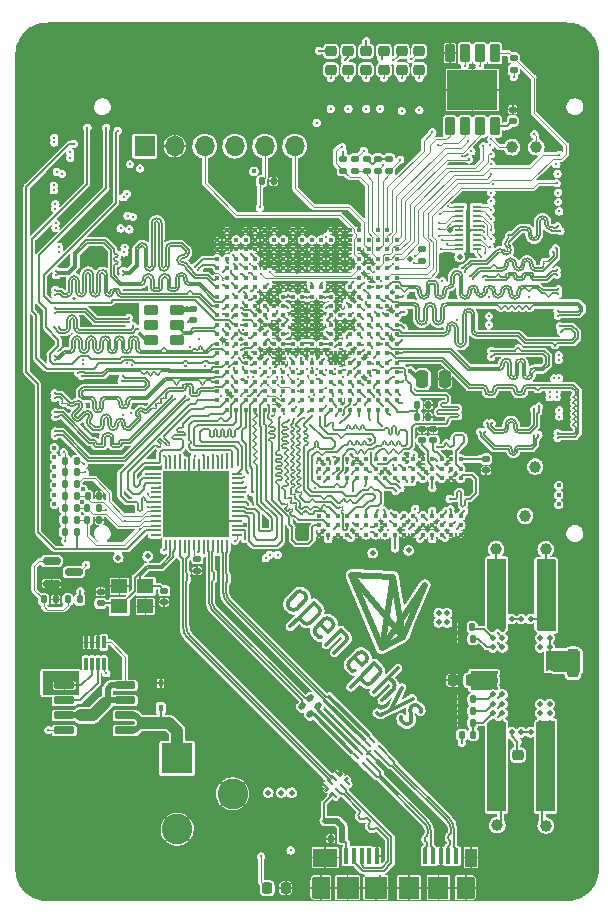
<source format=gbr>
%TF.GenerationSoftware,KiCad,Pcbnew,(6.0.0)*%
%TF.CreationDate,2022-03-28T06:28:01-07:00*%
%TF.ProjectId,ecp5u85-bse-usb,65637035-7538-4352-9d62-73652d757362,A*%
%TF.SameCoordinates,Original*%
%TF.FileFunction,Copper,L1,Top*%
%TF.FilePolarity,Positive*%
%FSLAX46Y46*%
G04 Gerber Fmt 4.6, Leading zero omitted, Abs format (unit mm)*
G04 Created by KiCad (PCBNEW (6.0.0)) date 2022-03-28 06:28:01*
%MOMM*%
%LPD*%
G01*
G04 APERTURE LIST*
G04 Aperture macros list*
%AMRoundRect*
0 Rectangle with rounded corners*
0 $1 Rounding radius*
0 $2 $3 $4 $5 $6 $7 $8 $9 X,Y pos of 4 corners*
0 Add a 4 corners polygon primitive as box body*
4,1,4,$2,$3,$4,$5,$6,$7,$8,$9,$2,$3,0*
0 Add four circle primitives for the rounded corners*
1,1,$1+$1,$2,$3*
1,1,$1+$1,$4,$5*
1,1,$1+$1,$6,$7*
1,1,$1+$1,$8,$9*
0 Add four rect primitives between the rounded corners*
20,1,$1+$1,$2,$3,$4,$5,0*
20,1,$1+$1,$4,$5,$6,$7,0*
20,1,$1+$1,$6,$7,$8,$9,0*
20,1,$1+$1,$8,$9,$2,$3,0*%
%AMRotRect*
0 Rectangle, with rotation*
0 The origin of the aperture is its center*
0 $1 length*
0 $2 width*
0 $3 Rotation angle, in degrees counterclockwise*
0 Add horizontal line*
21,1,$1,$2,0,0,$3*%
%AMFreePoly0*
4,1,7,0.100000,-0.300000,-0.100000,-0.300000,-0.100000,0.100000,-0.300000,0.100000,-0.300000,0.300000,0.100000,0.300000,0.100000,-0.300000,0.100000,-0.300000,$1*%
%AMFreePoly1*
4,1,7,0.300000,0.100000,0.100000,0.100000,0.100000,-0.300000,-0.100000,-0.300000,-0.100000,0.300000,0.300000,0.300000,0.300000,0.100000,0.300000,0.100000,$1*%
%AMFreePoly2*
4,1,15,-0.770000,0.650000,-0.761954,0.719015,-0.717534,0.819490,-0.639922,0.897238,-0.539524,0.941833,-0.470000,0.950000,0.770000,0.950000,0.770000,-0.950000,-0.470000,-0.950000,-0.539015,-0.941954,-0.639490,-0.897534,-0.717238,-0.819922,-0.761833,-0.719524,-0.770000,-0.650000,-0.770000,0.650000,-0.770000,0.650000,$1*%
%AMFreePoly3*
4,1,15,-0.770000,0.950000,0.470000,0.950000,0.539015,0.941954,0.639490,0.897534,0.717238,0.819922,0.761833,0.719524,0.770000,0.650000,0.770000,-0.650000,0.761954,-0.719015,0.717534,-0.819490,0.639922,-0.897238,0.539524,-0.941833,0.470000,-0.950000,-0.770000,-0.950000,-0.770000,0.950000,-0.770000,0.950000,$1*%
G04 Aperture macros list end*
%TA.AperFunction,EtchedComponent*%
%ADD10C,0.360000*%
%TD*%
%TA.AperFunction,EtchedComponent*%
%ADD11C,0.550000*%
%TD*%
%TA.AperFunction,SMDPad,CuDef*%
%ADD12RoundRect,0.218750X-0.256250X0.218750X-0.256250X-0.218750X0.256250X-0.218750X0.256250X0.218750X0*%
%TD*%
%TA.AperFunction,SMDPad,CuDef*%
%ADD13RoundRect,0.140000X-0.170000X0.140000X-0.170000X-0.140000X0.170000X-0.140000X0.170000X0.140000X0*%
%TD*%
%TA.AperFunction,SMDPad,CuDef*%
%ADD14RoundRect,0.250000X-0.250000X-0.475000X0.250000X-0.475000X0.250000X0.475000X-0.250000X0.475000X0*%
%TD*%
%TA.AperFunction,SMDPad,CuDef*%
%ADD15RoundRect,0.140000X0.140000X0.170000X-0.140000X0.170000X-0.140000X-0.170000X0.140000X-0.170000X0*%
%TD*%
%TA.AperFunction,SMDPad,CuDef*%
%ADD16R,1.400000X1.200000*%
%TD*%
%TA.AperFunction,SMDPad,CuDef*%
%ADD17RoundRect,0.135000X0.135000X0.185000X-0.135000X0.185000X-0.135000X-0.185000X0.135000X-0.185000X0*%
%TD*%
%TA.AperFunction,SMDPad,CuDef*%
%ADD18RoundRect,0.140000X-0.140000X-0.170000X0.140000X-0.170000X0.140000X0.170000X-0.140000X0.170000X0*%
%TD*%
%TA.AperFunction,SMDPad,CuDef*%
%ADD19RoundRect,0.135000X-0.185000X0.135000X-0.185000X-0.135000X0.185000X-0.135000X0.185000X0.135000X0*%
%TD*%
%TA.AperFunction,SMDPad,CuDef*%
%ADD20RotRect,0.200000X0.700000X225.000000*%
%TD*%
%TA.AperFunction,SMDPad,CuDef*%
%ADD21RoundRect,0.135000X0.185000X-0.135000X0.185000X0.135000X-0.185000X0.135000X-0.185000X-0.135000X0*%
%TD*%
%TA.AperFunction,SMDPad,CuDef*%
%ADD22C,0.426000*%
%TD*%
%TA.AperFunction,SMDPad,CuDef*%
%ADD23C,1.000000*%
%TD*%
%TA.AperFunction,SMDPad,CuDef*%
%ADD24C,0.500000*%
%TD*%
%TA.AperFunction,SMDPad,CuDef*%
%ADD25R,0.450000X0.600000*%
%TD*%
%TA.AperFunction,SMDPad,CuDef*%
%ADD26RoundRect,0.135000X-0.135000X-0.185000X0.135000X-0.185000X0.135000X0.185000X-0.135000X0.185000X0*%
%TD*%
%TA.AperFunction,SMDPad,CuDef*%
%ADD27RoundRect,0.140000X0.219203X0.021213X0.021213X0.219203X-0.219203X-0.021213X-0.021213X-0.219203X0*%
%TD*%
%TA.AperFunction,SMDPad,CuDef*%
%ADD28R,0.300000X1.000000*%
%TD*%
%TA.AperFunction,SMDPad,CuDef*%
%ADD29RoundRect,0.140000X0.170000X-0.140000X0.170000X0.140000X-0.170000X0.140000X-0.170000X-0.140000X0*%
%TD*%
%TA.AperFunction,SMDPad,CuDef*%
%ADD30FreePoly0,45.000000*%
%TD*%
%TA.AperFunction,SMDPad,CuDef*%
%ADD31RotRect,0.200000X0.600000X45.000000*%
%TD*%
%TA.AperFunction,SMDPad,CuDef*%
%ADD32FreePoly1,45.000000*%
%TD*%
%TA.AperFunction,SMDPad,CuDef*%
%ADD33FreePoly0,225.000000*%
%TD*%
%TA.AperFunction,SMDPad,CuDef*%
%ADD34FreePoly1,225.000000*%
%TD*%
%TA.AperFunction,SMDPad,CuDef*%
%ADD35RoundRect,0.050000X-0.387500X-0.050000X0.387500X-0.050000X0.387500X0.050000X-0.387500X0.050000X0*%
%TD*%
%TA.AperFunction,SMDPad,CuDef*%
%ADD36RoundRect,0.050000X-0.050000X-0.387500X0.050000X-0.387500X0.050000X0.387500X-0.050000X0.387500X0*%
%TD*%
%TA.AperFunction,SMDPad,CuDef*%
%ADD37R,5.600000X5.600000*%
%TD*%
%TA.AperFunction,SMDPad,CuDef*%
%ADD38RoundRect,0.218750X0.218750X0.256250X-0.218750X0.256250X-0.218750X-0.256250X0.218750X-0.256250X0*%
%TD*%
%TA.AperFunction,SMDPad,CuDef*%
%ADD39RoundRect,0.225000X0.250000X-0.225000X0.250000X0.225000X-0.250000X0.225000X-0.250000X-0.225000X0*%
%TD*%
%TA.AperFunction,SMDPad,CuDef*%
%ADD40RoundRect,0.250000X0.250000X0.475000X-0.250000X0.475000X-0.250000X-0.475000X0.250000X-0.475000X0*%
%TD*%
%TA.AperFunction,SMDPad,CuDef*%
%ADD41RoundRect,0.225000X-0.250000X0.225000X-0.250000X-0.225000X0.250000X-0.225000X0.250000X0.225000X0*%
%TD*%
%TA.AperFunction,SMDPad,CuDef*%
%ADD42RoundRect,0.040000X-0.160000X-0.635000X0.160000X-0.635000X0.160000X0.635000X-0.160000X0.635000X0*%
%TD*%
%TA.AperFunction,ComponentPad*%
%ADD43FreePoly2,0.000000*%
%TD*%
%TA.AperFunction,SMDPad,CuDef*%
%ADD44R,1.000000X1.600000*%
%TD*%
%TA.AperFunction,ComponentPad*%
%ADD45FreePoly3,0.000000*%
%TD*%
%TA.AperFunction,SMDPad,CuDef*%
%ADD46R,1.900000X1.900000*%
%TD*%
%TA.AperFunction,SMDPad,CuDef*%
%ADD47R,1.800000X1.900000*%
%TD*%
%TA.AperFunction,SMDPad,CuDef*%
%ADD48R,2.100000X1.600000*%
%TD*%
%TA.AperFunction,SMDPad,CuDef*%
%ADD49RoundRect,0.135000X0.465000X-0.315000X0.465000X0.315000X-0.465000X0.315000X-0.465000X-0.315000X0*%
%TD*%
%TA.AperFunction,ComponentPad*%
%ADD50R,1.700000X1.700000*%
%TD*%
%TA.AperFunction,ComponentPad*%
%ADD51O,1.700000X1.700000*%
%TD*%
%TA.AperFunction,SMDPad,CuDef*%
%ADD52C,0.400000*%
%TD*%
%TA.AperFunction,SMDPad,CuDef*%
%ADD53RoundRect,0.150000X-0.587500X-0.150000X0.587500X-0.150000X0.587500X0.150000X-0.587500X0.150000X0*%
%TD*%
%TA.AperFunction,SMDPad,CuDef*%
%ADD54RoundRect,0.040000X-0.360000X0.710000X-0.360000X-0.710000X0.360000X-0.710000X0.360000X0.710000X0*%
%TD*%
%TA.AperFunction,SMDPad,CuDef*%
%ADD55R,4.300000X3.400000*%
%TD*%
%TA.AperFunction,ComponentPad*%
%ADD56R,2.600000X2.600000*%
%TD*%
%TA.AperFunction,ComponentPad*%
%ADD57C,2.600000*%
%TD*%
%TA.AperFunction,SMDPad,CuDef*%
%ADD58RoundRect,0.225000X0.225000X0.250000X-0.225000X0.250000X-0.225000X-0.250000X0.225000X-0.250000X0*%
%TD*%
%TA.AperFunction,SMDPad,CuDef*%
%ADD59R,0.880000X0.220000*%
%TD*%
%TA.AperFunction,SMDPad,CuDef*%
%ADD60R,0.780000X0.220000*%
%TD*%
%TA.AperFunction,SMDPad,CuDef*%
%ADD61RoundRect,0.150000X-0.725000X-0.150000X0.725000X-0.150000X0.725000X0.150000X-0.725000X0.150000X0*%
%TD*%
%TA.AperFunction,ViaPad*%
%ADD62C,0.300000*%
%TD*%
%TA.AperFunction,ViaPad*%
%ADD63C,5.000000*%
%TD*%
%TA.AperFunction,ViaPad*%
%ADD64C,0.400000*%
%TD*%
%TA.AperFunction,ViaPad*%
%ADD65C,0.500000*%
%TD*%
%TA.AperFunction,ViaPad*%
%ADD66C,1.000000*%
%TD*%
%TA.AperFunction,Conductor*%
%ADD67C,0.200000*%
%TD*%
%TA.AperFunction,Conductor*%
%ADD68C,0.300000*%
%TD*%
%TA.AperFunction,Conductor*%
%ADD69C,0.150000*%
%TD*%
%TA.AperFunction,Conductor*%
%ADD70C,0.127000*%
%TD*%
%TA.AperFunction,Conductor*%
%ADD71C,0.090000*%
%TD*%
%TA.AperFunction,Conductor*%
%ADD72C,0.100000*%
%TD*%
%TA.AperFunction,Conductor*%
%ADD73C,0.400000*%
%TD*%
%TA.AperFunction,Conductor*%
%ADD74C,0.142000*%
%TD*%
%TA.AperFunction,Conductor*%
%ADD75C,0.500000*%
%TD*%
%TA.AperFunction,Conductor*%
%ADD76C,1.000000*%
%TD*%
%TA.AperFunction,Conductor*%
%ADD77C,0.170000*%
%TD*%
%TA.AperFunction,Conductor*%
%ADD78C,0.196000*%
%TD*%
%TA.AperFunction,Conductor*%
%ADD79C,0.160000*%
%TD*%
%TA.AperFunction,Conductor*%
%ADD80C,0.350000*%
%TD*%
%TA.AperFunction,Conductor*%
%ADD81C,0.175000*%
%TD*%
G04 APERTURE END LIST*
D10*
%TO.C,*%
X214016438Y-108315826D02*
X213125484Y-110140161D01*
X215642784Y-110225014D02*
X215628642Y-110295724D01*
X206719096Y-103762058D02*
X206973655Y-104016616D01*
D11*
X215968053Y-99604270D02*
X214129576Y-103988332D01*
D10*
X212121392Y-106675338D02*
X211697128Y-106251074D01*
X212333524Y-109376486D02*
X213309332Y-108372394D01*
X211979971Y-110493714D02*
X211909260Y-110423004D01*
X213309332Y-107863277D02*
X212984063Y-107538008D01*
X210311199Y-105374261D02*
X209575808Y-106109652D01*
D11*
X209745514Y-98755742D02*
X214129576Y-103988332D01*
D10*
X205304883Y-102376129D02*
X204569492Y-103111520D01*
X207454488Y-102517550D02*
X206719096Y-103252941D01*
X208303016Y-105345977D02*
X209292965Y-104356028D01*
X214751830Y-110012882D02*
X214723545Y-110154303D01*
X214879109Y-109857318D02*
X214808398Y-109928029D01*
D11*
X212291098Y-104978281D02*
X214129576Y-103988332D01*
D10*
X214822540Y-110875552D02*
X214765972Y-110479572D01*
X205099822Y-101633666D02*
X205835213Y-100898275D01*
X215614500Y-110111877D02*
X215642784Y-110225014D01*
X207171645Y-102970098D02*
X207765615Y-103564068D01*
D11*
X212291098Y-104978281D02*
X215968053Y-99604270D01*
D10*
X208105026Y-103224657D02*
X207765615Y-103564068D01*
X212375951Y-110550283D02*
X212135534Y-110592709D01*
X206563533Y-101117478D02*
X205319025Y-102361986D01*
X215572073Y-110012882D02*
X215402368Y-109843176D01*
X206987797Y-101541743D02*
X206563533Y-101117478D01*
X213959870Y-111031116D02*
X213931586Y-110917978D01*
X214822540Y-111130110D02*
X214822540Y-110875552D01*
X208868701Y-103422647D02*
X207624193Y-104667155D01*
X210990021Y-105543967D02*
X210820316Y-105374261D01*
X208133310Y-102687256D02*
X207963604Y-102517550D01*
X215586216Y-110027024D02*
X215614500Y-110111877D01*
X212135534Y-110592709D02*
X211979971Y-110493714D01*
D11*
X213281047Y-98897163D02*
X212291098Y-104978281D01*
D10*
X206252406Y-102786250D02*
X206987797Y-102050859D01*
X210028356Y-105826810D02*
X210622326Y-106420779D01*
X213988154Y-111115968D02*
X213959870Y-111031116D01*
D11*
X214129576Y-103988332D02*
X213281047Y-98897163D01*
D10*
X205319025Y-102361986D02*
X205743289Y-102786250D01*
X211386001Y-107919846D02*
X212121392Y-107184455D01*
X215628642Y-110295724D02*
X215600358Y-110324009D01*
X214723545Y-110154303D02*
X214780114Y-110550283D01*
D11*
X209745514Y-98755742D02*
X213281047Y-98897163D01*
D10*
X214695261Y-111285674D02*
X214765972Y-111214963D01*
X211654702Y-108669379D02*
X213662885Y-106661196D01*
X209292965Y-103846911D02*
X208868701Y-103422647D01*
X214765972Y-111214963D02*
X214822540Y-111130110D01*
X214002296Y-111130110D02*
X214172002Y-111299816D01*
X210438478Y-107509724D02*
X209703087Y-108245115D01*
X210961737Y-106081368D02*
X210622326Y-106420779D01*
X213931586Y-110917978D02*
X213945728Y-110847268D01*
X204470497Y-101513458D02*
X204555350Y-101598311D01*
D11*
X212291098Y-104978281D02*
X209745514Y-98755742D01*
D10*
X211697128Y-106251074D02*
X210452620Y-107495582D01*
X214921535Y-109220922D02*
X212418377Y-110536141D01*
X209575808Y-106618769D02*
X209830366Y-106873328D01*
X214808398Y-109928029D02*
X214751830Y-110012882D01*
X210452620Y-107495582D02*
X210876884Y-107919846D01*
X213945728Y-110847268D02*
X213974012Y-110818984D01*
X205693792Y-100247737D02*
X205842284Y-100396230D01*
X205163462Y-100226524D02*
X204428071Y-100961915D01*
X212121391Y-107184454D02*
G75*
G03*
X212121392Y-106675338I-254557J254558D01*
G01*
X208133310Y-103196372D02*
G75*
G03*
X208133310Y-102687256I-254561J254558D01*
G01*
X205743290Y-102786249D02*
G75*
G03*
X206252406Y-102786250I254558J254557D01*
G01*
X215402367Y-109843177D02*
G75*
G03*
X214893251Y-109843176I-254558J-254558D01*
G01*
X205672578Y-100226524D02*
G75*
G03*
X205163462Y-100226524I-254558J-254561D01*
G01*
X213309333Y-108372395D02*
G75*
G03*
X213309332Y-107863277I-254560J254559D01*
G01*
X214172002Y-111299816D02*
G75*
G03*
X214681119Y-111299816I254558J254558D01*
G01*
X210876885Y-107919845D02*
G75*
G03*
X211386001Y-107919846I254558J254558D01*
G01*
X206973655Y-104016616D02*
G75*
G03*
X207171645Y-104016616I98995J98995D01*
G01*
X204590706Y-101633665D02*
G75*
G03*
X205099822Y-101633666I254558J254557D01*
G01*
X204428071Y-100961915D02*
G75*
G03*
X204428071Y-101471032I254558J-254558D01*
G01*
X210820315Y-105374262D02*
G75*
G03*
X210311199Y-105374261I-254558J-254558D01*
G01*
X209830366Y-106873328D02*
G75*
G03*
X210028356Y-106873328I98995J98995D01*
G01*
X206987797Y-102050859D02*
G75*
G03*
X206987797Y-101541743I-254561J254558D01*
G01*
X207963604Y-102517550D02*
G75*
G03*
X207454488Y-102517550I-254558J-254561D01*
G01*
X206719095Y-103252940D02*
G75*
G03*
X206719096Y-103762058I254560J-254559D01*
G01*
X210990020Y-106053083D02*
G75*
G03*
X210990021Y-105543967I-254557J254558D01*
G01*
X209575809Y-106109653D02*
G75*
G03*
X209575808Y-106618769I254557J-254558D01*
G01*
X209292964Y-104356027D02*
G75*
G03*
X209292965Y-103846911I-254557J254558D01*
G01*
X205835213Y-100898275D02*
G75*
G03*
X205835213Y-100389158I-254558J254558D01*
G01*
%TD*%
D12*
%TO.P,D6,1,K*%
%TO.N,/FPGA/LED1*%
X209492841Y-54408001D03*
%TO.P,D6,2,A*%
%TO.N,Net-(D6-Pad2)*%
X209492841Y-55983001D03*
%TD*%
D13*
%TO.P,C61,1*%
%TO.N,GND*%
X188500000Y-100195000D03*
%TO.P,C61,2*%
%TO.N,/FTDI/XI*%
X188500000Y-101155000D03*
%TD*%
D14*
%TO.P,C68,1*%
%TO.N,RAM_VDD*%
X215742841Y-82183000D03*
%TO.P,C68,2*%
%TO.N,GND*%
X217642841Y-82183000D03*
%TD*%
D15*
%TO.P,C130,1*%
%TO.N,Net-(C130-Pad1)*%
X219991651Y-103173000D03*
%TO.P,C130,2*%
%TO.N,GND*%
X219031651Y-103173000D03*
%TD*%
D16*
%TO.P,Y1,1,1*%
%TO.N,/FTDI/XI*%
X190100000Y-101425000D03*
%TO.P,Y1,2,2*%
%TO.N,GND*%
X192300000Y-101425000D03*
%TO.P,Y1,3,3*%
%TO.N,/FTDI/XO*%
X192300000Y-99725000D03*
%TO.P,Y1,4,4*%
%TO.N,GND*%
X190100000Y-99725000D03*
%TD*%
D17*
%TO.P,R50,1*%
%TO.N,Net-(R50-Pad1)*%
X220041651Y-104163000D03*
%TO.P,R50,2*%
%TO.N,GND*%
X219021651Y-104163000D03*
%TD*%
D18*
%TO.P,C5,1*%
%TO.N,DDR_VREF*%
X215302841Y-84353000D03*
%TO.P,C5,2*%
%TO.N,GND*%
X216262841Y-84353000D03*
%TD*%
D14*
%TO.P,C123,1*%
%TO.N,RAM_VDD*%
X226092841Y-116283000D03*
%TO.P,C123,2*%
%TO.N,GND*%
X227992841Y-116283000D03*
%TD*%
D19*
%TO.P,R16,1*%
%TO.N,+3V3*%
X209042842Y-63522999D03*
%TO.P,R16,2*%
%TO.N,/FPGA/FCLK*%
X209042842Y-64542999D03*
%TD*%
D20*
%TO.P,U6,1,D1+Con*%
%TO.N,/FTDI/SSTX_{Con}-*%
X210856965Y-114861338D03*
%TO.P,U6,2,D1-Con*%
%TO.N,/FTDI/SSTX_{Con}+*%
X211210519Y-114507784D03*
%TO.P,U6,3,GND*%
%TO.N,GND*%
X211564072Y-114154231D03*
%TO.P,U6,4,D2+Con*%
%TO.N,/FTDI/SSRX_{Con}-*%
X211917625Y-113800678D03*
%TO.P,U6,5,D2-Con*%
%TO.N,/FTDI/SSRX_{Con}+*%
X212271179Y-113447124D03*
%TO.P,U6,6,D2-IC*%
%TO.N,/FTDI/SSRX_{IC}+*%
X211528717Y-112704662D03*
%TO.P,U6,7,D2+IC*%
%TO.N,/FTDI/SSRX_{IC}-*%
X211175163Y-113058216D03*
%TO.P,U6,8,GND*%
%TO.N,GND*%
X210821610Y-113411769D03*
%TO.P,U6,9,D1-IC*%
%TO.N,/FTDI/SSTX_{IC}+*%
X210468057Y-113765322D03*
%TO.P,U6,10,D1+IC*%
%TO.N,/FTDI/SSTX_{IC}-*%
X210114503Y-114118876D03*
%TD*%
D21*
%TO.P,R37,1*%
%TO.N,GND*%
X196692841Y-98409524D03*
%TO.P,R37,2*%
%TO.N,Net-(R37-Pad2)*%
X196692841Y-97389524D03*
%TD*%
D22*
%TO.P,U4,A1,VDDQ*%
%TO.N,/RAM/VDDQ*%
X218992841Y-88953000D03*
%TO.P,U4,A2,DQ13*%
%TO.N,/FPGA/RAM_DQ13*%
X218992841Y-89753000D03*
%TO.P,U4,A3,DQ15*%
%TO.N,/FPGA/RAM_DQ15*%
X218992841Y-90553000D03*
%TO.P,U4,A7,DQ12*%
%TO.N,/FPGA/RAM_DQ12*%
X218992841Y-93753000D03*
%TO.P,U4,A8,VDDQ*%
%TO.N,/RAM/VDDQ*%
X218992841Y-94553000D03*
%TO.P,U4,A9,VSS*%
%TO.N,GND*%
X218992841Y-95353000D03*
%TO.P,U4,B1,VSSQ*%
X218192841Y-88953000D03*
%TO.P,U4,B2,VDD*%
%TO.N,/RAM/VDD*%
X218192841Y-89753000D03*
%TO.P,U4,B3,VSS*%
%TO.N,GND*%
X218192841Y-90553000D03*
%TO.P,U4,B7,~{UDQS}*%
%TO.N,/FPGA/RAM_UDQS-*%
X218192841Y-93753000D03*
%TO.P,U4,B8,DQ14*%
%TO.N,/FPGA/RAM_DQ14*%
X218192841Y-94553000D03*
%TO.P,U4,B9,VSSQ*%
%TO.N,GND*%
X218192841Y-95353000D03*
%TO.P,U4,C1,VDDQ*%
%TO.N,/RAM/VDDQ*%
X217392841Y-88953000D03*
%TO.P,U4,C2,DQ11*%
%TO.N,/FPGA/RAM_DQ11*%
X217392841Y-89753000D03*
%TO.P,U4,C3,DQ9*%
%TO.N,/FPGA/RAM_DQ9*%
X217392841Y-90553000D03*
%TO.P,U4,C7,UDQS*%
%TO.N,/FPGA/RAM_UDQS+*%
X217392841Y-93753000D03*
%TO.P,U4,C8,DQ10*%
%TO.N,/FPGA/RAM_DQ10*%
X217392841Y-94553000D03*
%TO.P,U4,C9,VDDQ*%
%TO.N,/RAM/VDDQ*%
X217392841Y-95353000D03*
%TO.P,U4,D1,VSSQ*%
%TO.N,GND*%
X216592841Y-88953000D03*
%TO.P,U4,D2,VDDQ*%
%TO.N,/RAM/VDDQ*%
X216592841Y-89753000D03*
%TO.P,U4,D3,UDM*%
%TO.N,/FPGA/RAM_UDM*%
X216592841Y-90553000D03*
%TO.P,U4,D7,DQ8*%
%TO.N,/FPGA/RAM_DQ8*%
X216592841Y-93753000D03*
%TO.P,U4,D8,VSSQ*%
%TO.N,GND*%
X216592841Y-94553000D03*
%TO.P,U4,D9,VDD*%
%TO.N,/RAM/VDD*%
X216592841Y-95353000D03*
%TO.P,U4,E1,VSS*%
%TO.N,GND*%
X215792841Y-88953000D03*
%TO.P,U4,E2,VSSQ*%
X215792841Y-89753000D03*
%TO.P,U4,E3,DQ0*%
%TO.N,/FPGA/RAM_DQ0*%
X215792841Y-90553000D03*
%TO.P,U4,E7,LDM*%
%TO.N,/FPGA/RAM_LDM*%
X215792841Y-93753000D03*
%TO.P,U4,E8,VSSQ*%
%TO.N,GND*%
X215792841Y-94553000D03*
%TO.P,U4,E9,VDDQ*%
%TO.N,/RAM/VDDQ*%
X215792841Y-95353000D03*
%TO.P,U4,F1,VDDQ*%
X214992841Y-88953000D03*
%TO.P,U4,F2,DQ2*%
%TO.N,/FPGA/RAM_DQ2*%
X214992841Y-89753000D03*
%TO.P,U4,F3,LDQS*%
%TO.N,/FPGA/RAM_LDQS+*%
X214992841Y-90553000D03*
%TO.P,U4,F7,DQ1*%
%TO.N,/FPGA/RAM_DQ1*%
X214992841Y-93753000D03*
%TO.P,U4,F8,DQ3*%
%TO.N,/FPGA/RAM_DQ3*%
X214992841Y-94553000D03*
%TO.P,U4,F9,VSSQ*%
%TO.N,GND*%
X214992841Y-95353000D03*
%TO.P,U4,G1,VSSQ*%
X214192841Y-88953000D03*
%TO.P,U4,G2,DQ6*%
%TO.N,/FPGA/RAM_DQ6*%
X214192841Y-89753000D03*
%TO.P,U4,G3,~{LDQS}*%
%TO.N,/FPGA/RAM_LDQS-*%
X214192841Y-90553000D03*
%TO.P,U4,G7,VDD*%
%TO.N,/RAM/VDD*%
X214192841Y-93753000D03*
%TO.P,U4,G8,VSS*%
%TO.N,GND*%
X214192841Y-94553000D03*
%TO.P,U4,G9,VSSQ*%
X214192841Y-95353000D03*
%TO.P,U4,H1,VREFDQ*%
%TO.N,DDR_VREF*%
X213392841Y-88953000D03*
%TO.P,U4,H2,VDDQ*%
%TO.N,/RAM/VDDQ*%
X213392841Y-89753000D03*
%TO.P,U4,H3,DQ4*%
%TO.N,/FPGA/RAM_DQ4*%
X213392841Y-90553000D03*
%TO.P,U4,H7,DQ7*%
%TO.N,/FPGA/RAM_DQ7*%
X213392841Y-93753000D03*
%TO.P,U4,H8,DQ5*%
%TO.N,/FPGA/RAM_DQ5*%
X213392841Y-94553000D03*
%TO.P,U4,H9,VDDQ*%
%TO.N,/RAM/VDDQ*%
X213392841Y-95353000D03*
%TO.P,U4,J1,NC*%
%TO.N,unconnected-(U4-PadJ1)*%
X212592841Y-88953000D03*
%TO.P,U4,J2,VSS*%
%TO.N,GND*%
X212592841Y-89753000D03*
%TO.P,U4,J3,~{RAS}*%
%TO.N,/FPGA/~{RAM_RAS}*%
X212592841Y-90553000D03*
%TO.P,U4,J7,CK*%
%TO.N,/FPGA/RAM_CK+*%
X212592841Y-93753000D03*
%TO.P,U4,J8,VSS*%
%TO.N,GND*%
X212592841Y-94553000D03*
%TO.P,U4,J9,NC*%
%TO.N,unconnected-(U4-PadJ9)*%
X212592841Y-95353000D03*
%TO.P,U4,K1,ODT*%
%TO.N,/FPGA/RAM_ODT*%
X211792841Y-88953000D03*
%TO.P,U4,K2,VDD*%
%TO.N,/RAM/VDD*%
X211792841Y-89753000D03*
%TO.P,U4,K3,~{CAS}*%
%TO.N,/FPGA/~{RAM_CAS}*%
X211792841Y-90553000D03*
%TO.P,U4,K7,~{CK}*%
%TO.N,/FPGA/RAM_CK-*%
X211792841Y-93753000D03*
%TO.P,U4,K8,VDD*%
%TO.N,/RAM/VDD*%
X211792841Y-94553000D03*
%TO.P,U4,K9,CKE*%
%TO.N,/FPGA/RAM_CKE*%
X211792841Y-95353000D03*
%TO.P,U4,L1,NC*%
%TO.N,unconnected-(U4-PadL1)*%
X210992841Y-88953000D03*
%TO.P,U4,L2,~{CS}*%
%TO.N,/FPGA/~{RAM_CS}*%
X210992841Y-89753000D03*
%TO.P,U4,L3,~{WE}*%
%TO.N,/FPGA/~{RAM_WE}*%
X210992841Y-90553000D03*
%TO.P,U4,L7,A10/AP*%
%TO.N,/FPGA/RAM_A10*%
X210992841Y-93753000D03*
%TO.P,U4,L8,ZQ*%
%TO.N,Net-(R24-Pad2)*%
X210992841Y-94553000D03*
%TO.P,U4,L9,NC*%
%TO.N,unconnected-(U4-PadL9)*%
X210992841Y-95353000D03*
%TO.P,U4,M1,VSS*%
%TO.N,GND*%
X210192841Y-88953000D03*
%TO.P,U4,M2,BA0*%
%TO.N,/FPGA/RAM_BA0*%
X210192841Y-89753000D03*
%TO.P,U4,M3,BA2*%
%TO.N,/FPGA/RAM_BA2*%
X210192841Y-90553000D03*
%TO.P,U4,M7,NC*%
%TO.N,unconnected-(U4-PadM7)*%
X210192841Y-93753000D03*
%TO.P,U4,M8,VREFCA*%
%TO.N,DDR_VREF*%
X210192841Y-94553000D03*
%TO.P,U4,M9,VSS*%
%TO.N,GND*%
X210192841Y-95353000D03*
%TO.P,U4,N1,VDD*%
%TO.N,/RAM/VDD*%
X209392841Y-88953000D03*
%TO.P,U4,N2,A3*%
%TO.N,/FPGA/RAM_A3*%
X209392841Y-89753000D03*
%TO.P,U4,N3,A0*%
%TO.N,/FPGA/RAM_A0*%
X209392841Y-90553000D03*
%TO.P,U4,N7,A12/~{BC}*%
%TO.N,/FPGA/RAM_A12*%
X209392841Y-93753000D03*
%TO.P,U4,N8,BA1*%
%TO.N,/FPGA/RAM_BA1*%
X209392841Y-94553000D03*
%TO.P,U4,N9,VDD*%
%TO.N,/RAM/VDD*%
X209392841Y-95353000D03*
%TO.P,U4,P1,VSS*%
%TO.N,GND*%
X208592841Y-88953000D03*
%TO.P,U4,P2,A5*%
%TO.N,/FPGA/RAM_A5*%
X208592841Y-89753000D03*
%TO.P,U4,P3,A2*%
%TO.N,/FPGA/RAM_A2*%
X208592841Y-90553000D03*
%TO.P,U4,P7,A1*%
%TO.N,/FPGA/RAM_A1*%
X208592841Y-93753000D03*
%TO.P,U4,P8,A4*%
%TO.N,/FPGA/RAM_A4*%
X208592841Y-94553000D03*
%TO.P,U4,P9,VSS*%
%TO.N,GND*%
X208592841Y-95353000D03*
%TO.P,U4,R1,VDD*%
%TO.N,/RAM/VDD*%
X207792841Y-88953000D03*
%TO.P,U4,R2,A7*%
%TO.N,/FPGA/RAM_A7*%
X207792841Y-89753000D03*
%TO.P,U4,R3,A9*%
%TO.N,/FPGA/RAM_A9*%
X207792841Y-90553000D03*
%TO.P,U4,R7,A11*%
%TO.N,/FPGA/RAM_A11*%
X207792841Y-93753000D03*
%TO.P,U4,R8,A6*%
%TO.N,/FPGA/RAM_A6*%
X207792841Y-94553000D03*
%TO.P,U4,R9,VDD*%
%TO.N,/RAM/VDD*%
X207792841Y-95353000D03*
%TO.P,U4,T1,VSS*%
%TO.N,GND*%
X206992841Y-88953000D03*
%TO.P,U4,T2,~{RESET}*%
%TO.N,/FPGA/~{RAM_RESET}*%
X206992841Y-89753000D03*
%TO.P,U4,T3,NC*%
%TO.N,unconnected-(U4-PadT3)*%
X206992841Y-90553000D03*
%TO.P,U4,T7,NC*%
%TO.N,unconnected-(U4-PadT7)*%
X206992841Y-93753000D03*
%TO.P,U4,T8,A8*%
%TO.N,/FPGA/RAM_A8*%
X206992841Y-94553000D03*
%TO.P,U4,T9,VSS*%
%TO.N,GND*%
X206992841Y-95353000D03*
%TD*%
D23*
%TO.P,TP3,1,1*%
%TO.N,+1V1*%
X222092841Y-119933000D03*
%TD*%
D24*
%TO.P,U9,A1,VOUT_{3}*%
%TO.N,+2V5*%
X221727701Y-102475593D03*
%TO.P,U9,A2,VOUT_{3}*%
X222527701Y-102475593D03*
%TO.P,U9,A3,SHARE_{23}*%
%TO.N,Net-(U9-PadA3)*%
X223327701Y-102475593D03*
%TO.P,U9,A4,VCC_{23}*%
X224127701Y-102475593D03*
%TO.P,U9,A5,BIAS_{23}*%
%TO.N,+3V3*%
X224927701Y-102475593D03*
%TO.P,U9,A6,VOUT_{2}*%
X225727701Y-102475593D03*
%TO.P,U9,A7,VOUT_{2}*%
X226527701Y-102475593D03*
%TO.P,U9,B1,VOUT_{3}*%
%TO.N,+2V5*%
X221727701Y-103275593D03*
%TO.P,U9,B2,VOUT_{3}*%
X222527701Y-103275593D03*
%TO.P,U9,B3,GND*%
%TO.N,GND*%
X223327701Y-103275593D03*
%TO.P,U9,B4,GND*%
X224127701Y-103275593D03*
%TO.P,U9,B5,GND*%
X224927701Y-103275593D03*
%TO.P,U9,B6,VOUT_{2}*%
%TO.N,+3V3*%
X225727701Y-103275593D03*
%TO.P,U9,B7,VOUT_{2}*%
X226527701Y-103275593D03*
%TO.P,U9,C1,TRSS_{3}*%
%TO.N,Net-(C130-Pad1)*%
X221727701Y-104075593D03*
%TO.P,U9,C2,TRSS_{2}*%
%TO.N,Net-(C129-Pad1)*%
X222527701Y-104075593D03*
%TO.P,U9,C3,GND*%
%TO.N,GND*%
X223327701Y-104075593D03*
%TO.P,U9,C4,GND*%
X224127701Y-104075593D03*
%TO.P,U9,C5,GND*%
X224927701Y-104075593D03*
%TO.P,U9,C6,CLKOUT_{23}*%
%TO.N,unconnected-(U9-PadC6)*%
X225727701Y-104075593D03*
%TO.P,U9,C7,RUN_{23}*%
%TO.N,+5V*%
X226527701Y-104075593D03*
%TO.P,U9,D1,FB_{3}*%
%TO.N,Net-(R50-Pad1)*%
X221727701Y-104875593D03*
%TO.P,U9,D2,FB_{2}*%
%TO.N,Net-(R49-Pad1)*%
X222527701Y-104875593D03*
%TO.P,U9,D3,GND*%
%TO.N,GND*%
X223327701Y-104875593D03*
%TO.P,U9,D4,GND*%
X224127701Y-104875593D03*
%TO.P,U9,D5,GND*%
X224927701Y-104875593D03*
%TO.P,U9,D6,CLKOUT_{14}*%
%TO.N,unconnected-(U9-PadD6)*%
X225727701Y-104875593D03*
%TO.P,U9,D7,RUN_{14}*%
%TO.N,+5V*%
X226527701Y-104875593D03*
%TO.P,U9,E1,GND*%
%TO.N,GND*%
X221727701Y-105675593D03*
%TO.P,U9,E2,GND*%
X222527701Y-105675593D03*
%TO.P,U9,E3,GND*%
X223327701Y-105675593D03*
%TO.P,U9,E4,GND*%
X224127701Y-105675593D03*
%TO.P,U9,E5,GND*%
X224927701Y-105675593D03*
%TO.P,U9,E6,SYNC_{23}*%
X225727701Y-105675593D03*
%TO.P,U9,E7,VIN_{1}*%
%TO.N,+5V*%
X226527701Y-105675593D03*
%TO.P,U9,F1,GND*%
%TO.N,GND*%
X221727701Y-106475593D03*
%TO.P,U9,F2,GND*%
X222527701Y-106475593D03*
%TO.P,U9,F3,GND*%
X223327701Y-106475593D03*
%TO.P,U9,F4,GND*%
X224127701Y-106475593D03*
%TO.P,U9,F5,GND*%
X224927701Y-106475593D03*
%TO.P,U9,F6,SYNC_{14}*%
X225727701Y-106475593D03*
%TO.P,U9,F7,VIN_{4}*%
%TO.N,+5V*%
X226527701Y-106475593D03*
%TO.P,U9,G1,VIN_{23}*%
X221727701Y-107275593D03*
%TO.P,U9,G2,GND*%
%TO.N,GND*%
X222527701Y-107275593D03*
%TO.P,U9,G3,GND*%
X223327701Y-107275593D03*
%TO.P,U9,G4,GND*%
X224127701Y-107275593D03*
%TO.P,U9,G5,GND*%
X224927701Y-107275593D03*
%TO.P,U9,G6,GND*%
X225727701Y-107275593D03*
%TO.P,U9,G7,GND*%
X226527701Y-107275593D03*
%TO.P,U9,H1,VIN_{23}*%
%TO.N,+5V*%
X221727701Y-108075593D03*
%TO.P,U9,H2,GND*%
%TO.N,GND*%
X222527701Y-108075593D03*
%TO.P,U9,H3,GND*%
X223327701Y-108075593D03*
%TO.P,U9,H4,GND*%
X224127701Y-108075593D03*
%TO.P,U9,H5,GND*%
X224927701Y-108075593D03*
%TO.P,U9,H6,GND*%
X225727701Y-108075593D03*
%TO.P,U9,H7,GND*%
X226527701Y-108075593D03*
%TO.P,U9,J1,RT_{23}*%
%TO.N,Net-(R44-Pad2)*%
X221727701Y-108875593D03*
%TO.P,U9,J2,TRSS_{1}*%
%TO.N,Net-(C128-Pad1)*%
X222527701Y-108875593D03*
%TO.P,U9,J3,GND*%
%TO.N,GND*%
X223327701Y-108875593D03*
%TO.P,U9,J4,GND*%
X224127701Y-108875593D03*
%TO.P,U9,J5,GND*%
X224927701Y-108875593D03*
%TO.P,U9,J6,GND*%
X225727701Y-108875593D03*
%TO.P,U9,J7,GND*%
X226527701Y-108875593D03*
%TO.P,U9,K1,RT_{14}*%
%TO.N,Net-(R41-Pad2)*%
X221727701Y-109675593D03*
%TO.P,U9,K2,TRSS_{4}*%
%TO.N,Net-(C131-Pad1)*%
X222527701Y-109675593D03*
%TO.P,U9,K3,GND*%
%TO.N,GND*%
X223327701Y-109675593D03*
%TO.P,U9,K4,GND*%
X224127701Y-109675593D03*
%TO.P,U9,K5,GND*%
X224927701Y-109675593D03*
%TO.P,U9,K6,PG_{2}*%
%TO.N,unconnected-(U9-PadK6)*%
X225727701Y-109675593D03*
%TO.P,U9,K7,PG_{3}*%
%TO.N,unconnected-(U9-PadK7)*%
X226527701Y-109675593D03*
%TO.P,U9,L1,FB_{4}*%
%TO.N,Net-(C122-Pad2)*%
X221727701Y-110475593D03*
%TO.P,U9,L2,FB_{1}*%
%TO.N,Net-(C118-Pad2)*%
X222527701Y-110475593D03*
%TO.P,U9,L3,GND*%
%TO.N,GND*%
X223327701Y-110475593D03*
%TO.P,U9,L4,GND*%
X224127701Y-110475593D03*
%TO.P,U9,L5,GND*%
X224927701Y-110475593D03*
%TO.P,U9,L6,PG_{1}*%
%TO.N,unconnected-(U9-PadL6)*%
X225727701Y-110475593D03*
%TO.P,U9,L7,PG_{4}*%
%TO.N,unconnected-(U9-PadL7)*%
X226527701Y-110475593D03*
%TO.P,U9,M1,VOUT_{1}*%
%TO.N,+1V1*%
X221727701Y-111275593D03*
%TO.P,U9,M2,VOUT_{1}*%
X222527701Y-111275593D03*
%TO.P,U9,M3,GND*%
%TO.N,GND*%
X223327701Y-111275593D03*
%TO.P,U9,M4,GND*%
X224127701Y-111275593D03*
%TO.P,U9,M5,GND*%
X224927701Y-111275593D03*
%TO.P,U9,M6,VOUT_{4}*%
%TO.N,RAM_VDD*%
X225727701Y-111275593D03*
%TO.P,U9,M7,VOUT_{4}*%
X226527701Y-111275593D03*
%TO.P,U9,N1,VOUT_{1}*%
%TO.N,+1V1*%
X221727701Y-112075593D03*
%TO.P,U9,N2,VOUT_{1}*%
X222527701Y-112075593D03*
%TO.P,U9,N3,BIAS_{14}*%
%TO.N,+5V*%
X223327701Y-112075593D03*
%TO.P,U9,N4,VCC_{14}*%
%TO.N,Net-(U9-PadN4)*%
X224127701Y-112075593D03*
%TO.P,U9,N5,SHARE_{14}*%
X224927701Y-112075593D03*
%TO.P,U9,N6,VOUT_{4}*%
%TO.N,RAM_VDD*%
X225727701Y-112075593D03*
%TO.P,U9,N7,VOUT_{4}*%
X226527701Y-112075593D03*
%TD*%
D25*
%TO.P,D11,1,A1*%
%TO.N,GND*%
X193592841Y-107933000D03*
%TO.P,D11,2,A2*%
%TO.N,Net-(D11-Pad2)*%
X193592841Y-110033000D03*
%TD*%
D26*
%TO.P,R30,1*%
%TO.N,+3V3*%
X185482841Y-91083000D03*
%TO.P,R30,2*%
%TO.N,Net-(R30-Pad2)*%
X186502841Y-91083000D03*
%TD*%
D27*
%TO.P,C58,1*%
%TO.N,/FTDI/SSTX_{IC}-*%
X206262404Y-110542259D03*
%TO.P,C58,2*%
%TO.N,/FTDI/TOD-*%
X205583582Y-109863437D03*
%TD*%
D26*
%TO.P,R39,1*%
%TO.N,/FPGA/GPIO0*%
X187392841Y-94083000D03*
%TO.P,R39,2*%
%TO.N,GND*%
X188412841Y-94083000D03*
%TD*%
D13*
%TO.P,C1,1*%
%TO.N,+2V5*%
X196342841Y-76203000D03*
%TO.P,C1,2*%
%TO.N,GND*%
X196342841Y-77163000D03*
%TD*%
D14*
%TO.P,C124,1*%
%TO.N,RAM_VDD*%
X226092841Y-114283000D03*
%TO.P,C124,2*%
%TO.N,GND*%
X227992841Y-114283000D03*
%TD*%
D17*
%TO.P,R40,1*%
%TO.N,GND*%
X184702841Y-100833000D03*
%TO.P,R40,2*%
%TO.N,Net-(Q1-Pad1)*%
X183682841Y-100833000D03*
%TD*%
D28*
%TO.P,U8,1,IN*%
%TO.N,Net-(Q2-Pad3)*%
X188767841Y-104468000D03*
%TO.P,U8,2,GND*%
%TO.N,GND*%
X188267841Y-104468000D03*
%TO.P,U8,3,GND*%
X187767841Y-104468000D03*
%TO.P,U8,4,GND*%
X187267841Y-104468000D03*
%TO.P,U8,5,~{PWRGD}*%
%TO.N,unconnected-(U8-Pad5)*%
X187267841Y-106268000D03*
%TO.P,U8,6,OUT*%
%TO.N,+5V*%
X187767841Y-106268000D03*
%TO.P,U8,7,GATE*%
%TO.N,Net-(Q2-Pad2)*%
X188267841Y-106268000D03*
%TO.P,U8,8,GATEP*%
%TO.N,Net-(Q2-Pad4)*%
X188767841Y-106268000D03*
%TD*%
D29*
%TO.P,C23,1*%
%TO.N,/RAM/VDDQ*%
X216692841Y-87363000D03*
%TO.P,C23,2*%
%TO.N,GND*%
X216692841Y-86403000D03*
%TD*%
D27*
%TO.P,C59,1*%
%TO.N,/FTDI/SSTX_{IC}+*%
X206912404Y-109892259D03*
%TO.P,C59,2*%
%TO.N,/FTDI/TOD+*%
X206233582Y-109213437D03*
%TD*%
D12*
%TO.P,D2,1,K*%
%TO.N,/DONE*%
X213992841Y-54408001D03*
%TO.P,D2,2,A*%
%TO.N,Net-(D2-Pad2)*%
X213992841Y-55983001D03*
%TD*%
D17*
%TO.P,R38,1*%
%TO.N,/FPGA/FT_RST_{Req}*%
X186752841Y-100833000D03*
%TO.P,R38,2*%
%TO.N,Net-(Q1-Pad1)*%
X185732841Y-100833000D03*
%TD*%
D21*
%TO.P,R21,1*%
%TO.N,+3V3*%
X223492841Y-55993000D03*
%TO.P,R21,2*%
%TO.N,/FPGA/~{FCS}*%
X223492841Y-54973000D03*
%TD*%
D30*
%TO.P,U5,1,Vbus*%
%TO.N,Net-(C50-Pad1)*%
X208296216Y-117386731D03*
D31*
%TO.P,U5,2,D-Conn*%
%TO.N,/FTDI/D_{Con}+*%
X208649770Y-117033178D03*
%TO.P,U5,3,D+Conn*%
%TO.N,/FTDI/D_{Con}-*%
X209003323Y-116679625D03*
D32*
%TO.P,U5,4,Id*%
%TO.N,unconnected-(U5-Pad4)*%
X209356876Y-116326071D03*
D33*
%TO.P,U5,5,GND*%
%TO.N,GND*%
X208649770Y-115618965D03*
D31*
%TO.P,U5,6,D+IC*%
%TO.N,/FTDI/D_{IC}-*%
X208296216Y-115972518D03*
%TO.P,U5,7,D-IC*%
%TO.N,/FTDI/D_{IC}+*%
X207942663Y-116326071D03*
D34*
%TO.P,U5,8,GND*%
%TO.N,GND*%
X207589110Y-116679625D03*
%TD*%
D35*
%TO.P,U7,1,AVDD*%
%TO.N,/FTDI/1.0V*%
X193185341Y-90173000D03*
%TO.P,U7,2,BE_0*%
%TO.N,/FPGA/FT_BE0*%
X193185341Y-90573000D03*
%TO.P,U7,3,BE_1*%
%TO.N,/FPGA/FT_BE1*%
X193185341Y-90973000D03*
%TO.P,U7,4,~{TXE}*%
%TO.N,/FPGA/~{FT_TXE}*%
X193185341Y-91373000D03*
%TO.P,U7,5,~{RXF}*%
%TO.N,/FPGA/~{FT_RXF}*%
X193185341Y-91773000D03*
%TO.P,U7,6,~{SIWU}*%
%TO.N,Net-(R34-Pad2)*%
X193185341Y-92173000D03*
%TO.P,U7,7,~{WR}*%
%TO.N,/FPGA/~{FT_WR}*%
X193185341Y-92573000D03*
%TO.P,U7,8,~{RD}*%
%TO.N,Net-(R31-Pad2)*%
X193185341Y-92973000D03*
%TO.P,U7,9,~{OE}*%
%TO.N,Net-(R30-Pad2)*%
X193185341Y-93373000D03*
%TO.P,U7,10,~{RESET}*%
%TO.N,Net-(C60-Pad1)*%
X193185341Y-93773000D03*
%TO.P,U7,11,~{WAKEUP}*%
%TO.N,/FPGA/~{FT_WAKEUP}*%
X193185341Y-94173000D03*
%TO.P,U7,12,GPIO0*%
%TO.N,/FPGA/GPIO0*%
X193185341Y-94573000D03*
%TO.P,U7,13,GPIO1*%
%TO.N,/FPGA/GPIO1*%
X193185341Y-94973000D03*
%TO.P,U7,14,RESERVED*%
%TO.N,unconnected-(U7-Pad14)*%
X193185341Y-95373000D03*
D36*
%TO.P,U7,15,VCC_3.3V*%
%TO.N,/FTDI/Vcore*%
X194022841Y-96210500D03*
%TO.P,U7,16,XI*%
%TO.N,/FTDI/XI*%
X194422841Y-96210500D03*
%TO.P,U7,17,XO*%
%TO.N,/FTDI/XO*%
X194822841Y-96210500D03*
%TO.P,U7,18,DP*%
%TO.N,/FTDI/D_{IC}+*%
X195222841Y-96210500D03*
%TO.P,U7,19,VCC_3.3V*%
%TO.N,/FTDI/Vcore*%
X195622841Y-96210500D03*
%TO.P,U7,20,DM*%
%TO.N,/FTDI/D_{IC}-*%
X196022841Y-96210500D03*
%TO.P,U7,21,RREF*%
%TO.N,Net-(R37-Pad2)*%
X196422841Y-96210500D03*
%TO.P,U7,22,VDDA*%
%TO.N,/FTDI/Vcore*%
X196822841Y-96210500D03*
%TO.P,U7,23,VD_1.0V*%
%TO.N,/FTDI/1.0V*%
X197222841Y-96210500D03*
%TO.P,U7,24,TODN*%
%TO.N,/FTDI/TOD-*%
X197622841Y-96210500D03*
%TO.P,U7,25,TODP*%
%TO.N,/FTDI/TOD+*%
X198022841Y-96210500D03*
%TO.P,U7,26,VD_1.0V*%
%TO.N,/FTDI/1.0V*%
X198422841Y-96210500D03*
%TO.P,U7,27,RIDN*%
%TO.N,/FTDI/SSRX_{IC}-*%
X198822841Y-96210500D03*
%TO.P,U7,28,RIDP*%
%TO.N,/FTDI/SSRX_{IC}+*%
X199222841Y-96210500D03*
D35*
%TO.P,U7,29,VBUS*%
%TO.N,Net-(R28-Pad2)*%
X200060341Y-95373000D03*
%TO.P,U7,30,VCC_3.3V*%
%TO.N,/FTDI/Vcore*%
X200060341Y-94973000D03*
%TO.P,U7,31,DV_1.0V*%
%TO.N,/FTDI/1.0V*%
X200060341Y-94573000D03*
%TO.P,U7,32,GND*%
%TO.N,GND*%
X200060341Y-94173000D03*
%TO.P,U7,33,DATA_0*%
%TO.N,/FPGA/FT_DATA0*%
X200060341Y-93773000D03*
%TO.P,U7,34,DATA_1*%
%TO.N,/FPGA/FT_DATA1*%
X200060341Y-93373000D03*
%TO.P,U7,35,DATA_2*%
%TO.N,/FPGA/FT_DATA2*%
X200060341Y-92973000D03*
%TO.P,U7,36,DATA_3*%
%TO.N,/FPGA/FT_DATA3*%
X200060341Y-92573000D03*
%TO.P,U7,37,VD_1.0V*%
%TO.N,/FTDI/1.0V*%
X200060341Y-92173000D03*
%TO.P,U7,38,VCCIO*%
%TO.N,+3V3*%
X200060341Y-91773000D03*
%TO.P,U7,39,DATA_4*%
%TO.N,/FPGA/FT_DATA4*%
X200060341Y-91373000D03*
%TO.P,U7,40,DATA_5*%
%TO.N,/FPGA/FT_DATA5*%
X200060341Y-90973000D03*
%TO.P,U7,41,DATA_6*%
%TO.N,/FPGA/FT_DATA6*%
X200060341Y-90573000D03*
%TO.P,U7,42,DATA_7*%
%TO.N,/FPGA/FT_DATA7*%
X200060341Y-90173000D03*
D36*
%TO.P,U7,43,CLK*%
%TO.N,/FPGA/FT_CLK*%
X199222841Y-89335500D03*
%TO.P,U7,44,VCCIO*%
%TO.N,+3V3*%
X198822841Y-89335500D03*
%TO.P,U7,45,DATA_8*%
%TO.N,/FPGA/FT_DATA8*%
X198422841Y-89335500D03*
%TO.P,U7,46,DATA_9*%
%TO.N,/FPGA/FT_DATA9*%
X198022841Y-89335500D03*
%TO.P,U7,47,DATA_10*%
%TO.N,/FPGA/FT_DATA10*%
X197622841Y-89335500D03*
%TO.P,U7,48,DATA_11*%
%TO.N,/FPGA/FT_DATA11*%
X197222841Y-89335500D03*
%TO.P,U7,49,GND*%
%TO.N,GND*%
X196822841Y-89335500D03*
%TO.P,U7,50,VD_1.0V*%
%TO.N,/FTDI/1.0V*%
X196422841Y-89335500D03*
%TO.P,U7,51,GND*%
%TO.N,GND*%
X196022841Y-89335500D03*
%TO.P,U7,52,VCCIO*%
%TO.N,+3V3*%
X195622841Y-89335500D03*
%TO.P,U7,53,DATA_12*%
%TO.N,/FPGA/FT_DATA12*%
X195222841Y-89335500D03*
%TO.P,U7,54,DATA_13*%
%TO.N,/FPGA/FT_DATA13*%
X194822841Y-89335500D03*
%TO.P,U7,55,DATA_14*%
%TO.N,/FPGA/FT_DATA14*%
X194422841Y-89335500D03*
%TO.P,U7,56,DATA_15*%
%TO.N,/FPGA/FT_DATA15*%
X194022841Y-89335500D03*
D37*
%TO.P,U7,57,GND_CENTER*%
%TO.N,GND*%
X196622841Y-92773000D03*
%TD*%
D38*
%TO.P,D1,1,K*%
%TO.N,GND*%
X204180341Y-125283000D03*
%TO.P,D1,2,A*%
%TO.N,Net-(D1-Pad2)*%
X202605341Y-125283000D03*
%TD*%
D29*
%TO.P,C6,1*%
%TO.N,+3V3*%
X223392841Y-60313000D03*
%TO.P,C6,2*%
%TO.N,GND*%
X223392841Y-59353000D03*
%TD*%
D39*
%TO.P,C103,1*%
%TO.N,+5V*%
X228492841Y-105458000D03*
%TO.P,C103,2*%
%TO.N,GND*%
X228492841Y-103908000D03*
%TD*%
D40*
%TO.P,C127,1*%
%TO.N,+2V5*%
X222181650Y-100283000D03*
%TO.P,C127,2*%
%TO.N,GND*%
X220281650Y-100283000D03*
%TD*%
D23*
%TO.P,TP5,1,1*%
%TO.N,+3V3*%
X226192841Y-96583000D03*
%TD*%
D19*
%TO.P,R19,1*%
%TO.N,+3V3*%
X212942842Y-63522999D03*
%TO.P,R19,2*%
%TO.N,/~{INIT}*%
X212942842Y-64542999D03*
%TD*%
D29*
%TO.P,C62,1*%
%TO.N,GND*%
X193900000Y-101055000D03*
%TO.P,C62,2*%
%TO.N,/FTDI/XO*%
X193900000Y-100095000D03*
%TD*%
D40*
%TO.P,C119,1*%
%TO.N,+1V1*%
X222177701Y-114283000D03*
%TO.P,C119,2*%
%TO.N,GND*%
X220277701Y-114283000D03*
%TD*%
D26*
%TO.P,R31,1*%
%TO.N,+3V3*%
X185482841Y-90083000D03*
%TO.P,R31,2*%
%TO.N,Net-(R31-Pad2)*%
X186502841Y-90083000D03*
%TD*%
D23*
%TO.P,TP1,1,1*%
%TO.N,/FPGA/~{FPGA_RESET}*%
X225392841Y-62533000D03*
%TD*%
D26*
%TO.P,R41,1*%
%TO.N,GND*%
X219021651Y-110283000D03*
%TO.P,R41,2*%
%TO.N,Net-(R41-Pad2)*%
X220041651Y-110283000D03*
%TD*%
%TO.P,R1,1*%
%TO.N,/FPGA/~{FT_WAKEUP}*%
X187392841Y-93083000D03*
%TO.P,R1,2*%
%TO.N,Net-(R1-Pad2)*%
X188412841Y-93083000D03*
%TD*%
D41*
%TO.P,C104,1*%
%TO.N,+5V*%
X223831651Y-114000593D03*
%TO.P,C104,2*%
%TO.N,GND*%
X223831651Y-115550593D03*
%TD*%
D14*
%TO.P,C126,1*%
%TO.N,+3V3*%
X225981651Y-100183000D03*
%TO.P,C126,2*%
%TO.N,GND*%
X227881651Y-100183000D03*
%TD*%
D26*
%TO.P,R22,1*%
%TO.N,Net-(J3-Pad5)*%
X202132841Y-65433000D03*
%TO.P,R22,2*%
%TO.N,GND*%
X203152841Y-65433000D03*
%TD*%
D19*
%TO.P,R17,1*%
%TO.N,+3V3*%
X211042842Y-63522999D03*
%TO.P,R17,2*%
%TO.N,Net-(R17-Pad2)*%
X211042842Y-64542999D03*
%TD*%
D40*
%TO.P,C120,1*%
%TO.N,+1V1*%
X222177701Y-116283000D03*
%TO.P,C120,2*%
%TO.N,GND*%
X220277701Y-116283000D03*
%TD*%
D26*
%TO.P,R36,1*%
%TO.N,+3V3*%
X185482841Y-94083000D03*
%TO.P,R36,2*%
%TO.N,/FPGA/GPIO0*%
X186502841Y-94083000D03*
%TD*%
D19*
%TO.P,R18,1*%
%TO.N,+3V3*%
X211992842Y-63522999D03*
%TO.P,R18,2*%
%TO.N,/DONE*%
X211992842Y-64542999D03*
%TD*%
D12*
%TO.P,D5,1,K*%
%TO.N,/FPGA/LED2*%
X210992841Y-54408001D03*
%TO.P,D5,2,A*%
%TO.N,Net-(D5-Pad2)*%
X210992841Y-55983001D03*
%TD*%
D26*
%TO.P,R44,1*%
%TO.N,GND*%
X219021651Y-109283000D03*
%TO.P,R44,2*%
%TO.N,Net-(R44-Pad2)*%
X220041651Y-109283000D03*
%TD*%
D19*
%TO.P,R20,1*%
%TO.N,/FPGA/~{FPGA_RESET}*%
X210042842Y-63522999D03*
%TO.P,R20,2*%
%TO.N,Net-(R17-Pad2)*%
X210042842Y-64542999D03*
%TD*%
D26*
%TO.P,R33,1*%
%TO.N,+3V3*%
X185482841Y-93083000D03*
%TO.P,R33,2*%
%TO.N,/FPGA/~{FT_WAKEUP}*%
X186502841Y-93083000D03*
%TD*%
D42*
%TO.P,J4,1,VBUS*%
%TO.N,Net-(C50-Pad1)*%
X209312841Y-122558000D03*
%TO.P,J4,2,D-*%
%TO.N,/FTDI/D_{Con}-*%
X209962841Y-122558000D03*
%TO.P,J4,3,D+*%
%TO.N,/FTDI/D_{Con}+*%
X210612841Y-122558000D03*
%TO.P,J4,4,ID*%
%TO.N,unconnected-(J4-Pad4)*%
X211262841Y-122558000D03*
%TO.P,J4,5,GND*%
%TO.N,GND*%
X211912841Y-122558000D03*
%TO.P,J4,6,SSTX-*%
%TO.N,/FTDI/SSTX_{Con}-*%
X216012841Y-122558000D03*
%TO.P,J4,7,SSTX+*%
%TO.N,/FTDI/SSTX_{Con}+*%
X216662841Y-122558000D03*
%TO.P,J4,8,DRAIN*%
%TO.N,GND*%
X217312841Y-122558000D03*
%TO.P,J4,9,SSRX-*%
%TO.N,/FTDI/SSRX_{Con}-*%
X217962841Y-122558000D03*
%TO.P,J4,10,SSRX+*%
%TO.N,/FTDI/SSRX_{Con}+*%
X218612841Y-122558000D03*
D43*
%TO.P,J4,11,SHIELD*%
%TO.N,GND*%
X207140341Y-125233000D03*
D44*
X219865341Y-122683000D03*
D45*
X219415341Y-125233000D03*
D46*
X211812841Y-125233000D03*
X209412841Y-125233000D03*
D47*
X217112841Y-125233000D03*
D48*
X207515341Y-122683000D03*
D47*
X214612841Y-125233000D03*
%TD*%
D12*
%TO.P,D4,1,K*%
%TO.N,/FPGA/LED3*%
X212492841Y-54408001D03*
%TO.P,D4,2,A*%
%TO.N,Net-(D4-Pad2)*%
X212492841Y-55983001D03*
%TD*%
%TO.P,D3,1,K*%
%TO.N,/~{INIT}*%
X215492841Y-54408001D03*
%TO.P,D3,2,A*%
%TO.N,Net-(D3-Pad2)*%
X215492841Y-55983001D03*
%TD*%
D18*
%TO.P,C60,1*%
%TO.N,Net-(C60-Pad1)*%
X187412841Y-92083000D03*
%TO.P,C60,2*%
%TO.N,GND*%
X188372841Y-92083000D03*
%TD*%
D26*
%TO.P,R34,1*%
%TO.N,+3V3*%
X185482841Y-89083000D03*
%TO.P,R34,2*%
%TO.N,Net-(R34-Pad2)*%
X186502841Y-89083000D03*
%TD*%
D29*
%TO.P,C22,1*%
%TO.N,/RAM/VDDQ*%
X215742841Y-87363000D03*
%TO.P,C22,2*%
%TO.N,GND*%
X215742841Y-86403000D03*
%TD*%
D23*
%TO.P,TP6,1,1*%
%TO.N,+2V5*%
X221992841Y-96583000D03*
%TD*%
D12*
%TO.P,D7,1,K*%
%TO.N,/FPGA/LED0*%
X207992841Y-54405500D03*
%TO.P,D7,2,A*%
%TO.N,Net-(D7-Pad2)*%
X207992841Y-55980500D03*
%TD*%
D49*
%TO.P,U2,1,OE*%
%TO.N,unconnected-(U2-Pad1)*%
X192742841Y-76363000D03*
%TO.P,U2,2,NC*%
%TO.N,unconnected-(U2-Pad2)*%
X192742841Y-77633000D03*
%TO.P,U2,3,GND*%
%TO.N,GND*%
X192742841Y-78903000D03*
%TO.P,U2,4,Out+*%
%TO.N,/FPGA/SysClock+*%
X194942841Y-78903000D03*
%TO.P,U2,5,Out-*%
%TO.N,/FPGA/SysClock-*%
X194942841Y-77633000D03*
%TO.P,U2,6,VDD*%
%TO.N,+2V5*%
X194942841Y-76363000D03*
%TD*%
D41*
%TO.P,C121,1*%
%TO.N,+5V*%
X228492841Y-107008000D03*
%TO.P,C121,2*%
%TO.N,GND*%
X228492841Y-108558000D03*
%TD*%
D50*
%TO.P,J3,1,Pin_1*%
%TO.N,+3V3*%
X192242841Y-62458000D03*
D51*
%TO.P,J3,2,Pin_2*%
%TO.N,GND*%
X194782841Y-62458000D03*
%TO.P,J3,3,Pin_3*%
%TO.N,Net-(J3-Pad3)*%
X197322841Y-62458000D03*
%TO.P,J3,4,Pin_4*%
%TO.N,Net-(J3-Pad4)*%
X199862841Y-62458000D03*
%TO.P,J3,5,Pin_5*%
%TO.N,Net-(J3-Pad5)*%
X202402841Y-62458000D03*
%TO.P,J3,6,Pin_6*%
%TO.N,Net-(J3-Pad6)*%
X204942841Y-62458000D03*
%TD*%
D52*
%TO.P,U1,A2,PL35A*%
%TO.N,/FPGA/RAM_DQ8*%
X212792841Y-84783000D03*
%TO.P,U1,A3,PL14C*%
%TO.N,/FPGA/RAM_LDM*%
X211992841Y-84783000D03*
%TO.P,U1,A4,PL11A/ULC_GPLL0T_IN*%
%TO.N,/FPGA/RAM_DQ1*%
X211192841Y-84783000D03*
%TO.P,U1,A5,PL11B/ULC_GPLL0C_IN*%
%TO.N,/FPGA/RAM_DQ7*%
X210392841Y-84783000D03*
%TO.P,U1,A6,PT4A/ULC_GPLL1T_IN*%
%TO.N,/FPGA/RAM_A5*%
X209592841Y-84783000D03*
%TO.P,U1,A7,PT18A*%
%TO.N,/FPGA/RAM_BA0*%
X208792841Y-84783000D03*
%TO.P,U1,A8,PT18B*%
%TO.N,/FPGA/RAM_A2*%
X207992841Y-84783000D03*
%TO.P,U1,A9,PT60A/GR_PCLK0_1*%
%TO.N,/FPGA/S05L*%
X207192841Y-84783000D03*
%TO.P,U1,A10,PT63A/PCLKT0_1*%
%TO.N,/FPGA/~{FT_RXF}*%
X206392841Y-84783000D03*
%TO.P,U1,A11,PT63B/PCLKC0_1*%
%TO.N,/FPGA/~{FT_TXE}*%
X205592841Y-84783000D03*
%TO.P,U1,A12,PT76A*%
%TO.N,/FPGA/S13*%
X204792841Y-84783000D03*
%TO.P,U1,A13,PT76B*%
%TO.N,/FPGA/S14*%
X203992841Y-84783000D03*
%TO.P,U1,A14,PT83A*%
%TO.N,/FPGA/S19*%
X203192841Y-84783000D03*
%TO.P,U1,A15,PT103A*%
%TO.N,/FPGA/FT_DATA0*%
X202392841Y-84783000D03*
%TO.P,U1,A16,PT110A*%
%TO.N,/FPGA/FT_DATA2*%
X201592841Y-84783000D03*
%TO.P,U1,A17,PT116A*%
%TO.N,/FPGA/FT_DATA4*%
X200792841Y-84783000D03*
%TO.P,U1,A18,PT119A*%
%TO.N,/FPGA/FT_DATA6*%
X199992841Y-84783000D03*
%TO.P,U1,A19,PT121A/URC_GPLL1T_IN*%
%TO.N,/FPGA/FT_BE0*%
X199192841Y-84783000D03*
%TO.P,U1,B1,PL35B*%
%TO.N,/FPGA/RAM_UDM*%
X213592841Y-83983000D03*
%TO.P,U1,B2,PL35C/_VREF1_7*%
%TO.N,DDR_VREF*%
X212792841Y-83983000D03*
%TO.P,U1,B3,PL14D*%
%TO.N,/FPGA/RAM_DQ2*%
X211992841Y-83983000D03*
%TO.P,U1,B4,PL14B*%
%TO.N,/FPGA/RAM_DQ3*%
X211192841Y-83983000D03*
%TO.P,U1,B5,PL11C*%
%TO.N,/FPGA/RAM_DQ5*%
X210392841Y-83983000D03*
%TO.P,U1,B6,PT4B/ULC_GPLL1C_IN*%
%TO.N,/FPGA/RAM_A9*%
X209592841Y-83983000D03*
%TO.P,U1,B7,GND[113]*%
%TO.N,GND*%
X208792841Y-83983000D03*
%TO.P,U1,B8,PT15B*%
%TO.N,/FPGA/RAM_BA2*%
X207992841Y-83983000D03*
%TO.P,U1,B9,PT58A*%
%TO.N,/FPGA/S03L*%
X207192841Y-83983000D03*
%TO.P,U1,B10,PT60B/GR_PCLK0_0*%
%TO.N,/FPGA/S06L*%
X206392841Y-83983000D03*
%TO.P,U1,B11,PT65A/PCLKT0_0*%
%TO.N,/FPGA/GPIO0*%
X205592841Y-83983000D03*
%TO.P,U1,B12,PT71A/PCLKT1_0*%
%TO.N,/FPGA/FT_CLK*%
X204792841Y-83983000D03*
%TO.P,U1,B13,PT78A*%
%TO.N,/FPGA/S15*%
X203992841Y-83983000D03*
%TO.P,U1,B14,GND[113]*%
%TO.N,GND*%
X203192841Y-83983000D03*
%TO.P,U1,B15,PT105A*%
%TO.N,/FPGA/FT_DATA1*%
X202392841Y-83983000D03*
%TO.P,U1,B16,PT110B*%
%TO.N,/FPGA/FT_DATA3*%
X201592841Y-83983000D03*
%TO.P,U1,B17,PT114A*%
%TO.N,/FPGA/FT_DATA7*%
X200792841Y-83983000D03*
%TO.P,U1,B18,PT116B*%
%TO.N,/FPGA/FT_DATA5*%
X199992841Y-83983000D03*
%TO.P,U1,B19,PT119B*%
%TO.N,/FPGA/FT_BE1*%
X199192841Y-83983000D03*
%TO.P,U1,B20,PT121B/URC_GPLL1C_IN*%
%TO.N,/FPGA/~{FT_WR}*%
X198392841Y-83983000D03*
%TO.P,U1,C1,PL38A*%
%TO.N,/FPGA/RAM_DQ11*%
X213592841Y-83183000D03*
%TO.P,U1,C2,PL35D*%
%TO.N,/FPGA/RAM_DQ9*%
X212792841Y-83183000D03*
%TO.P,U1,C3,PL17C*%
%TO.N,/FPGA/RAM_DQ0*%
X211992841Y-83183000D03*
%TO.P,U1,C4,PL14A*%
%TO.N,/FPGA/RAM_DQ6*%
X211192841Y-83183000D03*
%TO.P,U1,C5,PL11D*%
%TO.N,/FPGA/RAM_DQ4*%
X210392841Y-83183000D03*
%TO.P,U1,C6,PT11A*%
%TO.N,/FPGA/RAM_A7*%
X209592841Y-83183000D03*
%TO.P,U1,C7,PT11B*%
%TO.N,/FPGA/RAM_A0*%
X208792841Y-83183000D03*
%TO.P,U1,C8,PT15A*%
%TO.N,/FPGA/RAM_A10*%
X207992841Y-83183000D03*
%TO.P,U1,C9,PT54A*%
%TO.N,/FPGA/S00L*%
X207192841Y-83183000D03*
%TO.P,U1,C10,PT58B*%
%TO.N,/FPGA/S04L*%
X206392841Y-83183000D03*
%TO.P,U1,C11,PT65B/PCLKC0_0*%
%TO.N,/FPGA/S07L*%
X205592841Y-83183000D03*
%TO.P,U1,C12,PT71B/PCLKC1_0*%
%TO.N,/FPGA/S10*%
X204792841Y-83183000D03*
%TO.P,U1,C13,PT78B*%
%TO.N,/FPGA/S16*%
X203992841Y-83183000D03*
%TO.P,U1,C14,PT83B*%
%TO.N,/FPGA/S110*%
X203192841Y-83183000D03*
%TO.P,U1,C15,PT105B*%
%TO.N,/FPGA/FT_DATA10*%
X202392841Y-83183000D03*
%TO.P,U1,C16,PT112A*%
%TO.N,/FPGA/FT_DATA12*%
X201592841Y-83183000D03*
%TO.P,U1,C17,PT114B*%
%TO.N,/FPGA/FT_DATA13*%
X200792841Y-83183000D03*
%TO.P,U1,C18,PR11A/URC_GPLL0T_IN*%
%TO.N,/FPGA/D2IO0+*%
X199992841Y-83183000D03*
%TO.P,U1,C19,GND[113]*%
%TO.N,GND*%
X199192841Y-83183000D03*
%TO.P,U1,C20,PR35A*%
%TO.N,/FPGA/D2IO4+*%
X198392841Y-83183000D03*
%TO.P,U1,D1,PL38B*%
%TO.N,/FPGA/RAM_DQ15*%
X213592841Y-82383000D03*
%TO.P,U1,D2,PL38C*%
%TO.N,/FPGA/RAM_DQ10*%
X212792841Y-82383000D03*
%TO.P,U1,D3,PL17D*%
%TO.N,/FPGA/~{RAM_CS}*%
X211992841Y-82383000D03*
%TO.P,U1,D4,GND[113]*%
%TO.N,GND*%
X211192841Y-82383000D03*
%TO.P,U1,D5,PL17B*%
%TO.N,/FPGA/RAM_LDQS-*%
X210392841Y-82383000D03*
%TO.P,U1,D6,PT6B*%
%TO.N,/FPGA/RAM_A3*%
X209592841Y-82383000D03*
%TO.P,U1,D7,PT9B*%
%TO.N,/FPGA/RAM_A12*%
X208792841Y-82383000D03*
%TO.P,U1,D8,PT13B*%
%TO.N,/FPGA/RAM_BA1*%
X207992841Y-82383000D03*
%TO.P,U1,D9,PT20A*%
%TO.N,/FPGA/RAM_A8*%
X207192841Y-82383000D03*
%TO.P,U1,D10,PT56A*%
%TO.N,/FPGA/S01L*%
X206392841Y-82383000D03*
%TO.P,U1,D11,PT69A/PCLKT1_1*%
%TO.N,/FPGA/FT_DATA8*%
X205592841Y-82383000D03*
%TO.P,U1,D12,PT74A/GR_PCLK1_0*%
%TO.N,/FPGA/S11*%
X204792841Y-82383000D03*
%TO.P,U1,D13,PT80A*%
%TO.N,/FPGA/S17*%
X203992841Y-82383000D03*
%TO.P,U1,D14,PT85A*%
%TO.N,/FPGA/S111*%
X203192841Y-82383000D03*
%TO.P,U1,D15,PT107A*%
%TO.N,/FPGA/FT_DATA11*%
X202392841Y-82383000D03*
%TO.P,U1,D16,PT112B*%
%TO.N,/FPGA/FT_DATA14*%
X201592841Y-82383000D03*
%TO.P,U1,D17,PR11B/URC_GPLL0C_IN*%
%TO.N,/FPGA/D2IO0-*%
X200792841Y-82383000D03*
%TO.P,U1,D18,PR14A*%
%TO.N,/FPGA/D2IO1+*%
X199992841Y-82383000D03*
%TO.P,U1,D19,PR35B*%
%TO.N,/FPGA/D2IO4-*%
X199192841Y-82383000D03*
%TO.P,U1,D20,PR35C/VREF1_2*%
%TO.N,/FPGA/D2I4+*%
X198392841Y-82383000D03*
%TO.P,U1,E1,PL38D*%
%TO.N,/FPGA/RAM_DQ13*%
X213592841Y-81583000D03*
%TO.P,U1,E2,PL44D/PCLKC7_0*%
%TO.N,/FPGA/RAM_ODT*%
X212792841Y-81583000D03*
%TO.P,U1,E3,PL20B*%
%TO.N,/FPGA/RAM_CK-*%
X211992841Y-81583000D03*
%TO.P,U1,E4,PL17A*%
%TO.N,/FPGA/RAM_LDQS+*%
X211192841Y-81583000D03*
%TO.P,U1,E5,PL20C*%
%TO.N,/FPGA/RAM_CKE*%
X210392841Y-81583000D03*
%TO.P,U1,E6,PT6A*%
%TO.N,/FPGA/RAM_A1*%
X209592841Y-81583000D03*
%TO.P,U1,E7,PT9A*%
%TO.N,/FPGA/RAM_A4*%
X208792841Y-81583000D03*
%TO.P,U1,E8,PT13A*%
%TO.N,/FPGA/RAM_A11*%
X207992841Y-81583000D03*
%TO.P,U1,E9,PT20B*%
%TO.N,/FPGA/RAM_A6*%
X207192841Y-81583000D03*
%TO.P,U1,E10,PT56B*%
%TO.N,/FPGA/S02L*%
X206392841Y-81583000D03*
%TO.P,U1,E11,PT69B/PCLKC1_1*%
%TO.N,/FPGA/FT_DATA9*%
X205592841Y-81583000D03*
%TO.P,U1,E12,PT74B/GR_PCLK1_1*%
%TO.N,/FPGA/S12*%
X204792841Y-81583000D03*
%TO.P,U1,E13,PT80B*%
%TO.N,/FPGA/S18*%
X203992841Y-81583000D03*
%TO.P,U1,E14,PT85B*%
%TO.N,Net-(R1-Pad2)*%
X203192841Y-81583000D03*
%TO.P,U1,E15,PT107B*%
%TO.N,/FPGA/FT_DATA15*%
X202392841Y-81583000D03*
%TO.P,U1,E16,PR11C*%
%TO.N,/FPGA/D2I0+*%
X201592841Y-81583000D03*
%TO.P,U1,E17,PR14B*%
%TO.N,/FPGA/D2IO1-*%
X200792841Y-81583000D03*
%TO.P,U1,E18,PR14C*%
%TO.N,/FPGA/D2I1+*%
X199992841Y-81583000D03*
%TO.P,U1,E19,PR35D*%
%TO.N,/FPGA/D2I4-*%
X199192841Y-81583000D03*
%TO.P,U1,E20,PR38A*%
%TO.N,/FPGA/D2IO6+*%
X198392841Y-81583000D03*
%TO.P,U1,F1,PL47B/PCLKC6_1*%
%TO.N,/FPGA/D6IO0-*%
X213592841Y-80783000D03*
%TO.P,U1,F2,PL44C/PCLKT7_0*%
%TO.N,/FPGA/~{RAM_CAS}*%
X212792841Y-80783000D03*
%TO.P,U1,F3,PL44B/PCLKC7_1*%
%TO.N,/FPGA/~{RAM_RAS}*%
X211992841Y-80783000D03*
%TO.P,U1,F4,PL20A*%
%TO.N,/FPGA/RAM_CK+*%
X211192841Y-80783000D03*
%TO.P,U1,F5,PL20D*%
%TO.N,/FPGA/~{RAM_RESET}*%
X210392841Y-80783000D03*
%TO.P,U1,F6,VCCAUX*%
%TO.N,+2V5*%
X209592841Y-80783000D03*
%TO.P,U1,F7,GND[113]*%
%TO.N,GND*%
X208792841Y-80783000D03*
%TO.P,U1,F8,GND[113]*%
X207992841Y-80783000D03*
%TO.P,U1,F9,VCCIO0*%
%TO.N,RAM_VDD*%
X207192841Y-80783000D03*
%TO.P,U1,F10,VCCIO0*%
X206392841Y-80783000D03*
%TO.P,U1,F11,VCCIO1*%
%TO.N,+3V3*%
X205592841Y-80783000D03*
%TO.P,U1,F12,VCCIO1*%
X204792841Y-80783000D03*
%TO.P,U1,F13,GND[113]*%
%TO.N,GND*%
X203992841Y-80783000D03*
%TO.P,U1,F14,GND[113]*%
X203192841Y-80783000D03*
%TO.P,U1,F15,VCCAUX*%
%TO.N,+2V5*%
X202392841Y-80783000D03*
%TO.P,U1,F16,PR11D*%
%TO.N,/FPGA/D2I0-*%
X201592841Y-80783000D03*
%TO.P,U1,F17,PR17A*%
%TO.N,/FPGA/D2IO2+*%
X200792841Y-80783000D03*
%TO.P,U1,F18,PR14D*%
%TO.N,/FPGA/D2I1-*%
X199992841Y-80783000D03*
%TO.P,U1,F19,PR38B*%
%TO.N,/FPGA/D2IO6-*%
X199192841Y-80783000D03*
%TO.P,U1,F20,PR38C*%
%TO.N,/FPGA/LED0*%
X198392841Y-80783000D03*
%TO.P,U1,G1,PL47D/PCLKC6_0*%
%TO.N,/FPGA/D6I0-*%
X213592841Y-79983000D03*
%TO.P,U1,G2,PL47A/PCLKT6_1*%
%TO.N,/FPGA/D6IO0+*%
X212792841Y-79983000D03*
%TO.P,U1,G3,PL44A/PCLKT7_1*%
%TO.N,/FPGA/~{RAM_WE}*%
X211992841Y-79983000D03*
%TO.P,U1,G4,GND[113]*%
%TO.N,GND*%
X211192841Y-79983000D03*
%TO.P,U1,G5,PL41B*%
%TO.N,/FPGA/RAM_UDQS-*%
X210392841Y-79983000D03*
%TO.P,U1,G6,GND[113]*%
%TO.N,GND*%
X209592841Y-79983000D03*
%TO.P,U1,G7,GND[113]*%
X208792841Y-79983000D03*
%TO.P,U1,G8,GND[113]*%
X207992841Y-79983000D03*
%TO.P,U1,G9,GND[113]*%
X207192841Y-79983000D03*
%TO.P,U1,G10,GND[113]*%
X206392841Y-79983000D03*
%TO.P,U1,G11,GND[113]*%
X205592841Y-79983000D03*
%TO.P,U1,G12,GND[113]*%
X204792841Y-79983000D03*
%TO.P,U1,G13,GND[113]*%
X203992841Y-79983000D03*
%TO.P,U1,G14,GND[113]*%
X203192841Y-79983000D03*
%TO.P,U1,G15,GND[113]*%
X202392841Y-79983000D03*
%TO.P,U1,G16,PR17C*%
%TO.N,/FPGA/D2I2+*%
X201592841Y-79983000D03*
%TO.P,U1,G17,GND[113]*%
%TO.N,GND*%
X200792841Y-79983000D03*
%TO.P,U1,G18,PR17B*%
%TO.N,/FPGA/D2IO2-*%
X199992841Y-79983000D03*
%TO.P,U1,G19,PR41A/GR_PCLK2_1*%
%TO.N,/FPGA/D2IO7+*%
X199192841Y-79983000D03*
%TO.P,U1,G20,PR38D*%
%TO.N,/FPGA/LED1*%
X198392841Y-79983000D03*
%TO.P,U1,H1,PL53C*%
%TO.N,/FPGA/D6I2+*%
X213592841Y-79183000D03*
%TO.P,U1,H2,PL47C/PCLKT6_0*%
%TO.N,/FPGA/D6I0+*%
X212792841Y-79183000D03*
%TO.P,U1,H3,PL41D*%
%TO.N,/FPGA/RAM_DQ14*%
X211992841Y-79183000D03*
%TO.P,U1,H4,PL41A/GR_PCLK7_1*%
%TO.N,/FPGA/RAM_UDQS+*%
X211192841Y-79183000D03*
%TO.P,U1,H5,PL41C/GR_PCLK7_0*%
%TO.N,/FPGA/RAM_DQ12*%
X210392841Y-79183000D03*
%TO.P,U1,H6,VCCIO7*%
%TO.N,RAM_VDD*%
X209592841Y-79183000D03*
%TO.P,U1,H7,VCCIO7*%
X208792841Y-79183000D03*
%TO.P,U1,H8,VCC[20]*%
%TO.N,+1V1*%
X207992841Y-79183000D03*
%TO.P,U1,H9,VCC[20]*%
X207192841Y-79183000D03*
%TO.P,U1,H10,VCC[20]*%
X206392841Y-79183000D03*
%TO.P,U1,H11,VCC[20]*%
X205592841Y-79183000D03*
%TO.P,U1,H12,VCC[20]*%
X204792841Y-79183000D03*
%TO.P,U1,H13,VCC[20]*%
X203992841Y-79183000D03*
%TO.P,U1,H14,VCCIO2*%
%TO.N,+2V5*%
X203192841Y-79183000D03*
%TO.P,U1,H15,VCCIO2*%
X202392841Y-79183000D03*
%TO.P,U1,H16,PR17D*%
%TO.N,/FPGA/D2I2-*%
X201592841Y-79183000D03*
%TO.P,U1,H17,PR20B*%
%TO.N,/FPGA/D2IO3-*%
X200792841Y-79183000D03*
%TO.P,U1,H18,PR20A*%
%TO.N,/FPGA/D2IO3+*%
X199992841Y-79183000D03*
%TO.P,U1,H19,GND[113]*%
%TO.N,GND*%
X199192841Y-79183000D03*
%TO.P,U1,H20,PR41B*%
%TO.N,/FPGA/D2IO7-*%
X198392841Y-79183000D03*
%TO.P,U1,J1,PL53B*%
%TO.N,/FPGA/D6IO2-*%
X213592841Y-78383000D03*
%TO.P,U1,J2,GND[113]*%
%TO.N,GND*%
X212792841Y-78383000D03*
%TO.P,U1,J3,PL50C/GR_PCLK6_1*%
%TO.N,/FPGA/D6I1+*%
X211992841Y-78383000D03*
%TO.P,U1,J4,PL50A/GR_PCLK6_0*%
%TO.N,/FPGA/D6IO1+*%
X211192841Y-78383000D03*
%TO.P,U1,J5,PL50B*%
%TO.N,/FPGA/D6IO1-*%
X210392841Y-78383000D03*
%TO.P,U1,J6,VCCIO7*%
%TO.N,RAM_VDD*%
X209592841Y-78383000D03*
%TO.P,U1,J7,GND[113]*%
%TO.N,GND*%
X208792841Y-78383000D03*
%TO.P,U1,J8,VCC[20]*%
%TO.N,+1V1*%
X207992841Y-78383000D03*
%TO.P,U1,J9,GND[113]*%
%TO.N,GND*%
X207192841Y-78383000D03*
%TO.P,U1,J10,GND[113]*%
X206392841Y-78383000D03*
%TO.P,U1,J11,GND[113]*%
X205592841Y-78383000D03*
%TO.P,U1,J12,GND[113]*%
X204792841Y-78383000D03*
%TO.P,U1,J13,VCC[20]*%
%TO.N,+1V1*%
X203992841Y-78383000D03*
%TO.P,U1,J14,GND[113]*%
%TO.N,GND*%
X203192841Y-78383000D03*
%TO.P,U1,J15,VCCIO2*%
%TO.N,+2V5*%
X202392841Y-78383000D03*
%TO.P,U1,J16,PR20D*%
%TO.N,/FPGA/D2I3-*%
X201592841Y-78383000D03*
%TO.P,U1,J17,PR20C*%
%TO.N,/FPGA/D2I3+*%
X200792841Y-78383000D03*
%TO.P,U1,J18,PR41C/GR_PCLK2_0*%
%TO.N,/FPGA/LED2*%
X199992841Y-78383000D03*
%TO.P,U1,J19,PR44A/PCLKT2_1*%
%TO.N,/FPGA/D2IO8+*%
X199192841Y-78383000D03*
%TO.P,U1,J20,PR44C/PCLKT2_0*%
%TO.N,/FPGA/SysClock+*%
X198392841Y-78383000D03*
%TO.P,U1,K1,PL53D*%
%TO.N,/FPGA/D6I2-*%
X213592841Y-77583000D03*
%TO.P,U1,K2,PL53A*%
%TO.N,/FPGA/D6IO2+*%
X212792841Y-77583000D03*
%TO.P,U1,K3,PL50D*%
%TO.N,/FPGA/D6I1-*%
X211992841Y-77583000D03*
%TO.P,U1,K4,PL56A*%
%TO.N,/FPGA/D6IO3+*%
X211192841Y-77583000D03*
%TO.P,U1,K5,PL56B/VREF1_6*%
%TO.N,/FPGA/D6IO3-*%
X210392841Y-77583000D03*
%TO.P,U1,K6,GND[113]*%
%TO.N,GND*%
X209592841Y-77583000D03*
%TO.P,U1,K7,GND[113]*%
X208792841Y-77583000D03*
%TO.P,U1,K8,VCC[20]*%
%TO.N,+1V1*%
X207992841Y-77583000D03*
%TO.P,U1,K9,GND[113]*%
%TO.N,GND*%
X207192841Y-77583000D03*
%TO.P,U1,K10,GND[113]*%
X206392841Y-77583000D03*
%TO.P,U1,K11,GND[113]*%
X205592841Y-77583000D03*
%TO.P,U1,K12,GND[113]*%
X204792841Y-77583000D03*
%TO.P,U1,K13,VCC[20]*%
%TO.N,+1V1*%
X203992841Y-77583000D03*
%TO.P,U1,K14,GND[113]*%
%TO.N,GND*%
X203192841Y-77583000D03*
%TO.P,U1,K15,GND[113]*%
X202392841Y-77583000D03*
%TO.P,U1,K16,PR29A*%
%TO.N,/FPGA/D2IO5+*%
X201592841Y-77583000D03*
%TO.P,U1,K17,PR29B*%
%TO.N,/FPGA/D2IO5-*%
X200792841Y-77583000D03*
%TO.P,U1,K18,PR41D*%
%TO.N,/FPGA/LED3*%
X199992841Y-77583000D03*
%TO.P,U1,K19,PR44B/PCLKC2_1*%
%TO.N,/FPGA/D2IO8-*%
X199192841Y-77583000D03*
%TO.P,U1,K20,PR44D/PCLKC2_0*%
%TO.N,/FPGA/SysClock-*%
X198392841Y-77583000D03*
%TO.P,U1,L1,PL89C*%
%TO.N,/FPGA/D6I6+*%
X213592841Y-76783000D03*
%TO.P,U1,L2,PL86D*%
%TO.N,/FPGA/D6I5-*%
X212792841Y-76783000D03*
%TO.P,U1,L3,PL86C*%
%TO.N,/FPGA/D6I5+*%
X211992841Y-76783000D03*
%TO.P,U1,L4,PL56C*%
%TO.N,/FPGA/D6I3+*%
X211192841Y-76783000D03*
%TO.P,U1,L5,PL56D*%
%TO.N,/FPGA/D6I3-*%
X210392841Y-76783000D03*
%TO.P,U1,L6,VCCIO6*%
%TO.N,/Power/VCCIO6*%
X209592841Y-76783000D03*
%TO.P,U1,L7,VCCIO6*%
X208792841Y-76783000D03*
%TO.P,U1,L8,VCC[20]*%
%TO.N,+1V1*%
X207992841Y-76783000D03*
%TO.P,U1,L9,GND[113]*%
%TO.N,GND*%
X207192841Y-76783000D03*
%TO.P,U1,L10,GND[113]*%
X206392841Y-76783000D03*
%TO.P,U1,L11,GND[113]*%
X205592841Y-76783000D03*
%TO.P,U1,L12,GND[113]*%
X204792841Y-76783000D03*
%TO.P,U1,L13,VCC[20]*%
%TO.N,+1V1*%
X203992841Y-76783000D03*
%TO.P,U1,L14,VCCIO3*%
%TO.N,/Power/VCCIO3*%
X203192841Y-76783000D03*
%TO.P,U1,L15,VCCIO3*%
X202392841Y-76783000D03*
%TO.P,U1,L16,PR50A/GR_PCLK3_0*%
%TO.N,/FPGA/D3IO1+*%
X201592841Y-76783000D03*
%TO.P,U1,L17,PR50B*%
%TO.N,/FPGA/D3IO1-*%
X200792841Y-76783000D03*
%TO.P,U1,L18,PR50C/GR_PCLK3_1*%
%TO.N,/FPGA/D3I1+*%
X199992841Y-76783000D03*
%TO.P,U1,L19,PR47C/PCLKT3_0*%
%TO.N,/FPGA/D3I0+*%
X199192841Y-76783000D03*
%TO.P,U1,L20,PR47A/PCLKT3_1*%
%TO.N,/FPGA/D3IO0+*%
X198392841Y-76783000D03*
%TO.P,U1,M1,PL89B*%
%TO.N,/FPGA/D6IO6-*%
X213592841Y-75983000D03*
%TO.P,U1,M2,GND[113]*%
%TO.N,GND*%
X212792841Y-75983000D03*
%TO.P,U1,M3,PL86B*%
%TO.N,/FPGA/D6IO5-*%
X211992841Y-75983000D03*
%TO.P,U1,M4,PL83A*%
%TO.N,/FPGA/D6IO4+*%
X211192841Y-75983000D03*
%TO.P,U1,M5,PL77A*%
%TO.N,/FPGA/S60*%
X210392841Y-75983000D03*
%TO.P,U1,M6,VCCIO6*%
%TO.N,/Power/VCCIO6*%
X209592841Y-75983000D03*
%TO.P,U1,M7,GND[113]*%
%TO.N,GND*%
X208792841Y-75983000D03*
%TO.P,U1,M8,VCC[20]*%
%TO.N,+1V1*%
X207992841Y-75983000D03*
%TO.P,U1,M9,GND[113]*%
%TO.N,GND*%
X207192841Y-75983000D03*
%TO.P,U1,M10,GND[113]*%
X206392841Y-75983000D03*
%TO.P,U1,M11,GND[113]*%
X205592841Y-75983000D03*
%TO.P,U1,M12,GND[113]*%
X204792841Y-75983000D03*
%TO.P,U1,M13,VCC[20]*%
%TO.N,+1V1*%
X203992841Y-75983000D03*
%TO.P,U1,M14,GND[113]*%
%TO.N,GND*%
X203192841Y-75983000D03*
%TO.P,U1,M15,VCCIO3*%
%TO.N,/Power/VCCIO3*%
X202392841Y-75983000D03*
%TO.P,U1,M16,GND[113]*%
%TO.N,GND*%
X201592841Y-75983000D03*
%TO.P,U1,M17,PR53B*%
%TO.N,/FPGA/D3IO2-*%
X200792841Y-75983000D03*
%TO.P,U1,M18,PR50D*%
%TO.N,/FPGA/D3I1-*%
X199992841Y-75983000D03*
%TO.P,U1,M19,PR47D/PCLKC3_0*%
%TO.N,/FPGA/D3I0-*%
X199192841Y-75983000D03*
%TO.P,U1,M20,PR47B/PCLKC3_1*%
%TO.N,/FPGA/D3IO0-*%
X198392841Y-75983000D03*
%TO.P,U1,N1,PL89D*%
%TO.N,/FPGA/D6I6-*%
X213592841Y-75183000D03*
%TO.P,U1,N2,PL89A*%
%TO.N,/FPGA/D6IO6+*%
X212792841Y-75183000D03*
%TO.P,U1,N3,PL86A*%
%TO.N,/FPGA/D6IO5+*%
X211992841Y-75183000D03*
%TO.P,U1,N4,PL83C*%
%TO.N,/FPGA/D6I4+*%
X211192841Y-75183000D03*
%TO.P,U1,N5,PL83B*%
%TO.N,/FPGA/D6IO4-*%
X210392841Y-75183000D03*
%TO.P,U1,N6,GND[113]*%
%TO.N,GND*%
X209592841Y-75183000D03*
%TO.P,U1,N7,GND[113]*%
X208792841Y-75183000D03*
%TO.P,U1,N8,VCC[20]*%
%TO.N,+1V1*%
X207992841Y-75183000D03*
%TO.P,U1,N9,VCC[20]*%
X207192841Y-75183000D03*
%TO.P,U1,N10,VCC[20]*%
X206392841Y-75183000D03*
%TO.P,U1,N11,VCC[20]*%
X205592841Y-75183000D03*
%TO.P,U1,N12,VCC[20]*%
X204792841Y-75183000D03*
%TO.P,U1,N13,VCC[20]*%
X203992841Y-75183000D03*
%TO.P,U1,N14,GND[113]*%
%TO.N,GND*%
X203192841Y-75183000D03*
%TO.P,U1,N15,GND[113]*%
X202392841Y-75183000D03*
%TO.P,U1,N16,PR53A*%
%TO.N,/FPGA/D3IO2+*%
X201592841Y-75183000D03*
%TO.P,U1,N17,PR56A*%
%TO.N,/FPGA/D3IO3+*%
X200792841Y-75183000D03*
%TO.P,U1,N18,PR53C*%
%TO.N,/FPGA/D3I2+*%
X199992841Y-75183000D03*
%TO.P,U1,N19,PR83A*%
%TO.N,/FPGA/D3IO4+*%
X199192841Y-75183000D03*
%TO.P,U1,N20,PR83B*%
%TO.N,/FPGA/D3IO4-*%
X198392841Y-75183000D03*
%TO.P,U1,P1,PL92A*%
%TO.N,/FPGA/D6IO7+*%
X213592841Y-74383000D03*
%TO.P,U1,P2,PL92B*%
%TO.N,/FPGA/D6IO7-*%
X212792841Y-74383000D03*
%TO.P,U1,P3,PL92C/LLC_GPLL0T_IN*%
%TO.N,/FPGA/D6I7+*%
X211992841Y-74383000D03*
%TO.P,U1,P4,PL92D/LLC_GPLL0C_IN*%
%TO.N,/FPGA/D6I7-*%
X211192841Y-74383000D03*
%TO.P,U1,P5,PL83D*%
%TO.N,/FPGA/D6I4-*%
X210392841Y-74383000D03*
%TO.P,U1,P6,VCCAUX*%
%TO.N,+2V5*%
X209592841Y-74383000D03*
%TO.P,U1,P7,GND[113]*%
%TO.N,GND*%
X208792841Y-74383000D03*
%TO.P,U1,P8,GND[113]*%
X207992841Y-74383000D03*
%TO.P,U1,P9,VCCIO8*%
%TO.N,+3V3*%
X207192841Y-74383000D03*
%TO.P,U1,P10,VCCIO8*%
X206392841Y-74383000D03*
%TO.P,U1,P11,GND[113]*%
%TO.N,GND*%
X205592841Y-74383000D03*
%TO.P,U1,P12,GND[113]*%
X204792841Y-74383000D03*
%TO.P,U1,P13,GND[113]*%
X203992841Y-74383000D03*
%TO.P,U1,P14,GND[113]*%
X203192841Y-74383000D03*
%TO.P,U1,P15,VCCAUX*%
%TO.N,+2V5*%
X202392841Y-74383000D03*
%TO.P,U1,P16,PR56B/VREF1_3*%
%TO.N,/FPGA/D3IO3-*%
X201592841Y-74383000D03*
%TO.P,U1,P17,PR53D*%
%TO.N,/FPGA/D3I2-*%
X200792841Y-74383000D03*
%TO.P,U1,P18,PR83D*%
%TO.N,/FPGA/D3I4-*%
X199992841Y-74383000D03*
%TO.P,U1,P19,PR83C*%
%TO.N,/FPGA/D3I4+*%
X199192841Y-74383000D03*
%TO.P,U1,P20,PR86A*%
%TO.N,/FPGA/D3IO5+*%
X198392841Y-74383000D03*
%TO.P,U1,R1,PB4A/D7/IO7*%
%TO.N,/FPGA/S80*%
X213592841Y-73583000D03*
%TO.P,U1,R2,PB15A/HOLDN/DI/BUSY/CSSPIN/CEN*%
%TO.N,/FPGA/~{FCS}*%
X212792841Y-73583000D03*
%TO.P,U1,R3,PB15B/DOUT/CSON*%
%TO.N,/FPGA/S86*%
X211992841Y-73583000D03*
%TO.P,U1,R4,CFG_2*%
%TO.N,GND*%
X211192841Y-73583000D03*
%TO.P,U1,R5,TDI*%
%TO.N,Net-(J3-Pad4)*%
X210392841Y-73583000D03*
%TO.P,U1,R16,PR56C*%
%TO.N,/FPGA/D3I3+*%
X201592841Y-73583000D03*
%TO.P,U1,R17,PR56D*%
%TO.N,/FPGA/D3I3-*%
X200792841Y-73583000D03*
%TO.P,U1,R18,PR89B*%
%TO.N,/FPGA/D3IO6-*%
X199992841Y-73583000D03*
%TO.P,U1,R19,GND[113]*%
%TO.N,GND*%
X199192841Y-73583000D03*
%TO.P,U1,R20,PR86B*%
%TO.N,/FPGA/D3IO5-*%
X198392841Y-73583000D03*
%TO.P,U1,T1,PB4B/D6/IO6*%
%TO.N,/FPGA/S81*%
X213592841Y-72783000D03*
%TO.P,U1,T2,PB13A/SN/CSN*%
%TO.N,/FPGA/S84*%
X212792841Y-72783000D03*
%TO.P,U1,T3,PB18A/WRITEN*%
%TO.N,/FPGA/~{FPGA_RESETrq}*%
X211992841Y-72783000D03*
%TO.P,U1,T4,CFG_1*%
%TO.N,Net-(R15-Pad1)*%
X211192841Y-72783000D03*
%TO.P,U1,T5,TCK*%
%TO.N,Net-(J3-Pad5)*%
X210392841Y-72783000D03*
%TO.P,U1,T6,GND[113]*%
%TO.N,GND*%
X209592841Y-72783000D03*
%TO.P,U1,T7,GND[113]*%
X208792841Y-72783000D03*
%TO.P,U1,T8,GND[113]*%
X207992841Y-72783000D03*
%TO.P,U1,T9,GND[113]*%
X207192841Y-72783000D03*
%TO.P,U1,T10,GND[113]*%
X206392841Y-72783000D03*
%TO.P,U1,T11,GND[113]*%
X205592841Y-72783000D03*
%TO.P,U1,T12,GND[113]*%
X204792841Y-72783000D03*
%TO.P,U1,T13,GND[113]*%
X203992841Y-72783000D03*
%TO.P,U1,T14,GND[113]*%
X203192841Y-72783000D03*
%TO.P,U1,T15,GND[113]*%
X202392841Y-72783000D03*
%TO.P,U1,T16,PR77A*%
%TO.N,/FPGA/FT_RST_{Req}*%
X201592841Y-72783000D03*
%TO.P,U1,T17,PR92D/LRC_GPLL0C_IN*%
%TO.N,/FPGA/D3I7-*%
X200792841Y-72783000D03*
%TO.P,U1,T18,PR89D*%
%TO.N,/FPGA/D3I6-*%
X199992841Y-72783000D03*
%TO.P,U1,T19,PR89A*%
%TO.N,/FPGA/D3IO6+*%
X199192841Y-72783000D03*
%TO.P,U1,T20,PR86C*%
%TO.N,/FPGA/D3I5+*%
X198392841Y-72783000D03*
%TO.P,U1,U1,PB6A/D5/MISO2/IO5*%
%TO.N,/FPGA/S82*%
X213592841Y-71983000D03*
%TO.P,U1,U2,PB13B/CS1N*%
%TO.N,/FPGA/S85*%
X212792841Y-71983000D03*
%TO.P,U1,U3,CCLK/MCLK/SCK*%
%TO.N,/FPGA/FCLK*%
X211992841Y-71983000D03*
%TO.P,U1,U4,CFG_0*%
%TO.N,GND*%
X211192841Y-71983000D03*
%TO.P,U1,U5,TMS*%
%TO.N,Net-(J3-Pad3)*%
X210392841Y-71983000D03*
%TO.P,U1,U6,GND[113]*%
%TO.N,GND*%
X209592841Y-71983000D03*
%TO.P,U1,U7,GND[113]*%
X208792841Y-71983000D03*
%TO.P,U1,U8,GND[113]*%
X207992841Y-71983000D03*
%TO.P,U1,U9,GND[113]*%
X207192841Y-71983000D03*
%TO.P,U1,U10,GND[113]*%
X206392841Y-71983000D03*
%TO.P,U1,U11,GND[113]*%
X205592841Y-71983000D03*
%TO.P,U1,U12,GND[113]*%
X204792841Y-71983000D03*
%TO.P,U1,U13,GND[113]*%
X203992841Y-71983000D03*
%TO.P,U1,U14,GND[113]*%
X203192841Y-71983000D03*
%TO.P,U1,U15,GND[113]*%
X202392841Y-71983000D03*
%TO.P,U1,U16,PR92C/LRC_GPLL0T_IN*%
%TO.N,/FPGA/D3I7+*%
X201592841Y-71983000D03*
%TO.P,U1,U17,PR92B*%
%TO.N,/FPGA/D3IO7-*%
X200792841Y-71983000D03*
%TO.P,U1,U18,PR92A*%
%TO.N,/FPGA/D3IO7+*%
X199992841Y-71983000D03*
%TO.P,U1,U19,PR89C*%
%TO.N,/FPGA/D3I6+*%
X199192841Y-71983000D03*
%TO.P,U1,U20,PR86D*%
%TO.N,/FPGA/D3I5-*%
X198392841Y-71983000D03*
%TO.P,U1,V1,PB6B/D4/MOSI2/IO4*%
%TO.N,/FPGA/S83*%
X213592841Y-71183000D03*
%TO.P,U1,V2,PB11A/D1/MISO/IO1*%
%TO.N,/FPGA/FMISO*%
X212792841Y-71183000D03*
%TO.P,U1,V3,~{INIT}*%
%TO.N,/~{INIT}*%
X211992841Y-71183000D03*
%TO.P,U1,V4,TDO*%
%TO.N,Net-(J3-Pad6)*%
X211192841Y-71183000D03*
%TO.P,U1,V5,GND[113]*%
%TO.N,GND*%
X210392841Y-71183000D03*
%TO.P,U1,V6,GND[113]*%
X209592841Y-71183000D03*
%TO.P,U1,V7,GND[113]*%
X208792841Y-71183000D03*
%TO.P,U1,V8,GND[113]*%
X207992841Y-71183000D03*
%TO.P,U1,V9,GND[113]*%
X207192841Y-71183000D03*
%TO.P,U1,V10,GND[113]*%
X206392841Y-71183000D03*
%TO.P,U1,V11,GND[113]*%
X205592841Y-71183000D03*
%TO.P,U1,V12,GND[113]*%
X204792841Y-71183000D03*
%TO.P,U1,V13,GND[113]*%
X203992841Y-71183000D03*
%TO.P,U1,V14,GND[113]*%
X203192841Y-71183000D03*
%TO.P,U1,V15,GND[113]*%
X202392841Y-71183000D03*
%TO.P,U1,V16,GND[113]*%
X201592841Y-71183000D03*
%TO.P,U1,V17,GND[113]*%
X200792841Y-71183000D03*
%TO.P,U1,V18,GND[113]*%
X199992841Y-71183000D03*
%TO.P,U1,V19,GND[113]*%
X199192841Y-71183000D03*
%TO.P,U1,V20,GND[113]*%
X198392841Y-71183000D03*
%TO.P,U1,W1,PB9A/D3/IO3*%
%TO.N,/FPGA/FD3*%
X213592841Y-70383000D03*
%TO.P,U1,W2,PB11B/D0/MOSI/IO0*%
%TO.N,/FPGA/FMOSI*%
X212792841Y-70383000D03*
%TO.P,U1,W3,~{PROGRAM}*%
%TO.N,Net-(R17-Pad2)*%
X211992841Y-70383000D03*
%TO.P,U1,W4,RESERVED*%
%TO.N,unconnected-(U1-PadW4)*%
X211192841Y-70383000D03*
%TO.P,U1,W5,RESERVED*%
%TO.N,unconnected-(U1-PadW5)*%
X210392841Y-70383000D03*
%TO.P,U1,W6,GND[113]*%
%TO.N,GND*%
X209592841Y-70383000D03*
%TO.P,U1,W7,GND[113]*%
X208792841Y-70383000D03*
%TO.P,U1,W8,RESERVED*%
%TO.N,unconnected-(U1-PadW8)*%
X207992841Y-70383000D03*
%TO.P,U1,W9,RESERVED*%
%TO.N,unconnected-(U1-PadW9)*%
X207192841Y-70383000D03*
%TO.P,U1,W10,RESERVED*%
%TO.N,unconnected-(U1-PadW10)*%
X206392841Y-70383000D03*
%TO.P,U1,W11,RESERVED*%
%TO.N,unconnected-(U1-PadW11)*%
X205592841Y-70383000D03*
%TO.P,U1,W12,GND[113]*%
%TO.N,GND*%
X204792841Y-70383000D03*
%TO.P,U1,W13,RESERVED*%
%TO.N,unconnected-(U1-PadW13)*%
X203992841Y-70383000D03*
%TO.P,U1,W14,RESERVED*%
%TO.N,unconnected-(U1-PadW14)*%
X203192841Y-70383000D03*
%TO.P,U1,W15,GND[113]*%
%TO.N,GND*%
X202392841Y-70383000D03*
%TO.P,U1,W16,GND[113]*%
X201592841Y-70383000D03*
%TO.P,U1,W17,RESERVED*%
%TO.N,unconnected-(U1-PadW17)*%
X200792841Y-70383000D03*
%TO.P,U1,W18,RESERVED*%
%TO.N,unconnected-(U1-PadW18)*%
X199992841Y-70383000D03*
%TO.P,U1,W19,GND[113]*%
%TO.N,GND*%
X199192841Y-70383000D03*
%TO.P,U1,W20,GND[113]*%
X198392841Y-70383000D03*
%TO.P,U1,Y2,PB9B/D2/IO2*%
%TO.N,/FPGA/FD2*%
X212792841Y-69583000D03*
%TO.P,U1,Y3,DONE*%
%TO.N,/DONE*%
X211992841Y-69583000D03*
%TO.P,U1,Y5,GND[113]*%
%TO.N,GND*%
X210392841Y-69583000D03*
%TO.P,U1,Y6,GND[113]*%
X209592841Y-69583000D03*
%TO.P,U1,Y7,GND[113]*%
X208792841Y-69583000D03*
%TO.P,U1,Y8,GND[113]*%
X207992841Y-69583000D03*
%TO.P,U1,Y11,GND[113]*%
X205592841Y-69583000D03*
%TO.P,U1,Y12,GND[113]*%
X204792841Y-69583000D03*
%TO.P,U1,Y14,GND[113]*%
X203192841Y-69583000D03*
%TO.P,U1,Y15,GND[113]*%
X202392841Y-69583000D03*
%TO.P,U1,Y16,GND[113]*%
X201592841Y-69583000D03*
%TO.P,U1,Y17,GND[113]*%
X200792841Y-69583000D03*
%TO.P,U1,Y19,GND[113]*%
X199192841Y-69583000D03*
%TD*%
D13*
%TO.P,C28,1*%
%TO.N,/RAM/VDDQ*%
X221142841Y-88953000D03*
%TO.P,C28,2*%
%TO.N,GND*%
X221142841Y-89913000D03*
%TD*%
D23*
%TO.P,TP2,1,1*%
%TO.N,/FPGA/~{FPGA_RESETrq}*%
X223332841Y-62543000D03*
%TD*%
D53*
%TO.P,Q1,1,G*%
%TO.N,Net-(Q1-Pad1)*%
X184355341Y-97583000D03*
%TO.P,Q1,2,S*%
%TO.N,GND*%
X184355341Y-99483000D03*
%TO.P,Q1,3,D*%
%TO.N,Net-(C60-Pad1)*%
X186230341Y-98533000D03*
%TD*%
D54*
%TO.P,U3,1,~{CS}*%
%TO.N,/FPGA/~{FCS}*%
X221897841Y-54583000D03*
%TO.P,U3,2,DO(IO_{1})*%
%TO.N,/FPGA/FMISO*%
X220627841Y-54583000D03*
%TO.P,U3,3,~{WP}(IO_{2})*%
%TO.N,/FPGA/FD2*%
X219357841Y-54583000D03*
%TO.P,U3,4,GND*%
%TO.N,GND*%
X218092841Y-54583000D03*
%TO.P,U3,5,DI(IO_{0})*%
%TO.N,/FPGA/FMOSI*%
X218087841Y-60783000D03*
%TO.P,U3,6,CLK*%
%TO.N,/FPGA/FCLK*%
X219357841Y-60783000D03*
%TO.P,U3,7,~{RESET}(IO_{3})*%
%TO.N,/FPGA/FD3*%
X220627841Y-60783000D03*
%TO.P,U3,8,VCC*%
%TO.N,+3V3*%
X221897841Y-60783000D03*
D55*
%TO.P,U3,9,EP*%
%TO.N,GND*%
X219992841Y-57683000D03*
%TD*%
D56*
%TO.P,J5,1*%
%TO.N,Net-(D11-Pad2)*%
X194992841Y-114283000D03*
D57*
%TO.P,J5,2*%
%TO.N,GND*%
X194992841Y-120283000D03*
%TO.P,J5,3*%
X199692841Y-117283000D03*
%TD*%
D18*
%TO.P,C4,1*%
%TO.N,DDR_VREF*%
X215292841Y-85363000D03*
%TO.P,C4,2*%
%TO.N,GND*%
X216252841Y-85363000D03*
%TD*%
D58*
%TO.P,C125,1*%
%TO.N,+5V*%
X219867841Y-107683000D03*
%TO.P,C125,2*%
%TO.N,GND*%
X218317841Y-107683000D03*
%TD*%
D23*
%TO.P,TP4,1,1*%
%TO.N,RAM_VDD*%
X226192841Y-119983000D03*
%TD*%
D17*
%TO.P,R43,1*%
%TO.N,Net-(C122-Pad2)*%
X220041651Y-111283000D03*
%TO.P,R43,2*%
%TO.N,GND*%
X219021651Y-111283000D03*
%TD*%
D59*
%TO.P,U10,1,I/O_VL1*%
%TO.N,/FPGA/S07L*%
X218882841Y-67583000D03*
D60*
%TO.P,U10,2,I/O_VL2*%
%TO.N,/FPGA/S01L*%
X218832841Y-67983000D03*
%TO.P,U10,3,I/O_VL3*%
%TO.N,/FPGA/S02L*%
X218832841Y-68383000D03*
%TO.P,U10,4,I/O_VL4*%
%TO.N,/FPGA/S04L*%
X218832841Y-68783000D03*
%TO.P,U10,5,VL*%
%TO.N,RAM_VDD*%
X218832841Y-69183000D03*
%TO.P,U10,6,EN*%
X218832841Y-69583000D03*
%TO.P,U10,7,I/O_VL5*%
%TO.N,/FPGA/S06L*%
X218832841Y-69983000D03*
%TO.P,U10,8,I/O_VL6*%
%TO.N,/FPGA/S00L*%
X218832841Y-70383000D03*
%TO.P,U10,9,I/O_VL7*%
%TO.N,/FPGA/S03L*%
X218832841Y-70783000D03*
%TO.P,U10,10,I/O_VL8*%
%TO.N,/FPGA/S05L*%
X218832841Y-71183000D03*
%TO.P,U10,11,I/O_VCC8*%
%TO.N,/FPGA/S05*%
X220352841Y-71183000D03*
%TO.P,U10,12,I/O_VCC7*%
%TO.N,/FPGA/S03*%
X220352841Y-70783000D03*
%TO.P,U10,13,I/O_VCC6*%
%TO.N,/FPGA/S00*%
X220352841Y-70383000D03*
%TO.P,U10,14,I/O_VCC5*%
%TO.N,/FPGA/S06*%
X220352841Y-69983000D03*
%TO.P,U10,15,GND*%
%TO.N,GND*%
X220352841Y-69583000D03*
%TO.P,U10,16,VCC*%
%TO.N,+3V3*%
X220352841Y-69183000D03*
%TO.P,U10,17,I/O_VCC4*%
%TO.N,/FPGA/S04*%
X220352841Y-68783000D03*
%TO.P,U10,18,I/O_VCC3*%
%TO.N,/FPGA/S02*%
X220352841Y-68383000D03*
%TO.P,U10,19,I/O_VCC2*%
%TO.N,/FPGA/S01*%
X220352841Y-67983000D03*
%TO.P,U10,20,I/O_VCC1*%
%TO.N,/FPGA/S07*%
X220352841Y-67583000D03*
%TD*%
D21*
%TO.P,R15,1*%
%TO.N,Net-(R15-Pad1)*%
X215692841Y-72193000D03*
%TO.P,R15,2*%
%TO.N,+3V3*%
X215692841Y-71173000D03*
%TD*%
D18*
%TO.P,C122,1*%
%TO.N,RAM_VDD*%
X219112841Y-112283000D03*
%TO.P,C122,2*%
%TO.N,Net-(C122-Pad2)*%
X220072841Y-112283000D03*
%TD*%
D26*
%TO.P,R32,1*%
%TO.N,+3V3*%
X185482841Y-92083000D03*
%TO.P,R32,2*%
%TO.N,Net-(C60-Pad1)*%
X186502841Y-92083000D03*
%TD*%
D61*
%TO.P,Q2,1,S*%
%TO.N,+5V*%
X185442841Y-108113000D03*
%TO.P,Q2,2,G*%
%TO.N,Net-(Q2-Pad2)*%
X185442841Y-109383000D03*
%TO.P,Q2,3,S*%
%TO.N,Net-(Q2-Pad3)*%
X185442841Y-110653000D03*
%TO.P,Q2,4,G*%
%TO.N,Net-(Q2-Pad4)*%
X185442841Y-111923000D03*
%TO.P,Q2,5,D*%
%TO.N,Net-(D11-Pad2)*%
X190592841Y-111923000D03*
%TO.P,Q2,6,D*%
X190592841Y-110653000D03*
%TO.P,Q2,7,D*%
%TO.N,Net-(Q2-Pad3)*%
X190592841Y-109383000D03*
%TO.P,Q2,8,D*%
X190592841Y-108113000D03*
%TD*%
D15*
%TO.P,C50,1*%
%TO.N,Net-(C50-Pad1)*%
X208972841Y-121083000D03*
%TO.P,C50,2*%
%TO.N,GND*%
X208012841Y-121083000D03*
%TD*%
D26*
%TO.P,R35,1*%
%TO.N,+3V3*%
X185482841Y-95084112D03*
%TO.P,R35,2*%
%TO.N,/FPGA/GPIO1*%
X186502841Y-95084112D03*
%TD*%
D62*
%TO.N,GND*%
X219670000Y-67545000D03*
X198420742Y-90906795D03*
X221449189Y-93923515D03*
X215812841Y-60643000D03*
X213172841Y-74883000D03*
X197342841Y-73043000D03*
X201192841Y-101833000D03*
X216992841Y-84133000D03*
X215009166Y-95766675D03*
X187842841Y-121533000D03*
X206888587Y-117528746D03*
X223731650Y-108483000D03*
D63*
X183992841Y-54683000D03*
D62*
X215300020Y-98928570D03*
X191185804Y-93380073D03*
X195652841Y-81033000D03*
X202242841Y-93833000D03*
X201652841Y-97763000D03*
X190652841Y-93203000D03*
X210842841Y-111283000D03*
X188125000Y-115250000D03*
X204392841Y-70783000D03*
X215379841Y-89433000D03*
X223731651Y-107683000D03*
X200742841Y-103333000D03*
X224542841Y-57533000D03*
X202002341Y-69981828D03*
X224542841Y-63693000D03*
X187212841Y-90983000D03*
X194978196Y-99233000D03*
X188642841Y-125283000D03*
X203592841Y-110783000D03*
X203792841Y-108333000D03*
X190522841Y-72373000D03*
X225292841Y-76633000D03*
X203742841Y-79623000D03*
X211092841Y-115783000D03*
X219072841Y-97143500D03*
X186182841Y-81843000D03*
X182242841Y-109683000D03*
X199892841Y-104383000D03*
X192588921Y-89609500D03*
X208373099Y-69950398D03*
X220942841Y-95433000D03*
X201592841Y-110633000D03*
X193985341Y-70443500D03*
X206092841Y-106833000D03*
D63*
X227992841Y-54683000D03*
D62*
X203742841Y-61183000D03*
X197142841Y-97933000D03*
X222931651Y-108483000D03*
X198742841Y-107783000D03*
X196250000Y-102616021D03*
X217283341Y-71883000D03*
X185742841Y-70383000D03*
X218592841Y-119283000D03*
X195872841Y-53713000D03*
X216527888Y-115622161D03*
X211142841Y-121483000D03*
X205792841Y-108483000D03*
X202992841Y-110183000D03*
X214792841Y-115583000D03*
X191762841Y-97563000D03*
X204579320Y-79587384D03*
X196942841Y-103933000D03*
X206692841Y-107433000D03*
X210452841Y-103713000D03*
X190692841Y-57383000D03*
X203742841Y-112783000D03*
X215092841Y-119483000D03*
X191342841Y-125683000D03*
X205158342Y-70108000D03*
X209942841Y-123733000D03*
X200392841Y-109433000D03*
X205092841Y-105783000D03*
X201112841Y-121033000D03*
X205792841Y-112933000D03*
X220472841Y-52733000D03*
X212492841Y-112733000D03*
X198092841Y-105083000D03*
X206827341Y-71524830D03*
X182742841Y-101833000D03*
X208477342Y-75694560D03*
X209241483Y-77599852D03*
X224531651Y-105283000D03*
X198712841Y-61193000D03*
X201022841Y-98473000D03*
X209792841Y-112383000D03*
X215600000Y-103575000D03*
X213992841Y-61783000D03*
X195412841Y-125253000D03*
X187792841Y-103383000D03*
X197242841Y-100767924D03*
X205842841Y-114933000D03*
X205078832Y-71545179D03*
X220642841Y-77783000D03*
X201392841Y-108483000D03*
X207835069Y-74772792D03*
X184350630Y-95177182D03*
X206027342Y-72203738D03*
X202792841Y-103483000D03*
X211992841Y-119233000D03*
X204542841Y-107233000D03*
X199642841Y-100233000D03*
X185252841Y-81623000D03*
X208242841Y-107033000D03*
X222931651Y-109283001D03*
X199892841Y-108933000D03*
X217125479Y-53890188D03*
X182042841Y-120333000D03*
X189292841Y-52683000D03*
X210147341Y-79563389D03*
X202682841Y-66633000D03*
X206792842Y-62182999D03*
X227312841Y-87963000D03*
X225349349Y-110076792D03*
X206012841Y-53623000D03*
X209542841Y-118333000D03*
X210142841Y-119633000D03*
X217972841Y-99543000D03*
X206027342Y-72986352D03*
X203442841Y-104133000D03*
X208942841Y-117833000D03*
X212442841Y-122483000D03*
X210342841Y-117583000D03*
X210842841Y-118083000D03*
X224872841Y-78003000D03*
X185202841Y-74043000D03*
X199642841Y-98433000D03*
X202861842Y-72383000D03*
X183692841Y-94033000D03*
X195242841Y-92783000D03*
X196092841Y-107733000D03*
X209192841Y-113933000D03*
X223731650Y-106082999D03*
X225331651Y-107683000D03*
X191322841Y-84503000D03*
X189200000Y-102575000D03*
X200142841Y-100783000D03*
X196250000Y-101908914D03*
X228779570Y-96359687D03*
X186062841Y-83033000D03*
X201442115Y-92763110D03*
X208492841Y-101193000D03*
X224531651Y-111683000D03*
X206602841Y-57353000D03*
X191422841Y-98483000D03*
X219192841Y-122483000D03*
X211612841Y-72398500D03*
X204042841Y-106633000D03*
X191382841Y-114533000D03*
X214712841Y-77803000D03*
X230452841Y-93463000D03*
X203592841Y-84383000D03*
X206878342Y-76129807D03*
X205512841Y-65453000D03*
X215992841Y-118483000D03*
X223822841Y-125583000D03*
X206027342Y-71427223D03*
X207342841Y-89220000D03*
X224142841Y-98183000D03*
X207292841Y-108033000D03*
X215392841Y-116183000D03*
X187332841Y-71473000D03*
X203892841Y-97683000D03*
X210442841Y-89233000D03*
X201856852Y-75557103D03*
X200992841Y-105483000D03*
X201292841Y-61193000D03*
X224531651Y-106883000D03*
X198592841Y-105583000D03*
X206842841Y-113983000D03*
X225327701Y-104475593D03*
X198852841Y-78783000D03*
X198942841Y-125483000D03*
X190792841Y-92083000D03*
X200642841Y-101283000D03*
X212992841Y-120183000D03*
X209792841Y-117033000D03*
X198242841Y-107283000D03*
X224531651Y-109283000D03*
X205292841Y-114383000D03*
X209190838Y-80373500D03*
X214662841Y-112873000D03*
X210241670Y-69131827D03*
X223731651Y-110883000D03*
X226392841Y-78083000D03*
X201792841Y-102433000D03*
X202002341Y-69193000D03*
X205192841Y-98983000D03*
X209978341Y-74733000D03*
X200192841Y-102783000D03*
X212342841Y-121383000D03*
X214692841Y-76563000D03*
X215992841Y-114633000D03*
X182210591Y-97976567D03*
X215892841Y-123783000D03*
X222931651Y-103683001D03*
X207382841Y-79613000D03*
X216572841Y-58023000D03*
X204692841Y-111883000D03*
X193042841Y-88513000D03*
X201923694Y-52325804D03*
X207442841Y-114583000D03*
X197292841Y-101733000D03*
X217292841Y-120683000D03*
X210842841Y-124283000D03*
X205362841Y-95473000D03*
X190700000Y-102675000D03*
X208432841Y-80453000D03*
X199092841Y-106133000D03*
X189632841Y-58413000D03*
X226842841Y-85483000D03*
X197692841Y-106783000D03*
X217892841Y-118583000D03*
X206823674Y-72466179D03*
X206808341Y-78262613D03*
X211792841Y-120783000D03*
X214792841Y-117283000D03*
X218842841Y-123783000D03*
X191622841Y-63793000D03*
X223731650Y-104483000D03*
X222342841Y-94983000D03*
X199042841Y-101683000D03*
X209192841Y-109633000D03*
X219000000Y-63933000D03*
X196872841Y-78783000D03*
X194942841Y-101531097D03*
X184587942Y-79083000D03*
X206592841Y-116583000D03*
X197492841Y-104483000D03*
X218433557Y-113882203D03*
X226131651Y-109283000D03*
X196442841Y-103433000D03*
X214192841Y-114983000D03*
X190232343Y-89558000D03*
X226131651Y-108483000D03*
X199592841Y-70783000D03*
X223731650Y-102883000D03*
X210892841Y-71592500D03*
X204492841Y-105183000D03*
X203469600Y-74058586D03*
X204532841Y-65173000D03*
X194062841Y-98653000D03*
X198342841Y-102783000D03*
X208592841Y-118383000D03*
X208492841Y-52283000D03*
X184492841Y-69883000D03*
X211889841Y-112121469D03*
X199692841Y-102283000D03*
X186162841Y-60543000D03*
X206027342Y-70767870D03*
X210192841Y-116533000D03*
X208092841Y-112833000D03*
X182531628Y-105728883D03*
X199742841Y-106833000D03*
X200302841Y-78813000D03*
X225331651Y-106083000D03*
X224052841Y-96093000D03*
X209192841Y-111783000D03*
X201892841Y-104433000D03*
X205158830Y-77174619D03*
X210064870Y-115209478D03*
X207722841Y-63583000D03*
X196250000Y-100282569D03*
X223731651Y-103683000D03*
X212142841Y-124233000D03*
X209522841Y-101453000D03*
X196639480Y-92772834D03*
X200792841Y-107883000D03*
X198442841Y-98283000D03*
X194942841Y-100682569D03*
X197372841Y-110223000D03*
X208042841Y-120383000D03*
X224531651Y-110883000D03*
X196742841Y-99083000D03*
X212242841Y-94472500D03*
X194942841Y-103016021D03*
X207342841Y-121083000D03*
X225200000Y-80475000D03*
X203793507Y-63606372D03*
X205192841Y-78243000D03*
X215392841Y-121983000D03*
X199422841Y-83593000D03*
X211429841Y-87333000D03*
X187218205Y-86394590D03*
X202292841Y-101233000D03*
X196250000Y-101131097D03*
X185782841Y-78593000D03*
X190622841Y-62753000D03*
X205942841Y-58933000D03*
X202861842Y-71583000D03*
X191332841Y-74643000D03*
X216992841Y-123733000D03*
X225331651Y-110883000D03*
X187292841Y-103383000D03*
X225331651Y-108483000D03*
X196192841Y-67333000D03*
X207578831Y-72341998D03*
X211992841Y-116483000D03*
X190682841Y-65463000D03*
X213642841Y-121583000D03*
X195892841Y-77383000D03*
X205188341Y-76132846D03*
X192610579Y-60020165D03*
X185882841Y-88013000D03*
X198442841Y-100033000D03*
X189799487Y-94974010D03*
X225327701Y-105275593D03*
X221932841Y-122513000D03*
X198662841Y-65463000D03*
X194942841Y-99975462D03*
X198872841Y-68373000D03*
X207637696Y-70742042D03*
X212292841Y-114883000D03*
X199282841Y-66073000D03*
X212942841Y-90163000D03*
X201892841Y-108983000D03*
X196092841Y-105133000D03*
X204027645Y-99117114D03*
X184692841Y-86003000D03*
X208642841Y-111233000D03*
D63*
X183992841Y-123683000D03*
D62*
X187542841Y-99583000D03*
X216092841Y-116783000D03*
X196233453Y-52309500D03*
X194942841Y-102308914D03*
X213292841Y-113583000D03*
X217942841Y-100723000D03*
X197192841Y-106233000D03*
X216592841Y-114153000D03*
X213642841Y-122633000D03*
X225331651Y-106883000D03*
X207042841Y-111783000D03*
X204792841Y-109383000D03*
X207202841Y-99823000D03*
X202242841Y-94383000D03*
X208552841Y-97133000D03*
X213362841Y-78763000D03*
X208692841Y-113433000D03*
X217292841Y-72583000D03*
X208452342Y-77781841D03*
X197302841Y-98443000D03*
X207578831Y-71549525D03*
X208992841Y-123733000D03*
X206012841Y-77183000D03*
X225331651Y-109283000D03*
X206797341Y-77182634D03*
X192300000Y-102775000D03*
X207942841Y-115083000D03*
X223731651Y-105283000D03*
X205242841Y-112383000D03*
X209242843Y-72302321D03*
X207542841Y-112283000D03*
X210242841Y-110683000D03*
X216592841Y-119083000D03*
X201656881Y-114034127D03*
X196322841Y-72053000D03*
X212900000Y-105775000D03*
X188052841Y-55033000D03*
X195492841Y-104633000D03*
X200132841Y-68983000D03*
X199762841Y-67373000D03*
X198748603Y-71669499D03*
X223731651Y-106883000D03*
X214092841Y-116683000D03*
X203042841Y-105583000D03*
X200631470Y-80374194D03*
X193892841Y-92783000D03*
X197532841Y-71563000D03*
X222131652Y-106082999D03*
X219590000Y-70865000D03*
X205392841Y-110733000D03*
X222931651Y-106083000D03*
X215492841Y-120983000D03*
X224531651Y-104483000D03*
X215692841Y-120083000D03*
X203542841Y-106083000D03*
X196649768Y-59895882D03*
X205592841Y-106283000D03*
X203192841Y-107733000D03*
X218072841Y-53443000D03*
X190622841Y-88063000D03*
X207892841Y-118483000D03*
X190532841Y-76713000D03*
X205145432Y-73153115D03*
X213492841Y-116083000D03*
X229342841Y-60583000D03*
X185802841Y-102413000D03*
X198537341Y-97365000D03*
X208592841Y-114583000D03*
X215895879Y-88481815D03*
X213542841Y-123383000D03*
X202142841Y-106683000D03*
X205158342Y-70783000D03*
X218242841Y-88433000D03*
X185992841Y-83643000D03*
X213142841Y-124033000D03*
X215800000Y-105575000D03*
X206492841Y-111233000D03*
X210492841Y-115783000D03*
X212170841Y-90183000D03*
X202442841Y-104983000D03*
X200602841Y-77983000D03*
X224132841Y-122123000D03*
X200492841Y-104983000D03*
X214802841Y-75253000D03*
X224752841Y-117223000D03*
X185807457Y-99458476D03*
X213142841Y-76477978D03*
X206022841Y-64643000D03*
X203492841Y-73083000D03*
X222931651Y-107683001D03*
X213855841Y-95033033D03*
X230242841Y-87993000D03*
X213542841Y-120783000D03*
X210872841Y-82083000D03*
X217742841Y-123733000D03*
X209142842Y-69982999D03*
X214992841Y-97143500D03*
X205462841Y-104273000D03*
X221232841Y-91023000D03*
X186237782Y-97335260D03*
X194992841Y-97683000D03*
X198642841Y-70783000D03*
X223731651Y-111683000D03*
X206022841Y-78043000D03*
X221300000Y-79375000D03*
X200242841Y-107333000D03*
X182542841Y-113583000D03*
X185692841Y-72233000D03*
X227372841Y-60813000D03*
X222131651Y-105283000D03*
X223731650Y-110083000D03*
X188682841Y-118173000D03*
X210192841Y-58583000D03*
X217292841Y-121483000D03*
X193592841Y-107183000D03*
X226131651Y-107683000D03*
X191856700Y-78375050D03*
X220542841Y-67203000D03*
X208642841Y-109083000D03*
X210692841Y-61983000D03*
X226942841Y-89733000D03*
X186952841Y-93553000D03*
X226242841Y-86933000D03*
X206007341Y-76323000D03*
X193477553Y-105586516D03*
X214212061Y-107445579D03*
X213692841Y-114183000D03*
X218342841Y-75193000D03*
X209792841Y-94983000D03*
X212892841Y-113183000D03*
X203542841Y-66603000D03*
X207565719Y-101062090D03*
X203942841Y-104633000D03*
X210042841Y-118833000D03*
X199292841Y-108333000D03*
X223731651Y-109283000D03*
X195242841Y-94183000D03*
X213892841Y-118283000D03*
X187344565Y-102230594D03*
X224531651Y-108483000D03*
X203542842Y-74882999D03*
X198842841Y-103333000D03*
X224192841Y-52733000D03*
X198492841Y-99083000D03*
X226762841Y-62243000D03*
X197842841Y-102283000D03*
X226144294Y-84276028D03*
X196250000Y-99595000D03*
X211342841Y-111783000D03*
X201392841Y-103933000D03*
X205723840Y-73932999D03*
X215392841Y-117883000D03*
X201262044Y-70854794D03*
X208462841Y-78773000D03*
X208392841Y-89333000D03*
X203822841Y-65803000D03*
X202642841Y-107183000D03*
X202658342Y-79663000D03*
X198465292Y-111356127D03*
X219100000Y-63293000D03*
X205232841Y-94603000D03*
X206992841Y-95783000D03*
X213192841Y-117683000D03*
X196192841Y-98833000D03*
X186842841Y-72633000D03*
X214492841Y-118883000D03*
X204792841Y-113883000D03*
X225327701Y-103675593D03*
X220958341Y-69693000D03*
X204492841Y-71583000D03*
X194362476Y-68855443D03*
X211632841Y-73953000D03*
X205192841Y-107783000D03*
X214086789Y-52456239D03*
X210292841Y-112883000D03*
X215392841Y-122983000D03*
X226092841Y-70883000D03*
X212492841Y-119733000D03*
X218292841Y-97083000D03*
X210692841Y-80383000D03*
X216952841Y-89073000D03*
X214542841Y-89233000D03*
X203562841Y-77993000D03*
X188292841Y-103383000D03*
X226452841Y-91923000D03*
X196692841Y-105733000D03*
X212592841Y-117083000D03*
X197242841Y-100060817D03*
X210892841Y-120333000D03*
X199780000Y-99175000D03*
X207792841Y-108533000D03*
X220859996Y-87930324D03*
X206442745Y-79619660D03*
X222931651Y-105283000D03*
X202292841Y-102933000D03*
X223392841Y-58633000D03*
X224531651Y-102883000D03*
X190282841Y-92763000D03*
X194992841Y-98583000D03*
X224531651Y-103683000D03*
X211392841Y-118633000D03*
X224431651Y-110083000D03*
X217912841Y-98622500D03*
X184552841Y-84373000D03*
X196642841Y-94183000D03*
X224531651Y-106083000D03*
X209692841Y-110133000D03*
X204292841Y-108833000D03*
X182842841Y-59133000D03*
X203592841Y-71583000D03*
X222931651Y-106883000D03*
X217292841Y-117983000D03*
X222931651Y-110083000D03*
X187132841Y-77403000D03*
X199342841Y-103833000D03*
X209492841Y-114683000D03*
D63*
X227992841Y-123683000D03*
D62*
X226192841Y-88483000D03*
X208428832Y-72266062D03*
X202392841Y-109533000D03*
X195092841Y-103983000D03*
X186692841Y-87353000D03*
X204192841Y-111383000D03*
X226665646Y-59304095D03*
X217092841Y-119783000D03*
X204242841Y-113333000D03*
X221246654Y-92496565D03*
X185148224Y-87557298D03*
X212892841Y-115483000D03*
X198492841Y-101083000D03*
X186262841Y-75393000D03*
X202642841Y-111683000D03*
X201492841Y-106033000D03*
X220100000Y-63875000D03*
X184642841Y-82583000D03*
X229192841Y-120283000D03*
X203912841Y-65083000D03*
X203242841Y-112283000D03*
X226422841Y-90673000D03*
X202877341Y-70783000D03*
X206942841Y-116033000D03*
X217244013Y-91332358D03*
X208142841Y-110733000D03*
X222926911Y-104479278D03*
X190942841Y-95033000D03*
X225200000Y-84075000D03*
X182732841Y-116503000D03*
X222931651Y-110883000D03*
X199613859Y-97291606D03*
X208542341Y-95861173D03*
X189500000Y-98575000D03*
X193892841Y-94183000D03*
X187472841Y-84553000D03*
X200384534Y-70783000D03*
X218892841Y-121283000D03*
X209796263Y-69981922D03*
X192242841Y-104233000D03*
X218100000Y-63875000D03*
X205547841Y-79640344D03*
X204492841Y-73148500D03*
X208383932Y-70655179D03*
X206442841Y-115533000D03*
X200892841Y-109983000D03*
X193212841Y-97543000D03*
X216692841Y-117383000D03*
X202092841Y-111133000D03*
X220772841Y-76563000D03*
X224531651Y-107683000D03*
X218792841Y-120183000D03*
X204394013Y-70084172D03*
X209072841Y-84293000D03*
X186062841Y-57553000D03*
X223452841Y-94413000D03*
X206292841Y-113433000D03*
X207592841Y-110183000D03*
%TO.N,DDR_VREF*%
X213642913Y-84934323D03*
X209892841Y-94383000D03*
X212019841Y-89356406D03*
D64*
%TO.N,+3V3*%
X227292841Y-91183000D03*
D62*
X205440903Y-80395404D03*
X209042841Y-62983000D03*
D65*
X226592841Y-98583000D03*
D62*
X214012841Y-59473000D03*
X215492841Y-59393000D03*
X220947336Y-69258253D03*
X207292841Y-74047500D03*
D64*
X184592841Y-88783000D03*
D65*
X225792841Y-97883000D03*
D62*
X198742841Y-83608500D03*
D64*
X184592841Y-89583000D03*
D65*
X189992841Y-97283000D03*
D62*
X204579320Y-80401504D03*
X200692841Y-91707500D03*
X223492841Y-56583000D03*
D64*
X227292841Y-92783000D03*
D62*
X206292841Y-74047500D03*
X195622841Y-89733498D03*
D65*
X226592841Y-97883000D03*
D62*
X207619013Y-70109172D03*
X185392841Y-88383000D03*
X215132841Y-71742500D03*
X185492841Y-95883000D03*
X198822841Y-88643000D03*
D65*
X225792841Y-98583000D03*
D64*
X184592841Y-87983000D03*
D62*
X222692841Y-60783000D03*
D64*
X227292841Y-91983000D03*
D62*
X211592841Y-63933000D03*
%TO.N,/FTDI/1.0V*%
X196462841Y-88723000D03*
X200597063Y-92155722D03*
D64*
X200693341Y-94563662D03*
D62*
X198412841Y-96803000D03*
X197242841Y-96903000D03*
X192392841Y-90183000D03*
D65*
%TO.N,/FTDI/Vcore*%
X192492841Y-97183000D03*
D62*
X196762841Y-96803000D03*
X200692841Y-95683000D03*
X195692841Y-96783000D03*
X193892841Y-96683000D03*
D65*
%TO.N,+5V*%
X227092841Y-106683000D03*
X220992841Y-107283000D03*
D64*
X184592841Y-91983000D03*
X184592841Y-91183000D03*
D65*
X183992841Y-108083000D03*
X186292841Y-107283000D03*
X202692841Y-117183000D03*
X185492841Y-107283000D03*
D62*
X223792841Y-112883000D03*
D65*
X227092841Y-105983000D03*
X184792841Y-107283000D03*
X203792841Y-117183000D03*
D62*
X204592841Y-122083000D03*
D65*
X183992841Y-107283000D03*
X220992841Y-108083000D03*
D64*
X184592841Y-92783000D03*
D65*
X204692841Y-117183000D03*
D62*
%TO.N,+1V1*%
X204372841Y-77183000D03*
X206002841Y-79083000D03*
D65*
X221692841Y-117583000D03*
D62*
X204378341Y-75057868D03*
X206002841Y-75283000D03*
X204432841Y-79193000D03*
X207683538Y-77147419D03*
D65*
X221692841Y-118383000D03*
D62*
X207612841Y-76123000D03*
X204372841Y-78243000D03*
X207652962Y-78206221D03*
D65*
X222392841Y-118383000D03*
X222392841Y-117583000D03*
D62*
X204362841Y-76123000D03*
X207492841Y-75283000D03*
X221692841Y-112783000D03*
D66*
X224452841Y-93753000D03*
D62*
X207592841Y-79223000D03*
%TO.N,RAM_VDD*%
X209385270Y-78712178D03*
X219092841Y-112983000D03*
D65*
X217142841Y-102783000D03*
D62*
X207382841Y-80443000D03*
D66*
X225292841Y-89583000D03*
D65*
X217842841Y-102783000D03*
D62*
X206427341Y-80433000D03*
D64*
X187022841Y-91503000D03*
D62*
X209353604Y-79389054D03*
X208358341Y-79467504D03*
D65*
X218922841Y-71823000D03*
X217142841Y-101983000D03*
D64*
X186958721Y-92545915D03*
X214712841Y-81483000D03*
D65*
X225892841Y-118383000D03*
X225892841Y-117583000D03*
X217842841Y-101983000D03*
X226592841Y-118383000D03*
D62*
X225692841Y-112683000D03*
D65*
X218062841Y-69563000D03*
X226592841Y-117583000D03*
%TO.N,+2V5*%
X222392841Y-97883000D03*
D62*
X210044014Y-80434173D03*
X209492841Y-59283000D03*
D65*
X222392841Y-98683000D03*
D64*
X201492841Y-64583000D03*
D62*
X202647342Y-80483000D03*
X207992841Y-59283000D03*
D64*
X184592841Y-90383000D03*
D62*
X197362841Y-81053000D03*
X202647342Y-78815157D03*
D65*
X221592841Y-97883000D03*
D62*
X209908342Y-73957243D03*
X210992841Y-59283000D03*
D65*
X214662841Y-71973000D03*
D62*
X212172841Y-59283000D03*
D65*
X221592841Y-98683000D03*
D62*
X195849423Y-76036418D03*
X202642841Y-78113000D03*
X202721729Y-74116457D03*
%TO.N,/Power/VCCIO3*%
X203432841Y-76413000D03*
X202658342Y-76373000D03*
X202628237Y-77101601D03*
%TO.N,/Power/VCCIO6*%
X209908342Y-76581394D03*
X209351254Y-75700816D03*
X209148785Y-76624711D03*
%TO.N,Net-(D1-Pad2)*%
X202092841Y-122583000D03*
%TO.N,/DONE*%
X212392841Y-64083000D03*
X213292841Y-55183000D03*
%TO.N,Net-(D2-Pad2)*%
X213992841Y-56683000D03*
%TO.N,/~{INIT}*%
X213882841Y-63583000D03*
X214792841Y-55083000D03*
%TO.N,Net-(D3-Pad2)*%
X215492841Y-56683000D03*
%TO.N,/FPGA/LED3*%
X212292841Y-55083000D03*
X189962841Y-61138498D03*
%TO.N,Net-(D4-Pad2)*%
X212492841Y-56683000D03*
%TO.N,/FPGA/LED2*%
X199650425Y-78782999D03*
X196043080Y-79452499D03*
X210992841Y-53583000D03*
%TO.N,Net-(D5-Pad2)*%
X210992841Y-56683000D03*
%TO.N,/FPGA/LED1*%
X188972841Y-60883000D03*
X209192841Y-55183000D03*
%TO.N,Net-(D6-Pad2)*%
X209492841Y-56683000D03*
%TO.N,/FPGA/LED0*%
X206992841Y-54383000D03*
X187392841Y-60883000D03*
%TO.N,Net-(D7-Pad2)*%
X207992841Y-56683000D03*
%TO.N,/FPGA/~{FPGA_RESET}*%
X210782841Y-62853000D03*
X219900000Y-62875000D03*
X225232841Y-61433000D03*
%TO.N,/FPGA/GPIO1*%
X206792841Y-60483000D03*
X186242841Y-62253000D03*
%TO.N,/FPGA/~{FPGA_RESETrq}*%
X221592841Y-61883000D03*
X219700000Y-63575000D03*
%TO.N,/FPGA/D2I0+*%
X201228353Y-81450165D03*
X195964263Y-83884422D03*
X184648409Y-86983000D03*
%TO.N,/FPGA/D3I0+*%
X198832498Y-76661123D03*
X187052841Y-80933000D03*
X190732841Y-80846000D03*
%TO.N,/FPGA/D2I0-*%
X195681419Y-83601578D03*
X184648409Y-86583000D03*
X201228342Y-81023408D03*
%TO.N,/FPGA/D3I0-*%
X198843947Y-76233499D03*
X187052841Y-80533000D03*
X191142841Y-80973000D03*
%TO.N,/FPGA/D2I1+*%
X194809263Y-83849422D03*
X184654689Y-85383000D03*
X199832841Y-81203000D03*
%TO.N,/FPGA/D3I1+*%
X199656990Y-76966206D03*
%TO.N,/FPGA/D2I1-*%
X184654689Y-84983000D03*
X199382841Y-81183000D03*
X194526419Y-83566578D03*
%TO.N,/FPGA/D3I1-*%
X199652842Y-76445010D03*
%TO.N,/FPGA/D2IO0+*%
X199599385Y-82682255D03*
X184992841Y-71383000D03*
%TO.N,/FPGA/D3I2+*%
X199692841Y-74933000D03*
%TO.N,/FPGA/D2IO0-*%
X184992841Y-70983000D03*
X200470506Y-82231855D03*
%TO.N,/FPGA/D3I2-*%
X200262841Y-74803000D03*
%TO.N,/FPGA/D2IO1+*%
X199610308Y-81941474D03*
X184692841Y-69383000D03*
%TO.N,/FPGA/D3I3+*%
X201052841Y-73223000D03*
X190872842Y-77382999D03*
X184648409Y-76583000D03*
%TO.N,/FPGA/D2IO1-*%
X184692841Y-68983000D03*
X200535000Y-81144321D03*
%TO.N,/FPGA/D3I3-*%
X184648409Y-76183000D03*
X190872842Y-76982999D03*
X200411229Y-73262499D03*
%TO.N,/FPGA/D2IO2+*%
X200185108Y-80387784D03*
X184676711Y-67747160D03*
%TO.N,/FPGA/D3I4+*%
X184994264Y-77731577D03*
X191292841Y-77683000D03*
X198842841Y-74183000D03*
%TO.N,/FPGA/D2IO2-*%
X184676048Y-67345772D03*
X199642841Y-80353000D03*
%TO.N,/FPGA/D3I4-*%
X199642049Y-74034426D03*
X184523284Y-77763443D03*
X191642841Y-77933000D03*
%TO.N,/FPGA/D2I2+*%
X201339762Y-79842413D03*
%TO.N,/FPGA/D3I5+*%
X196794264Y-72974421D03*
%TO.N,/FPGA/D2I2-*%
X200402841Y-79753000D03*
%TO.N,/FPGA/D3I5-*%
X196508274Y-72663921D03*
%TO.N,/FPGA/D2I3+*%
X190423510Y-85193787D03*
X191042841Y-85033000D03*
X200192841Y-77983000D03*
%TO.N,/FPGA/D3I6+*%
X199324977Y-72363500D03*
%TO.N,/FPGA/D2I3-*%
X201108341Y-78732500D03*
%TO.N,/FPGA/D3I6-*%
X199812841Y-72403000D03*
%TO.N,/FPGA/D2IO3+*%
X199711306Y-79442500D03*
X190523284Y-71452557D03*
%TO.N,/FPGA/D3I7+*%
X201222841Y-71593000D03*
X191842841Y-64333000D03*
%TO.N,/FPGA/D2IO3-*%
X200432841Y-79303000D03*
X190542841Y-71033000D03*
%TO.N,/FPGA/D3I7-*%
X200312841Y-72393000D03*
X190993887Y-63976724D03*
%TO.N,/FPGA/D2IO4+*%
X184618112Y-83783000D03*
%TO.N,/FPGA/D3IO3+*%
X200682841Y-74823000D03*
X190451419Y-66774422D03*
%TO.N,/FPGA/D2IO4-*%
X184618112Y-83383000D03*
%TO.N,/FPGA/D3IO3-*%
X201242841Y-74683000D03*
X190734263Y-66491578D03*
%TO.N,/FPGA/D2IO5+*%
X200549049Y-77148688D03*
X190204363Y-69415342D03*
%TO.N,/FPGA/D3IO4+*%
X184742841Y-73383000D03*
%TO.N,/FPGA/D2IO5-*%
X190942841Y-69493500D03*
X200432841Y-77553000D03*
%TO.N,/FPGA/D3IO4-*%
X184742841Y-72983000D03*
%TO.N,/FPGA/D2IO6+*%
X186901569Y-81907116D03*
%TO.N,/FPGA/D3IO5+*%
X190442841Y-73383000D03*
%TO.N,/FPGA/D2IO6-*%
X186618725Y-81624272D03*
%TO.N,/FPGA/D3IO5-*%
X190442841Y-72983000D03*
%TO.N,/FPGA/D2IO7+*%
X184648409Y-80585683D03*
%TO.N,/FPGA/D3IO6+*%
X198842841Y-73133000D03*
X184582049Y-62133000D03*
%TO.N,/FPGA/D2IO7-*%
X184648409Y-80185683D03*
%TO.N,/FPGA/D3IO6-*%
X184582049Y-61733000D03*
X199562527Y-73020989D03*
%TO.N,/FPGA/D2IO8+*%
X184549972Y-66183000D03*
X198835850Y-77922500D03*
%TO.N,/FPGA/D3IO7+*%
X199722841Y-71703000D03*
X185942841Y-63433000D03*
%TO.N,/FPGA/D2IO8-*%
X199482841Y-77900489D03*
X184549972Y-65783000D03*
%TO.N,/FPGA/D3IO7-*%
X200395634Y-71595306D03*
X185942841Y-62983000D03*
%TO.N,/FPGA/D3IO0+*%
X184648409Y-75033000D03*
%TO.N,/FPGA/D2I4+*%
X190292841Y-82333000D03*
%TO.N,/FPGA/D3IO0-*%
X184661375Y-74596157D03*
%TO.N,/FPGA/D2I4-*%
X190392841Y-81918499D03*
%TO.N,/FPGA/D3IO1-*%
X200452841Y-76593000D03*
X191242841Y-68443500D03*
%TO.N,/FPGA/D3IO1+*%
X200392841Y-76173000D03*
X190792841Y-68333000D03*
%TO.N,/FPGA/D3IO2+*%
X185242841Y-64783000D03*
X201074204Y-75520635D03*
%TO.N,/FPGA/D3IO2-*%
X184792841Y-64633000D03*
X200566731Y-75666003D03*
%TO.N,/FPGA/S00*%
X221442841Y-70983000D03*
%TO.N,/FPGA/D6IO0+*%
X227192841Y-87133000D03*
%TO.N,/FPGA/S01*%
X221542841Y-68583000D03*
%TO.N,/FPGA/D6IO0-*%
X227192841Y-86733000D03*
%TO.N,/FPGA/S02*%
X221542841Y-69583000D03*
%TO.N,/FPGA/D6IO1+*%
X227332841Y-85343000D03*
X211504209Y-78730582D03*
%TO.N,/FPGA/S03*%
X221042841Y-71533000D03*
%TO.N,/FPGA/D6IO1-*%
X210672841Y-78673000D03*
X227332841Y-84813000D03*
%TO.N,/FPGA/S04*%
X221592841Y-70333000D03*
%TO.N,/FPGA/D6IO2+*%
X227492841Y-78183000D03*
%TO.N,/FPGA/S05*%
X220742841Y-71833000D03*
%TO.N,/FPGA/D6IO2-*%
X227392841Y-77683000D03*
%TO.N,/FPGA/S06*%
X221092841Y-70283000D03*
%TO.N,/FPGA/D6IO3+*%
X227132841Y-83703000D03*
X211484460Y-77885505D03*
%TO.N,/FPGA/S10*%
X221742841Y-65633000D03*
X203549741Y-82642419D03*
%TO.N,/FPGA/D6IO3-*%
X210727342Y-77977205D03*
X227148284Y-83248443D03*
%TO.N,/FPGA/S11*%
X204345759Y-81847027D03*
X227242841Y-67183000D03*
%TO.N,/FPGA/D6IO4+*%
X211002841Y-75653000D03*
X227303793Y-80564458D03*
%TO.N,/FPGA/S12*%
X204577341Y-81252581D03*
X227342841Y-67983000D03*
%TO.N,/FPGA/D6IO4-*%
X210612841Y-75513000D03*
X227309634Y-80145772D03*
%TO.N,/FPGA/S13*%
X205090165Y-84520990D03*
X221392841Y-75223000D03*
X205997341Y-81342548D03*
%TO.N,/FPGA/D6IO5+*%
X227342841Y-82083000D03*
X212586732Y-75592500D03*
%TO.N,/FPGA/S14*%
X205211085Y-82138261D03*
X224742841Y-75183000D03*
X204016129Y-85127368D03*
%TO.N,/FPGA/D6IO5-*%
X212362841Y-76173000D03*
X226892841Y-82093500D03*
%TO.N,/FPGA/S15*%
X202722841Y-83583000D03*
X221492841Y-62383000D03*
X201398996Y-81977445D03*
%TO.N,/FPGA/D6IO6+*%
X227222841Y-76803000D03*
%TO.N,/FPGA/S16*%
X203772466Y-83590281D03*
X202822841Y-81243000D03*
X227192841Y-64783000D03*
%TO.N,/FPGA/D6IO6-*%
X227192841Y-76383000D03*
%TO.N,/FPGA/S17*%
X203861313Y-82031472D03*
X221592841Y-67133000D03*
%TO.N,/FPGA/D6IO7+*%
X227242841Y-74983000D03*
%TO.N,/FPGA/S18*%
X227242841Y-66383000D03*
X203772841Y-81283000D03*
%TO.N,/FPGA/D6IO7-*%
X227242841Y-74583000D03*
%TO.N,/FPGA/S19*%
X203050732Y-85316187D03*
X221592841Y-63983000D03*
X202002842Y-81232999D03*
%TO.N,/FPGA/D6I0+*%
X221592841Y-80283000D03*
%TO.N,/FPGA/S110*%
X227092841Y-63983000D03*
X202715321Y-82699490D03*
%TO.N,/FPGA/D6I0-*%
X221592841Y-79783000D03*
%TO.N,/FPGA/S111*%
X221592841Y-66383000D03*
X203437341Y-82023000D03*
%TO.N,/FPGA/D6I1+*%
X220642842Y-86633000D03*
X212543396Y-78751923D03*
X225582841Y-86893000D03*
%TO.N,/FPGA/D6I1-*%
X225162841Y-87013000D03*
X212299616Y-77900010D03*
X221042842Y-86633000D03*
%TO.N,/FPGA/D6I3+*%
X211450777Y-77216000D03*
%TO.N,/FPGA/D6I2+*%
X221222841Y-85923000D03*
X225627032Y-84492500D03*
X214042841Y-78823000D03*
%TO.N,/FPGA/D6I3-*%
X210742841Y-77083000D03*
%TO.N,/FPGA/D6I2-*%
X221622841Y-85923000D03*
X214203271Y-77867500D03*
X225232841Y-84723000D03*
%TO.N,/FPGA/D6I4+*%
X227442842Y-69632999D03*
X210819578Y-74615028D03*
X219384264Y-73074421D03*
%TO.N,/FPGA/S80*%
X227142841Y-65583000D03*
%TO.N,/FPGA/D6I4-*%
X227192842Y-69232999D03*
X219101420Y-72791577D03*
X210777341Y-74054754D03*
%TO.N,/FPGA/S81*%
X221592841Y-64833000D03*
%TO.N,/FPGA/D6I5+*%
X226522470Y-83703000D03*
X211717841Y-76508000D03*
%TO.N,/FPGA/S82*%
X227342841Y-63183000D03*
%TO.N,/FPGA/D6I5-*%
X212424898Y-76600943D03*
X226522470Y-83303000D03*
%TO.N,/FPGA/S83*%
X220902841Y-62453000D03*
%TO.N,/FPGA/D6I6+*%
X214166988Y-76456500D03*
X221159264Y-73799421D03*
X227142842Y-73332999D03*
%TO.N,/FPGA/S84*%
X213292841Y-72433000D03*
X221392841Y-76833000D03*
%TO.N,/FPGA/D6I6-*%
X214132841Y-75117500D03*
X220876420Y-73516577D03*
X227142842Y-72932999D03*
%TO.N,/FPGA/S85*%
X221542841Y-63133000D03*
%TO.N,/FPGA/S60*%
X210836513Y-76366672D03*
X218692841Y-77133000D03*
%TO.N,/FPGA/S86*%
X217442841Y-73883000D03*
X221392841Y-77583000D03*
X212252841Y-73839500D03*
%TO.N,/FPGA/D6I7+*%
X226792764Y-71429605D03*
X212342841Y-74258000D03*
X219759997Y-73450156D03*
%TO.N,/FPGA/D6I7-*%
X227042842Y-71082999D03*
X220042841Y-73733000D03*
X211553469Y-74372284D03*
%TO.N,Net-(J3-Pad4)*%
X202052841Y-73273000D03*
%TO.N,Net-(J3-Pad5)*%
X201992841Y-67633000D03*
X202861842Y-73091070D03*
%TO.N,Net-(Q2-Pad4)*%
X184092841Y-111883000D03*
X188992841Y-107083000D03*
%TO.N,/FPGA/FCLK*%
X217042842Y-62382999D03*
X208972841Y-62523000D03*
%TO.N,Net-(R28-Pad2)*%
X199882067Y-95872500D03*
%TO.N,/FPGA/RAM_CK+*%
X212475649Y-93283000D03*
X211552841Y-80933000D03*
%TO.N,/FPGA/RAM_CK-*%
X211992841Y-93283000D03*
X211592841Y-81383000D03*
%TO.N,Net-(R31-Pad2)*%
X192492841Y-92983000D03*
X187192841Y-90083000D03*
%TO.N,/FPGA/GPIO0*%
X205273834Y-84142511D03*
X191818785Y-94863766D03*
X203492841Y-97033000D03*
%TO.N,/FPGA/FT_RST_{Req}*%
X200982841Y-81983000D03*
X202492841Y-97333000D03*
X201192841Y-72413000D03*
X186792841Y-100133000D03*
%TO.N,/FPGA/RAM_DQ8*%
X216592841Y-93333000D03*
X212973552Y-85222288D03*
%TO.N,/FPGA/RAM_DQ6*%
X211652841Y-83653000D03*
X213763721Y-89437756D03*
%TO.N,/FPGA/RAM_DQ0*%
X212205841Y-83515249D03*
X215342841Y-90133000D03*
%TO.N,/FPGA/RAM_DQ1*%
X215292841Y-94183000D03*
X211342841Y-85633000D03*
%TO.N,/FPGA/RAM_A0*%
X207067841Y-85370000D03*
X208962841Y-83473000D03*
%TO.N,/FPGA/RAM_A12*%
X206392841Y-85308000D03*
X209062841Y-82673000D03*
%TO.N,/FPGA/RAM_BA0*%
X208401128Y-85317364D03*
X209805841Y-90239591D03*
%TO.N,/FPGA/~{FT_RXF}*%
X206089166Y-84986675D03*
X193573339Y-91773000D03*
%TO.N,/FPGA/~{FT_TXE}*%
X193573339Y-91353000D03*
X205233838Y-85284650D03*
%TO.N,/FPGA/FT_DATA5*%
X199672841Y-89643000D03*
X200572841Y-90896093D03*
%TO.N,/FPGA/FT_DATA11*%
X202084770Y-82797371D03*
X197202841Y-88633000D03*
%TO.N,/FPGA/FT_DATA13*%
X194812841Y-88653000D03*
X200413714Y-83638613D03*
%TO.N,/FPGA/FT_DATA15*%
X202075842Y-81943513D03*
X193882841Y-88663000D03*
%TO.N,/FPGA/RAM_DQ9*%
X213092841Y-83483000D03*
X216992841Y-90233000D03*
%TO.N,/FPGA/RAM_DQ7*%
X210419469Y-85309628D03*
X213092841Y-93533000D03*
%TO.N,/FPGA/RAM_DQ5*%
X213036583Y-94155385D03*
X209956341Y-84349022D03*
%TO.N,/FPGA/RAM_DQ2*%
X212392841Y-84433000D03*
X214642841Y-89633000D03*
%TO.N,/FPGA/RAM_A1*%
X204892841Y-85583000D03*
X209420640Y-81828553D03*
%TO.N,/FPGA/RAM_A11*%
X204476469Y-85649514D03*
X208329717Y-81768500D03*
%TO.N,/FPGA/FT_DATA6*%
X200678341Y-90460650D03*
X200132841Y-89413000D03*
%TO.N,/FPGA/FT_DATA9*%
X205245643Y-81740256D03*
X197986610Y-88597637D03*
%TO.N,/FPGA/FT_DATA12*%
X201024108Y-83577499D03*
X195232841Y-88643000D03*
%TO.N,/FPGA/FT_DATA14*%
X201142399Y-82876956D03*
X194326893Y-88662439D03*
%TO.N,/FPGA/RAM_DQ11*%
X217012841Y-89493000D03*
X213892841Y-83483000D03*
%TO.N,/FPGA/RAM_DQ10*%
X217692841Y-94233000D03*
X213314166Y-82004325D03*
%TO.N,/FPGA/RAM_LDM*%
X216142841Y-94083000D03*
X212303234Y-86105170D03*
%TO.N,/FPGA/RAM_DQ4*%
X213742841Y-90883000D03*
X210874995Y-83665154D03*
%TO.N,/FPGA/RAM_DQ3*%
X214642852Y-94883000D03*
X210892841Y-84333000D03*
%TO.N,/FPGA/RAM_A6*%
X207477341Y-81846188D03*
X203672041Y-85373380D03*
%TO.N,/FPGA/RAM_A7*%
X207392841Y-90183000D03*
X209840876Y-83492293D03*
%TO.N,/FPGA/RAM_A10*%
X206272841Y-86053000D03*
X208218366Y-83576573D03*
%TO.N,/FPGA/FT_DATA10*%
X201815857Y-83573278D03*
X197610877Y-88733384D03*
%TO.N,/FPGA/RAM_DQ13*%
X217004841Y-87940698D03*
X213992841Y-81583000D03*
%TO.N,/FPGA/RAM_DQ12*%
X219292841Y-93333000D03*
X210747856Y-79246569D03*
%TO.N,/FPGA/RAM_LDQS-*%
X214442841Y-90883000D03*
X210682841Y-82673000D03*
%TO.N,/FPGA/RAM_A3*%
X209192841Y-90133000D03*
X209895678Y-82821383D03*
%TO.N,/FPGA/RAM_A5*%
X208766841Y-85883000D03*
X208199710Y-90239670D03*
%TO.N,/FPGA/RAM_A9*%
X207442841Y-90883000D03*
X209072841Y-85183000D03*
%TO.N,/FPGA/RAM_BA1*%
X208377341Y-82653000D03*
X205692841Y-85483000D03*
%TO.N,/FPGA/FT_CLK*%
X199222841Y-88513000D03*
X204442841Y-84296000D03*
%TO.N,/FPGA/FT_DATA3*%
X201389748Y-91773000D03*
X201012841Y-92832501D03*
%TO.N,/FPGA/FT_DATA8*%
X205202840Y-82764262D03*
X198402841Y-88653000D03*
%TO.N,/FPGA/RAM_DQ14*%
X212341767Y-79211252D03*
X218492841Y-94233000D03*
%TO.N,/FPGA/~{RAM_WE}*%
X211621407Y-80378500D03*
X210864166Y-91211675D03*
%TO.N,/FPGA/RAM_LDQS+*%
X211442841Y-81913000D03*
X214866775Y-90908776D03*
%TO.N,/FPGA/RAM_CKE*%
X210036355Y-82037785D03*
X211442841Y-95133000D03*
%TO.N,/FPGA/RAM_A4*%
X209162841Y-81443000D03*
X208242841Y-94883000D03*
%TO.N,/FPGA/RAM_A8*%
X202682841Y-84333000D03*
X206823055Y-82185060D03*
%TO.N,/FPGA/RAM_BA2*%
X209842841Y-91633000D03*
X208429841Y-84511511D03*
%TO.N,/FPGA/FT_DATA4*%
X200792841Y-91283000D03*
X201012841Y-90093000D03*
%TO.N,/FPGA/~{RAM_RAS}*%
X213892841Y-91420000D03*
X212392841Y-81133000D03*
%TO.N,/FPGA/~{RAM_CAS}*%
X213492841Y-91620000D03*
X213094777Y-80577500D03*
%TO.N,/FPGA/~{RAM_RESET}*%
X209989165Y-81361447D03*
X206792841Y-90133000D03*
%TO.N,/FPGA/~{RAM_CS}*%
X211626929Y-82903500D03*
X211392841Y-90023000D03*
%TO.N,/FPGA/RAM_UDQS-*%
X218117841Y-93208000D03*
X210792841Y-79683000D03*
%TO.N,/FPGA/RAM_DQ15*%
X214092841Y-82324825D03*
X218062841Y-92313000D03*
%TO.N,/FPGA/RAM_UDQS+*%
X217720076Y-93342744D03*
X211448767Y-79542566D03*
%TO.N,/FPGA/RAM_UDM*%
X213992841Y-84196000D03*
X216592841Y-91383000D03*
%TO.N,/FPGA/FMISO*%
X219592841Y-61983000D03*
X220592841Y-55683000D03*
%TO.N,/FPGA/FD2*%
X216592841Y-61283000D03*
X219342841Y-55633000D03*
%TO.N,Net-(R15-Pad1)*%
X215082841Y-72353000D03*
X211621083Y-73067500D03*
%TO.N,Net-(R34-Pad2)*%
X192492841Y-91883000D03*
X187092841Y-89383000D03*
%TO.N,Net-(R24-Pad2)*%
X210592841Y-94833000D03*
%TO.N,Net-(R49-Pad1)*%
X222182841Y-104513000D03*
%TO.N,Net-(C131-Pad1)*%
X222192841Y-109983000D03*
D65*
%TO.N,Net-(C50-Pad1)*%
X207492841Y-119583000D03*
D62*
%TO.N,Net-(C60-Pad1)*%
X190592841Y-94183000D03*
X187292841Y-97883000D03*
%TO.N,Net-(C129-Pad1)*%
X222122841Y-103693000D03*
%TO.N,Net-(C118-Pad2)*%
X222192841Y-110783000D03*
%TO.N,Net-(C128-Pad1)*%
X222192841Y-109183000D03*
%TO.N,/FPGA/S07*%
X221552841Y-67853000D03*
%TO.N,Net-(R1-Pad2)*%
X188992841Y-93298500D03*
X202678342Y-82024678D03*
X202842841Y-97033000D03*
%TO.N,/FPGA/S05L*%
X217292841Y-71183000D03*
X207552841Y-84423000D03*
X209042321Y-81956915D03*
%TO.N,/FPGA/S03L*%
X217816712Y-70756871D03*
X208358616Y-81321732D03*
X207455353Y-83655090D03*
%TO.N,/FPGA/S06L*%
X206122841Y-83713000D03*
X206781765Y-81787697D03*
X217142841Y-70033000D03*
%TO.N,/FPGA/S00L*%
X207592842Y-81377935D03*
X207590826Y-82964325D03*
X217442841Y-70433000D03*
%TO.N,/FPGA/S04L*%
X206602841Y-83483000D03*
X217192841Y-69433000D03*
X206831640Y-81315443D03*
%TO.N,/FPGA/S07L*%
X205256543Y-83160139D03*
X217948636Y-67548500D03*
X205152841Y-81323000D03*
%TO.N,/FPGA/S01L*%
X206087341Y-81951828D03*
X217252841Y-68223000D03*
%TO.N,/FPGA/S02L*%
X206402841Y-81223000D03*
X217142841Y-68983000D03*
%TO.N,/RAM/VDD*%
X213912841Y-94023000D03*
X209692841Y-95633000D03*
X209338167Y-89293740D03*
X207792841Y-95733000D03*
X211392841Y-88446000D03*
D65*
X211542841Y-96883000D03*
D62*
X212842841Y-94933000D03*
X211423187Y-94692862D03*
X207966605Y-89324381D03*
X218042841Y-90083000D03*
X216602841Y-95733000D03*
X206642841Y-91383000D03*
%TO.N,/RAM/VDDQ*%
X218662841Y-94853000D03*
X215542841Y-95693000D03*
X216992841Y-88383000D03*
X213305841Y-89433000D03*
X215142841Y-93133000D03*
X220592841Y-88933000D03*
D65*
X214592841Y-96683000D03*
D62*
X215009877Y-88565964D03*
X217672841Y-95623000D03*
X213432841Y-96513000D03*
X216405841Y-89365053D03*
%TD*%
D67*
%TO.N,GND*%
X215699841Y-89753000D02*
X215379841Y-89433000D01*
D68*
X192384650Y-78903000D02*
X191856700Y-78375050D01*
D67*
X208592841Y-88953000D02*
X208592841Y-89133000D01*
D69*
X212242841Y-94472500D02*
X212512341Y-94472500D01*
D70*
X196822841Y-92573000D02*
X196622841Y-92773000D01*
D67*
X208592841Y-89133000D02*
X208392841Y-89333000D01*
D70*
X216592841Y-88953000D02*
X216832841Y-88953000D01*
X196022841Y-92173000D02*
X196622841Y-92773000D01*
D67*
X210192841Y-88953000D02*
X210212841Y-88953000D01*
X214542841Y-89233000D02*
X214472841Y-89233000D01*
D70*
X216832841Y-88953000D02*
X216952841Y-89073000D01*
D71*
X197472841Y-73023000D02*
X197462841Y-73033000D01*
D67*
X196112841Y-77163000D02*
X195892841Y-77383000D01*
D71*
X198022841Y-73173000D02*
X197872841Y-73173000D01*
D70*
X208792841Y-84013000D02*
X209072841Y-84293000D01*
D67*
X215792841Y-88953000D02*
X215792841Y-88584853D01*
X212942841Y-90163000D02*
X212942841Y-90103000D01*
D70*
X208792841Y-83983000D02*
X208792841Y-84013000D01*
D67*
X220848341Y-69583000D02*
X220958341Y-69693000D01*
X202392841Y-77583000D02*
X203192841Y-77583000D01*
D71*
X198472841Y-73173000D02*
X198882841Y-73583000D01*
D67*
X199192841Y-83363000D02*
X199422841Y-83593000D01*
X207342841Y-89220000D02*
X207075841Y-88953000D01*
D71*
X197722841Y-73023000D02*
X197472841Y-73023000D01*
D70*
X198022841Y-94173000D02*
X196622841Y-92773000D01*
D67*
X210192841Y-88953000D02*
X210192841Y-88983000D01*
X212592841Y-89753000D02*
X212592841Y-89761000D01*
D71*
X197872841Y-73173000D02*
X197722841Y-73023000D01*
D67*
X220352841Y-69583000D02*
X220848341Y-69583000D01*
X207075841Y-88953000D02*
X206992841Y-88953000D01*
X196342841Y-77163000D02*
X196112841Y-77163000D01*
D70*
X196822841Y-89335500D02*
X196822841Y-92573000D01*
D67*
X214472841Y-89233000D02*
X214192841Y-88953000D01*
X212592841Y-89761000D02*
X212170841Y-90183000D01*
D70*
X200060341Y-94173000D02*
X198022841Y-94173000D01*
D67*
X212942841Y-90103000D02*
X212592841Y-89753000D01*
D71*
X199192841Y-73583000D02*
X198882841Y-73583000D01*
D67*
X210241670Y-69131827D02*
X210392841Y-69282998D01*
X210392841Y-69282998D02*
X210392841Y-69583000D01*
D71*
X198472841Y-73173000D02*
X198022841Y-73173000D01*
D69*
X212512341Y-94472500D02*
X212592841Y-94553000D01*
D67*
X215792841Y-89753000D02*
X215699841Y-89753000D01*
X199192841Y-83183000D02*
X199192841Y-83363000D01*
D70*
X196022841Y-89335500D02*
X196022841Y-92173000D01*
D67*
X215792841Y-88584853D02*
X215895879Y-88481815D01*
X210192841Y-88983000D02*
X210442841Y-89233000D01*
X192312841Y-78903000D02*
X192742841Y-78903000D01*
D70*
%TO.N,DDR_VREF*%
X215302841Y-84353000D02*
X215302841Y-84873000D01*
X214511518Y-84934323D02*
X214592841Y-84853000D01*
X215302841Y-84873000D02*
X215282841Y-84853000D01*
X212019841Y-89356406D02*
X212769435Y-89356406D01*
D67*
X210062841Y-94553000D02*
X209892841Y-94383000D01*
X210192841Y-94553000D02*
X210062841Y-94553000D01*
D70*
X212792841Y-83983000D02*
X213642913Y-84833072D01*
X213172841Y-88953000D02*
X213392841Y-88953000D01*
X213642913Y-84934323D02*
X214511518Y-84934323D01*
X212769435Y-89356406D02*
X213172841Y-88953000D01*
X213642913Y-84833072D02*
X213642913Y-84934323D01*
X215302841Y-85353000D02*
X215292841Y-85363000D01*
X215302841Y-84873000D02*
X215302841Y-85353000D01*
X215282841Y-84853000D02*
X214592841Y-84853000D01*
D67*
%TO.N,+3V3*%
X223392841Y-60313000D02*
X222922841Y-60783000D01*
D70*
X209042842Y-63522999D02*
X209042841Y-62983000D01*
X211452843Y-63933000D02*
X211592841Y-63933000D01*
D72*
X185482841Y-91083000D02*
X185482841Y-92083000D01*
X185482841Y-94083000D02*
X185482841Y-95084112D01*
D67*
X206392841Y-74383000D02*
X206392841Y-74147500D01*
D72*
X185482841Y-93083000D02*
X185482841Y-94083000D01*
D67*
X205440903Y-80395404D02*
X205440903Y-80631062D01*
D71*
X223492841Y-55993000D02*
X223492841Y-56583000D01*
X215692841Y-71173000D02*
X215692841Y-71182500D01*
D67*
X221897841Y-60783000D02*
X222692841Y-60783000D01*
X220872083Y-69183000D02*
X220947336Y-69258253D01*
X226192841Y-97483000D02*
X226592841Y-97883000D01*
D72*
X185482841Y-88473000D02*
X185392841Y-88383000D01*
X185482841Y-95084112D02*
X185492841Y-95094112D01*
D67*
X226192841Y-96583000D02*
X226192841Y-97483000D01*
D72*
X185482841Y-89083000D02*
X185482841Y-88473000D01*
D71*
X215692841Y-71182500D02*
X215132841Y-71742500D01*
D67*
X206392841Y-74147500D02*
X206292841Y-74047500D01*
X200627341Y-91773000D02*
X200692841Y-91707500D01*
D72*
X185492841Y-95094112D02*
X185492841Y-95883000D01*
D67*
X204792841Y-80783000D02*
X204792841Y-80615025D01*
X222922841Y-60783000D02*
X222692841Y-60783000D01*
X195622841Y-89335500D02*
X195622841Y-89733498D01*
X220352841Y-69183000D02*
X220872083Y-69183000D01*
X200060341Y-91773000D02*
X200627341Y-91773000D01*
D70*
X211042842Y-63522999D02*
X211452843Y-63933000D01*
D67*
X205440903Y-80631062D02*
X205592841Y-80783000D01*
D70*
X211992842Y-63522999D02*
X211992842Y-63532999D01*
X211992842Y-63522999D02*
X212942842Y-63522999D01*
D72*
X185482841Y-90083000D02*
X185482841Y-91083000D01*
D67*
X198822841Y-89335500D02*
X198822841Y-88643000D01*
D72*
X185482841Y-92083000D02*
X185482841Y-93083000D01*
D70*
X225727701Y-102475593D02*
X224927701Y-102475593D01*
D67*
X204792841Y-80615025D02*
X204579320Y-80401504D01*
X207192841Y-74147500D02*
X207192841Y-74383000D01*
X207292841Y-74047500D02*
X207192841Y-74147500D01*
D70*
X211992842Y-63532999D02*
X211592841Y-63933000D01*
D72*
X185482841Y-89083000D02*
X185482841Y-90083000D01*
D67*
%TO.N,/FTDI/1.0V*%
X200060341Y-94573000D02*
X200684003Y-94573000D01*
X200579785Y-92173000D02*
X200597063Y-92155722D01*
X198422841Y-96793000D02*
X198412841Y-96803000D01*
X192402841Y-90173000D02*
X192392841Y-90183000D01*
X197222841Y-96210500D02*
X197222841Y-96883000D01*
D71*
X196422841Y-89335500D02*
X196422841Y-88763000D01*
D67*
X200060341Y-92173000D02*
X200579785Y-92173000D01*
X193185341Y-90173000D02*
X192402841Y-90173000D01*
X200684003Y-94573000D02*
X200693341Y-94563662D01*
X198422841Y-96210500D02*
X198422841Y-96793000D01*
D71*
X196422841Y-88763000D02*
X196462841Y-88723000D01*
D67*
X197222841Y-96883000D02*
X197242841Y-96903000D01*
%TO.N,/FTDI/Vcore*%
X196822841Y-96210500D02*
X196822841Y-96743000D01*
X196822841Y-96743000D02*
X196762841Y-96803000D01*
X200682841Y-94973000D02*
X200692841Y-94983000D01*
X195622841Y-96713000D02*
X195692841Y-96783000D01*
X194022841Y-96553000D02*
X193892841Y-96683000D01*
X200692841Y-94983000D02*
X200692841Y-95683000D01*
X194022841Y-96210500D02*
X194022841Y-96553000D01*
X200060341Y-94973000D02*
X200682841Y-94973000D01*
X195622841Y-96210500D02*
X195622841Y-96713000D01*
D70*
%TO.N,+5V*%
X223327701Y-112075593D02*
X223327701Y-112417860D01*
X186862841Y-108113000D02*
X185442841Y-108113000D01*
X223792841Y-112883000D02*
X223792841Y-113961783D01*
D73*
X184022841Y-108113000D02*
X183992841Y-108083000D01*
D70*
X187767841Y-106268000D02*
X187767841Y-107208000D01*
X187767841Y-107208000D02*
X186862841Y-108113000D01*
X226527701Y-104875593D02*
X226527701Y-105675593D01*
X223327701Y-112417860D02*
X223792841Y-112883000D01*
X226527701Y-104075593D02*
X226527701Y-104875593D01*
X223792841Y-113961783D02*
X223831651Y-114000593D01*
D67*
%TO.N,+1V1*%
X204432841Y-79193000D02*
X204782841Y-79193000D01*
D70*
X221727701Y-112075593D02*
X221727701Y-112748140D01*
D67*
X206002841Y-79083000D02*
X205692841Y-79083000D01*
X206292841Y-79083000D02*
X206392841Y-79183000D01*
X204253209Y-75183000D02*
X204378341Y-75057868D01*
X222392841Y-118383000D02*
X222392841Y-119633000D01*
X203992841Y-76783000D02*
X203992841Y-76803000D01*
X204782841Y-79193000D02*
X204792841Y-79183000D01*
X203992841Y-75983000D02*
X204222841Y-75983000D01*
X206102841Y-75183000D02*
X206002841Y-75283000D01*
X204222841Y-75983000D02*
X204362841Y-76123000D01*
X203992841Y-79183000D02*
X204422841Y-79183000D01*
X203992841Y-76803000D02*
X204372841Y-77183000D01*
X204422841Y-79183000D02*
X204432841Y-79193000D01*
X207752841Y-75983000D02*
X207612841Y-76123000D01*
X207632841Y-79183000D02*
X207592841Y-79223000D01*
X222392841Y-119633000D02*
X222092841Y-119933000D01*
X203992841Y-75183000D02*
X204253209Y-75183000D01*
X203992841Y-78383000D02*
X204232841Y-78383000D01*
X205592841Y-75183000D02*
X205902841Y-75183000D01*
X207992841Y-76838116D02*
X207683538Y-77147419D01*
X207992841Y-79183000D02*
X207632841Y-79183000D01*
X205902841Y-75183000D02*
X206002841Y-75283000D01*
X207992841Y-77456722D02*
X207683538Y-77147419D01*
X207392841Y-75183000D02*
X207492841Y-75283000D01*
X207592841Y-75183000D02*
X207492841Y-75283000D01*
X206392841Y-75183000D02*
X206102841Y-75183000D01*
X207829741Y-78383000D02*
X207652962Y-78206221D01*
X207992841Y-75983000D02*
X207752841Y-75983000D01*
X206002841Y-79083000D02*
X206292841Y-79083000D01*
D70*
X221727701Y-112748140D02*
X221692841Y-112783000D01*
D67*
X204792841Y-75183000D02*
X204503473Y-75183000D01*
X207192841Y-79183000D02*
X207552841Y-79183000D01*
X204503473Y-75183000D02*
X204378341Y-75057868D01*
X207992841Y-77583000D02*
X207992841Y-77456722D01*
X203992841Y-77583000D02*
X203992841Y-77563000D01*
X207992841Y-78383000D02*
X207829741Y-78383000D01*
X205692841Y-79083000D02*
X205592841Y-79183000D01*
X203992841Y-77563000D02*
X204372841Y-77183000D01*
X207992841Y-76783000D02*
X207992841Y-76838116D01*
X204232841Y-78383000D02*
X204372841Y-78243000D01*
X207552841Y-79183000D02*
X207592841Y-79223000D01*
X207192841Y-75183000D02*
X207392841Y-75183000D01*
X207992841Y-75183000D02*
X207592841Y-75183000D01*
%TO.N,RAM_VDD*%
X218442841Y-69183000D02*
X218832841Y-69183000D01*
X209353604Y-79389054D02*
X209386787Y-79389054D01*
X208792841Y-79183000D02*
X208642845Y-79183000D01*
X209385270Y-78490571D02*
X209385270Y-78712178D01*
X209592841Y-78383000D02*
X209492841Y-78383000D01*
X225892841Y-119683000D02*
X225892841Y-118383000D01*
X209386787Y-79389054D02*
X209592841Y-79183000D01*
X208642845Y-79183000D02*
X208358341Y-79467504D01*
X209492841Y-78383000D02*
X209385270Y-78490571D01*
X207192841Y-80783000D02*
X207192841Y-80633000D01*
D68*
X214742841Y-81483000D02*
X214712841Y-81483000D01*
D67*
X206392841Y-80467500D02*
X206392841Y-80783000D01*
D70*
X219092841Y-112983000D02*
X219092841Y-112303000D01*
X225727701Y-112075593D02*
X225727701Y-112648140D01*
X219092841Y-112303000D02*
X219112841Y-112283000D01*
D71*
X218832841Y-69583000D02*
X218832841Y-69183000D01*
D70*
X225727701Y-112648140D02*
X225692841Y-112683000D01*
D67*
X218062841Y-69563000D02*
X218442841Y-69183000D01*
X226192841Y-119983000D02*
X225892841Y-119683000D01*
X206427341Y-80433000D02*
X206392841Y-80467500D01*
X207192841Y-80633000D02*
X207382841Y-80443000D01*
D68*
X215442841Y-82183000D02*
X214742841Y-81483000D01*
D67*
%TO.N,+2V5*%
X209592841Y-74272744D02*
X209908342Y-73957243D01*
X221992841Y-96583000D02*
X221992841Y-97483000D01*
X209592841Y-74383000D02*
X209592841Y-74272744D01*
X221992841Y-97483000D02*
X221592841Y-97883000D01*
X202642841Y-78113000D02*
X202392841Y-78363000D01*
X209695187Y-80783000D02*
X210044014Y-80434173D01*
D73*
X195102841Y-76203000D02*
X194942841Y-76363000D01*
D67*
X202392841Y-79183000D02*
X202392841Y-79069658D01*
X202392841Y-80737501D02*
X202647342Y-80483000D01*
X209592841Y-80783000D02*
X209695187Y-80783000D01*
X203015185Y-79183000D02*
X202647342Y-78815157D01*
X202392841Y-78363000D02*
X202392841Y-78383000D01*
X202455186Y-74383000D02*
X202721729Y-74116457D01*
X202392841Y-79069658D02*
X202647342Y-78815157D01*
X202392841Y-74383000D02*
X202455186Y-74383000D01*
X202392841Y-80783000D02*
X202392841Y-80737501D01*
X203192841Y-79183000D02*
X203015185Y-79183000D01*
D73*
X196342841Y-76203000D02*
X195102841Y-76203000D01*
D67*
%TO.N,/Power/VCCIO3*%
X202658342Y-76248501D02*
X202392841Y-75983000D01*
X202658342Y-76373000D02*
X202658342Y-76248501D01*
X202392841Y-76783000D02*
X202392841Y-76866205D01*
X203432841Y-76543000D02*
X203192841Y-76783000D01*
X202392841Y-76866205D02*
X202628237Y-77101601D01*
X203432841Y-76413000D02*
X203432841Y-76543000D01*
%TO.N,/Power/VCCIO6*%
X209592841Y-75983000D02*
X209592841Y-75942403D01*
X209148785Y-76624711D02*
X208951130Y-76624711D01*
X209592841Y-75942403D02*
X209351254Y-75700816D01*
X208951130Y-76624711D02*
X208792841Y-76783000D01*
X209908342Y-76581394D02*
X209794447Y-76581394D01*
X209794447Y-76581394D02*
X209592841Y-76783000D01*
D71*
%TO.N,Net-(D1-Pad2)*%
X202092841Y-124770500D02*
X202605341Y-125283000D01*
X202092841Y-122583000D02*
X202092841Y-124770500D01*
%TO.N,/DONE*%
X212392841Y-64083000D02*
X211992842Y-64482999D01*
X213992841Y-54408001D02*
X213992841Y-54483000D01*
X211992842Y-64482999D02*
X211992842Y-64542999D01*
X211992842Y-64542999D02*
X211992841Y-69583000D01*
X213992841Y-54483000D02*
X213292841Y-55183000D01*
%TO.N,Net-(D2-Pad2)*%
X213992841Y-55983001D02*
X213992841Y-56683000D01*
%TO.N,/~{INIT}*%
X212392842Y-70782999D02*
X212392842Y-65382999D01*
X215492841Y-54408001D02*
X215467840Y-54408001D01*
X212392842Y-65382999D02*
X212942842Y-64832999D01*
X212942842Y-64832999D02*
X212942842Y-64542999D01*
X215467840Y-54408001D02*
X214792841Y-55083000D01*
X212942842Y-64542999D02*
X213882841Y-63603000D01*
X211992841Y-71183000D02*
X212392842Y-70782999D01*
X213882841Y-63603000D02*
X213882841Y-63583000D01*
%TO.N,Net-(D3-Pad2)*%
X215492841Y-55983001D02*
X215492841Y-56683000D01*
D70*
%TO.N,/FPGA/LED3*%
X199922840Y-77512999D02*
X199992841Y-77583000D01*
X189817841Y-67258000D02*
X183717841Y-73358000D01*
X199392843Y-77183000D02*
X199722842Y-77512999D01*
X212292841Y-55083000D02*
X212292841Y-54608001D01*
X212292841Y-54608001D02*
X212492841Y-54408001D01*
X183717841Y-75108000D02*
X184305852Y-75696011D01*
X189962841Y-61138498D02*
X189817841Y-61283498D01*
X196492841Y-75483000D02*
X198192841Y-77183000D01*
X189817841Y-61283498D02*
X189817841Y-67258000D01*
X183717841Y-73358000D02*
X183717841Y-75108000D01*
X198192841Y-77183000D02*
X199392843Y-77183000D01*
X189592841Y-75483000D02*
X196492841Y-75483000D01*
X189379830Y-75696011D02*
X189592841Y-75483000D01*
X199722842Y-77512999D02*
X199922840Y-77512999D01*
X184305852Y-75696011D02*
X189379830Y-75696011D01*
D71*
%TO.N,Net-(D4-Pad2)*%
X212492841Y-55983001D02*
X212492841Y-56683000D01*
D70*
%TO.N,/FPGA/LED2*%
X210992841Y-53583000D02*
X210992841Y-54408001D01*
X199992841Y-78383000D02*
X199650425Y-78725416D01*
X199650425Y-78725416D02*
X199650425Y-78782999D01*
D71*
%TO.N,Net-(D5-Pad2)*%
X210992841Y-55983001D02*
X210992841Y-56683000D01*
D70*
%TO.N,/FPGA/LED1*%
X183882841Y-76233000D02*
X183882841Y-77773000D01*
X184192841Y-80683000D02*
X184442841Y-80933000D01*
X183882841Y-77773000D02*
X184942841Y-78833000D01*
X209492841Y-54883000D02*
X209192841Y-55183000D01*
X183317841Y-75668000D02*
X183882841Y-76233000D01*
X188972841Y-60883000D02*
X188992841Y-60903000D01*
X198056852Y-80318989D02*
X198392841Y-79983000D01*
X190268820Y-80318979D02*
X198056842Y-80318979D01*
X184942841Y-78833000D02*
X184942841Y-79333000D01*
X184192841Y-80083000D02*
X184192841Y-80683000D01*
X188992841Y-60903000D02*
X188992841Y-66033000D01*
X198056842Y-80318979D02*
X198056852Y-80318989D01*
X188992841Y-66033000D02*
X183317841Y-71708000D01*
X209492841Y-54408001D02*
X209492841Y-54883000D01*
X187712841Y-80463000D02*
X190124799Y-80463000D01*
X186052841Y-80933000D02*
X186755852Y-80229989D01*
X186755852Y-80229989D02*
X187479830Y-80229989D01*
X184442841Y-80933000D02*
X186052841Y-80933000D01*
X190124799Y-80463000D02*
X190268820Y-80318979D01*
X183317841Y-71708000D02*
X183317841Y-75668000D01*
X184942841Y-79333000D02*
X184192841Y-80083000D01*
X187479830Y-80229989D02*
X187712841Y-80463000D01*
D71*
%TO.N,Net-(D6-Pad2)*%
X209492841Y-55983001D02*
X209492841Y-56683000D01*
D70*
%TO.N,/FPGA/LED0*%
X183942841Y-81283000D02*
X183072841Y-80413000D01*
X195452841Y-80783000D02*
X191392841Y-80783000D01*
X188412841Y-80803000D02*
X187932841Y-81283000D01*
X190202841Y-80803000D02*
X188412841Y-80803000D01*
X195552841Y-80683000D02*
X195452841Y-80783000D01*
X198392841Y-80783000D02*
X197652841Y-80783000D01*
X207005341Y-54395500D02*
X206992841Y-54383000D01*
X197522841Y-80653000D02*
X197252841Y-80653000D01*
X191152841Y-80543000D02*
X190462841Y-80543000D01*
X197652841Y-80783000D02*
X197522841Y-80653000D01*
X197122841Y-80783000D02*
X195932841Y-80783000D01*
X187367841Y-60908000D02*
X187392841Y-60883000D01*
X187367841Y-65658000D02*
X187367841Y-60908000D01*
X191392841Y-80783000D02*
X191152841Y-80543000D01*
X182722841Y-76433000D02*
X182722841Y-70303000D01*
X195932841Y-80783000D02*
X195832841Y-80683000D01*
X182722841Y-70303000D02*
X187367841Y-65658000D01*
X183072841Y-80413000D02*
X183072841Y-76783000D01*
X197252841Y-80653000D02*
X197122841Y-80783000D01*
X190462841Y-80543000D02*
X190202841Y-80803000D01*
X207992841Y-54395500D02*
X207005341Y-54395500D01*
X195832841Y-80683000D02*
X195552841Y-80683000D01*
X187932841Y-81283000D02*
X183942841Y-81283000D01*
X183072841Y-76783000D02*
X182722841Y-76433000D01*
D71*
%TO.N,Net-(D7-Pad2)*%
X207992841Y-55970500D02*
X207992841Y-56683000D01*
%TO.N,/FPGA/~{FPGA_RESET}*%
X225392841Y-62533000D02*
X225392841Y-61593000D01*
X225392841Y-61593000D02*
X225232841Y-61433000D01*
X210712841Y-62853000D02*
X210782841Y-62853000D01*
X210042842Y-63522999D02*
X210712841Y-62853000D01*
D70*
%TO.N,/FPGA/GPIO1*%
X186492841Y-96583000D02*
X190772841Y-96583000D01*
X184642842Y-96583000D02*
X186492841Y-96583000D01*
X193185341Y-94973000D02*
X192382841Y-94973000D01*
X186242841Y-62253000D02*
X185872841Y-62253000D01*
X185872841Y-62253000D02*
X182232841Y-65893000D01*
X183217421Y-82592421D02*
X183217421Y-95157579D01*
X186502841Y-95084112D02*
X186502841Y-96573000D01*
X182232841Y-65893000D02*
X182232841Y-81607841D01*
X186502841Y-96573000D02*
X186492841Y-96583000D01*
X183217421Y-95157579D02*
X184642842Y-96583000D01*
X192382841Y-94973000D02*
X190772841Y-96583000D01*
X182232841Y-81607841D02*
X183217421Y-82592421D01*
D71*
%TO.N,/FPGA/~{FPGA_RESETrq}*%
X213792841Y-70783000D02*
X213492841Y-70783000D01*
X213192842Y-71432999D02*
X213042842Y-71582999D01*
X213192842Y-71082999D02*
X213192842Y-71432999D01*
X222252841Y-62543000D02*
X223332841Y-62543000D01*
X213042842Y-71582999D02*
X212542842Y-71582999D01*
X214292842Y-67132999D02*
X214292842Y-70282999D01*
X212392842Y-71732999D02*
X212392842Y-72382999D01*
X221592841Y-61883000D02*
X222252841Y-62543000D01*
X214292842Y-70282999D02*
X213792841Y-70783000D01*
X219700000Y-63575000D02*
X219692000Y-63583000D01*
X213492841Y-70783000D02*
X213192842Y-71082999D01*
X219692000Y-63583000D02*
X217842841Y-63583000D01*
X212392842Y-72382999D02*
X211992841Y-72783000D01*
X217842841Y-63583000D02*
X214292842Y-67132999D01*
X212542842Y-71582999D02*
X212392842Y-71732999D01*
D74*
%TO.N,/FPGA/D2I0+*%
X195964263Y-83884422D02*
X195915685Y-83933000D01*
X187457885Y-89074000D02*
X185282885Y-86899000D01*
X185282885Y-86899000D02*
X184732409Y-86899000D01*
X184732409Y-86899000D02*
X184648409Y-86983000D01*
X190595209Y-89074000D02*
X187457885Y-89074000D01*
X201592841Y-81583000D02*
X201361188Y-81583000D01*
X195915685Y-83933000D02*
X195736209Y-83933000D01*
X201361188Y-81583000D02*
X201228353Y-81450165D01*
X195736209Y-83933000D02*
X190595209Y-89074000D01*
%TO.N,/FPGA/D3I0+*%
X199070964Y-76661123D02*
X198832498Y-76661123D01*
X199192841Y-76783000D02*
X199070964Y-76661123D01*
%TO.N,/FPGA/D2I0-*%
X201592841Y-80783000D02*
X201352433Y-81023408D01*
X195681419Y-83660372D02*
X195681419Y-83601578D01*
X190499791Y-88842000D02*
X195681419Y-83660372D01*
X201352433Y-81023408D02*
X201228342Y-81023408D01*
X185294985Y-86583000D02*
X187553985Y-88842000D01*
X184648409Y-86583000D02*
X185294985Y-86583000D01*
X187553985Y-88842000D02*
X190499791Y-88842000D01*
%TO.N,/FPGA/D3I0-*%
X198942342Y-76233499D02*
X198843947Y-76233499D01*
X199192841Y-75983000D02*
X198942342Y-76233499D01*
%TO.N,/FPGA/D2I1+*%
X199832841Y-81423000D02*
X199832841Y-81203000D01*
X194690468Y-83849422D02*
X194809263Y-83849422D01*
X188979571Y-87007540D02*
X189254111Y-87007540D01*
X190304571Y-87549000D02*
X190990891Y-87549000D01*
X190990891Y-87549000D02*
X194690468Y-83849422D01*
X184654689Y-85383000D02*
X184892841Y-85383000D01*
X188192301Y-87940460D02*
X188695381Y-87940460D01*
X185228791Y-85233000D02*
X187544791Y-87549000D01*
X187938571Y-87570730D02*
X187938571Y-87686730D01*
X189604571Y-87940460D02*
X190029111Y-87940460D01*
X185042841Y-85233000D02*
X185228791Y-85233000D01*
X189350841Y-87104270D02*
X189350841Y-87686730D01*
X188882841Y-87753000D02*
X188882841Y-87104270D01*
X184892841Y-85383000D02*
X185042841Y-85233000D01*
X199992841Y-81583000D02*
X199832841Y-81423000D01*
X190282841Y-87686730D02*
X190282841Y-87570730D01*
X187544791Y-87549000D02*
X187916841Y-87549000D01*
X190304571Y-87549000D02*
G75*
G03*
X190282841Y-87570730I1J-21731D01*
G01*
X189350841Y-87104270D02*
G75*
G03*
X189254111Y-87007540I-96731J-1D01*
G01*
X190282841Y-87686730D02*
G75*
G02*
X190029111Y-87940460I-253731J1D01*
G01*
X188192301Y-87940460D02*
G75*
G02*
X187938571Y-87686730I1J253731D01*
G01*
X188702841Y-87933000D02*
G75*
G02*
X188695381Y-87940460I-7460J0D01*
G01*
X188882841Y-87753000D02*
G75*
G02*
X188702841Y-87933000I-180001J1D01*
G01*
X187938571Y-87570730D02*
G75*
G03*
X187916841Y-87549000I-21731J-1D01*
G01*
X188979571Y-87007540D02*
G75*
G03*
X188882841Y-87104270I1J-96731D01*
G01*
X189604571Y-87940460D02*
G75*
G02*
X189350841Y-87686730I1J253731D01*
G01*
%TO.N,/FPGA/D3I1+*%
X199992841Y-76783000D02*
X199840196Y-76783000D01*
X199840196Y-76783000D02*
X199656990Y-76966206D01*
%TO.N,/FPGA/D2I1-*%
X188979571Y-86775540D02*
X189254111Y-86775540D01*
X190304571Y-87317000D02*
X190894791Y-87317000D01*
X199992841Y-80783000D02*
X199782841Y-80783000D01*
X199782841Y-80783000D02*
X199382841Y-81183000D01*
X188638571Y-87686730D02*
X188638571Y-87116540D01*
X187640891Y-87317000D02*
X187916841Y-87317000D01*
X194526419Y-83685373D02*
X194526419Y-83566578D01*
X185306891Y-84983000D02*
X187640891Y-87317000D01*
X188170571Y-87570730D02*
X188170571Y-87686730D01*
X189582841Y-87104270D02*
X189582841Y-87686730D01*
X190894791Y-87317000D02*
X194526419Y-83685373D01*
X188192301Y-87708460D02*
X188616841Y-87708460D01*
X190050841Y-87686730D02*
X190050841Y-87570730D01*
X189604571Y-87708460D02*
X190029111Y-87708460D01*
X184654689Y-84983000D02*
X185306891Y-84983000D01*
X188650841Y-87104270D02*
G75*
G03*
X188638571Y-87116540I1J-12271D01*
G01*
X190050841Y-87686730D02*
G75*
G02*
X190029111Y-87708460I-21731J1D01*
G01*
X190304571Y-87317000D02*
G75*
G03*
X190050841Y-87570730I1J-253731D01*
G01*
X188979571Y-86775540D02*
G75*
G03*
X188650841Y-87104270I1J-328731D01*
G01*
X189582841Y-87104270D02*
G75*
G03*
X189254111Y-86775540I-328731J-1D01*
G01*
X188192301Y-87708460D02*
G75*
G02*
X188170571Y-87686730I1J21731D01*
G01*
X188638571Y-87686730D02*
G75*
G02*
X188616841Y-87708460I-21731J1D01*
G01*
X189604571Y-87708460D02*
G75*
G02*
X189582841Y-87686730I1J21731D01*
G01*
X188170571Y-87570730D02*
G75*
G03*
X187916841Y-87317000I-253731J-1D01*
G01*
%TO.N,/FPGA/D3I1-*%
X199992841Y-75983000D02*
X199652842Y-76322999D01*
X199652842Y-76322999D02*
X199652842Y-76445010D01*
%TO.N,/FPGA/D2IO0+*%
X199992841Y-83183000D02*
X199599385Y-82789544D01*
X199599385Y-82789544D02*
X199599385Y-82682255D01*
%TO.N,/FPGA/D3I2+*%
X199742841Y-74933000D02*
X199692841Y-74933000D01*
X199992841Y-75183000D02*
X199742841Y-74933000D01*
%TO.N,/FPGA/D2IO0-*%
X200552841Y-82143000D02*
X200412841Y-82143000D01*
X200792841Y-82383000D02*
X200552841Y-82143000D01*
%TO.N,/FPGA/D3I2-*%
X200682841Y-74383000D02*
X200262841Y-74803000D01*
X200792841Y-74383000D02*
X200682841Y-74383000D01*
%TO.N,/FPGA/D2IO1+*%
X199610308Y-82000467D02*
X199610308Y-81941474D01*
X199992841Y-82383000D02*
X199610308Y-82000467D01*
%TO.N,/FPGA/D3I3+*%
X201232841Y-73223000D02*
X201052841Y-73223000D01*
X190872842Y-77382999D02*
X190788842Y-77298999D01*
X190788842Y-77298999D02*
X187994790Y-77298999D01*
X201592841Y-73583000D02*
X201232841Y-73223000D01*
X187994790Y-77298999D02*
X187194791Y-76499000D01*
X187194791Y-76499000D02*
X184732409Y-76499000D01*
X184732409Y-76499000D02*
X184648409Y-76583000D01*
%TO.N,/FPGA/D2IO1-*%
X200535000Y-81325159D02*
X200535000Y-81144321D01*
X200792841Y-81583000D02*
X200535000Y-81325159D01*
%TO.N,/FPGA/D3I3-*%
X190788842Y-77066999D02*
X188090890Y-77066999D01*
X190872842Y-76982999D02*
X190788842Y-77066999D01*
X200792841Y-73583000D02*
X200472340Y-73262499D01*
X187290891Y-76267000D02*
X184732409Y-76267000D01*
X184732409Y-76267000D02*
X184648409Y-76183000D01*
X200472340Y-73262499D02*
X200411229Y-73262499D01*
X188090890Y-77066999D02*
X187290891Y-76267000D01*
%TO.N,/FPGA/D2IO2+*%
X200580324Y-80783000D02*
X200792841Y-80783000D01*
X200185108Y-80387784D02*
X200580324Y-80783000D01*
%TO.N,/FPGA/D3I4+*%
X186698842Y-78026999D02*
X191121424Y-78026999D01*
X184994264Y-77850372D02*
X185170891Y-78026999D01*
X191292841Y-77855582D02*
X191292841Y-77683000D01*
X198992841Y-74183000D02*
X198842841Y-74183000D01*
X186514842Y-77176999D02*
X186514842Y-77842999D01*
X184994264Y-77731577D02*
X184994264Y-77850372D01*
X199192841Y-74383000D02*
X198992841Y-74183000D01*
X185682842Y-77842999D02*
X185682842Y-77176999D01*
X191121424Y-78026999D02*
X191292841Y-77855582D01*
X185170891Y-78026999D02*
X185498842Y-78026999D01*
X186098842Y-76760999D02*
G75*
G03*
X185682842Y-77176999I1J-416001D01*
G01*
X185682842Y-77842999D02*
G75*
G02*
X185498842Y-78026999I-183999J-1D01*
G01*
X186698842Y-78026999D02*
G75*
G02*
X186514842Y-77842999I-1J183999D01*
G01*
X186514842Y-77176999D02*
G75*
G03*
X186098842Y-76760999I-416001J-1D01*
G01*
%TO.N,/FPGA/D2IO2-*%
X199992841Y-80003000D02*
X199642841Y-80353000D01*
X199992841Y-79983000D02*
X199992841Y-80003000D01*
%TO.N,/FPGA/D3I4-*%
X191642841Y-77933000D02*
X191542841Y-77933000D01*
X199644267Y-74034426D02*
X199642049Y-74034426D01*
X199992841Y-74383000D02*
X199644267Y-74034426D01*
X185498842Y-78258999D02*
X185018840Y-78258999D01*
X185914842Y-77176999D02*
X185914842Y-77842999D01*
X186282842Y-77842999D02*
X186282842Y-77176999D01*
X191542841Y-77933000D02*
X191216842Y-78258999D01*
X185018840Y-78258999D02*
X184523284Y-77763443D01*
X191216842Y-78258999D02*
X186698842Y-78258999D01*
X185498842Y-78258999D02*
G75*
G03*
X185914842Y-77842999I-1J416001D01*
G01*
X185914842Y-77176999D02*
G75*
G02*
X186098842Y-76992999I183999J1D01*
G01*
X186098842Y-76992999D02*
G75*
G02*
X186282842Y-77176999I1J-183999D01*
G01*
X186282842Y-77842999D02*
G75*
G03*
X186698842Y-78258999I416001J1D01*
G01*
%TO.N,/FPGA/D2I2+*%
X201480349Y-79983000D02*
X201339762Y-79842413D01*
X201592841Y-79983000D02*
X201480349Y-79983000D01*
%TO.N,/FPGA/D3I5+*%
X196794264Y-72855626D02*
X196794264Y-72974421D01*
X198392841Y-72783000D02*
X198108841Y-72499000D01*
X197150890Y-72499000D02*
X196794264Y-72855626D01*
X198108841Y-72499000D02*
X197150890Y-72499000D01*
%TO.N,/FPGA/D2I2-*%
X201232330Y-79543511D02*
X201592841Y-79183000D01*
X200513000Y-79753000D02*
X200722489Y-79543511D01*
X200722489Y-79543511D02*
X201232330Y-79543511D01*
X200402841Y-79753000D02*
X200513000Y-79753000D01*
%TO.N,/FPGA/D3I5-*%
X197189195Y-71983000D02*
X196508274Y-72663921D01*
X198392841Y-71983000D02*
X197189195Y-71983000D01*
%TO.N,/FPGA/D2I3+*%
X200192841Y-78073159D02*
X200502682Y-78383000D01*
X200192841Y-77983000D02*
X200192841Y-78073159D01*
X200502682Y-78383000D02*
X200792841Y-78383000D01*
%TO.N,/FPGA/D3I6+*%
X199192841Y-72231364D02*
X199324977Y-72363500D01*
X199192841Y-71983000D02*
X199192841Y-72231364D01*
%TO.N,/FPGA/D2I3-*%
X201592841Y-78383000D02*
X201243341Y-78732500D01*
X201243341Y-78732500D02*
X201108341Y-78732500D01*
%TO.N,/FPGA/D3I6-*%
X199992841Y-72583000D02*
X199812841Y-72403000D01*
X199992841Y-72783000D02*
X199992841Y-72583000D01*
%TO.N,/FPGA/D2IO3+*%
X199992841Y-79183000D02*
X199733341Y-79442500D01*
X199733341Y-79442500D02*
X199711306Y-79442500D01*
%TO.N,/FPGA/D3I7+*%
X201592841Y-71963000D02*
X201222841Y-71593000D01*
X201592841Y-71983000D02*
X201592841Y-71963000D01*
%TO.N,/FPGA/D2IO3-*%
X200552841Y-79183000D02*
X200792841Y-79183000D01*
X200432841Y-79303000D02*
X200552841Y-79183000D01*
%TO.N,/FPGA/D3I7-*%
X200792841Y-72783000D02*
X200702841Y-72783000D01*
X200702841Y-72783000D02*
X200312841Y-72393000D01*
%TO.N,/FPGA/D2IO4+*%
X195697841Y-82819051D02*
X195697841Y-82944052D01*
X193857733Y-83798935D02*
X193857734Y-83798935D01*
X191732841Y-85031918D02*
X191881565Y-84883195D01*
X198079999Y-83213000D02*
X196922841Y-83213000D01*
X193645600Y-84011069D02*
X193645599Y-84011069D01*
X194034510Y-83798936D02*
X194069866Y-83763579D01*
X193185978Y-84647468D02*
X193221334Y-84612111D01*
X185481459Y-84240024D02*
X185481458Y-84240025D01*
X193221334Y-84435335D02*
X193221333Y-84435335D01*
X198392841Y-83183000D02*
X198109999Y-83183000D01*
X191814866Y-85665025D02*
X190975607Y-86504284D01*
X195428893Y-83213000D02*
X194266891Y-83213000D01*
X191993057Y-84883196D02*
X191993058Y-84883194D01*
X184702112Y-83699000D02*
X184618112Y-83783000D01*
X185094791Y-83699000D02*
X184702112Y-83699000D01*
X190356125Y-86088284D02*
X190356125Y-85922284D01*
X189156125Y-86088284D02*
X189156125Y-85572284D01*
X186168765Y-85055816D02*
X186604343Y-84620238D01*
X198109999Y-83183000D02*
X198079999Y-83213000D01*
X191732841Y-85143410D02*
X191814866Y-85225435D01*
X193433467Y-84223201D02*
X193433468Y-84223201D01*
X194266891Y-83213000D02*
X194069866Y-83410025D01*
X196903893Y-83231948D02*
X196903893Y-83356949D01*
X187517217Y-85179558D02*
X187481862Y-85144203D01*
X194069866Y-83586803D02*
X194069865Y-83586803D01*
X187435193Y-85486443D02*
X187517217Y-85404418D01*
X192663394Y-84816497D02*
X192514673Y-84965222D01*
X196028893Y-82800103D02*
X195716789Y-82800103D01*
X196634945Y-83625897D02*
X196322841Y-83625897D01*
X193009201Y-84647467D02*
X193009202Y-84647467D01*
X185327100Y-84240025D02*
X185269325Y-84182250D01*
X193221334Y-84258557D02*
X193256692Y-84223201D01*
X185269324Y-84027893D02*
X185269325Y-84027892D01*
X189988125Y-85922284D02*
X189988125Y-86088284D01*
X186604343Y-84620238D02*
X186686369Y-84538215D01*
X188372125Y-86504284D02*
X187900075Y-86504284D01*
X186344129Y-84360024D02*
X186344131Y-84360025D01*
X190975607Y-86504284D02*
X190772125Y-86504284D01*
X193610244Y-84223202D02*
X193645600Y-84187845D01*
X186686369Y-84538215D02*
X186686367Y-84538214D01*
X196047841Y-83088000D02*
X196047841Y-82819051D01*
X193645600Y-83834291D02*
X193680958Y-83798935D01*
X186686368Y-84277999D02*
X186686370Y-84278000D01*
X188788125Y-85572284D02*
X188788125Y-86088284D01*
X185755815Y-84360023D02*
X185635816Y-84240025D01*
X186168765Y-85502707D02*
X186310186Y-85644128D01*
X186426154Y-84278000D02*
X186344129Y-84360024D01*
X196053893Y-83356949D02*
X196053893Y-83088000D01*
X186757077Y-85644128D02*
X187257002Y-85144203D01*
X185094791Y-83699000D02*
X185269325Y-83873534D01*
X187900075Y-86504284D02*
X187435193Y-86039401D01*
X192663394Y-84816497D02*
X192832426Y-84647467D01*
X192075083Y-84965222D02*
X191993057Y-84883196D01*
X196053893Y-83088000D02*
X196047841Y-83088000D01*
X185327101Y-84240024D02*
G75*
G03*
X185481457Y-84240024I77178J77177D01*
G01*
X193433468Y-84223200D02*
G75*
G03*
X193610243Y-84223201I88388J88388D01*
G01*
X193645600Y-84011069D02*
G75*
G02*
X193645600Y-83834291I88385J88389D01*
G01*
X187517217Y-85179558D02*
G75*
G02*
X187517217Y-85404418I-112430J-112430D01*
G01*
X194069866Y-83586803D02*
G75*
G02*
X194069866Y-83410025I88385J88389D01*
G01*
X193009202Y-84647466D02*
G75*
G03*
X193185977Y-84647467I88388J88388D01*
G01*
X193857734Y-83798934D02*
G75*
G03*
X194034509Y-83798935I88388J88388D01*
G01*
X185481459Y-84240024D02*
G75*
G02*
X185635816Y-84240025I77178J-77175D01*
G01*
X193256692Y-84223203D02*
G75*
G02*
X193433467Y-84223202I88388J-88388D01*
G01*
X195428893Y-83213000D02*
G75*
G03*
X195697841Y-82944052I0J268948D01*
G01*
X190172125Y-85738284D02*
G75*
G02*
X190356125Y-85922284I1J-183999D01*
G01*
X193645599Y-84187845D02*
G75*
G03*
X193645598Y-84011070I-88389J88387D01*
G01*
X191732842Y-85143409D02*
G75*
G02*
X191732843Y-85031918I55751J55745D01*
G01*
X186426155Y-84278001D02*
G75*
G02*
X186686369Y-84278001I130107J-130109D01*
G01*
X196903893Y-83231948D02*
G75*
G02*
X196922841Y-83213000I18949J-1D01*
G01*
X192075084Y-84965221D02*
G75*
G03*
X192514672Y-84965221I219794J219798D01*
G01*
X186168765Y-85055816D02*
G75*
G03*
X186168765Y-85502708I223447J-223446D01*
G01*
X186310186Y-85644128D02*
G75*
G03*
X186757078Y-85644128I223446J223447D01*
G01*
X188372125Y-86504284D02*
G75*
G03*
X188788125Y-86088284I-1J416001D01*
G01*
X188788125Y-85572284D02*
G75*
G02*
X188972125Y-85388284I183999J1D01*
G01*
X187435193Y-85486443D02*
G75*
G03*
X187435193Y-86039401I276480J-276479D01*
G01*
X193680958Y-83798937D02*
G75*
G02*
X193857733Y-83798936I88388J-88388D01*
G01*
X193221333Y-84612111D02*
G75*
G03*
X193221332Y-84435336I-88389J88387D01*
G01*
X191814865Y-85665024D02*
G75*
G03*
X191814865Y-85225436I-219791J219794D01*
G01*
X190356125Y-86088284D02*
G75*
G03*
X190772125Y-86504284I416001J1D01*
G01*
X193221334Y-84435335D02*
G75*
G02*
X193221334Y-84258557I88385J88389D01*
G01*
X192832426Y-84647469D02*
G75*
G02*
X193009201Y-84647468I88388J-88388D01*
G01*
X196028893Y-82800103D02*
G75*
G02*
X196047841Y-82819051I-1J-18949D01*
G01*
X185269324Y-83873535D02*
G75*
G02*
X185269324Y-84027891I-77177J-77178D01*
G01*
X188972125Y-85388284D02*
G75*
G02*
X189156125Y-85572284I1J-183999D01*
G01*
X196053893Y-83356949D02*
G75*
G03*
X196322841Y-83625897I268948J0D01*
G01*
X191881566Y-84883196D02*
G75*
G02*
X191993057Y-84883195I55746J-55750D01*
G01*
X189572125Y-86504284D02*
G75*
G03*
X189988125Y-86088284I-1J416001D01*
G01*
X196634945Y-83625897D02*
G75*
G03*
X196903893Y-83356949I0J268948D01*
G01*
X185755816Y-84360022D02*
G75*
G03*
X186344130Y-84360024I294158J294157D01*
G01*
X189988125Y-85922284D02*
G75*
G02*
X190172125Y-85738284I183999J1D01*
G01*
X186686368Y-84277999D02*
G75*
G02*
X186686367Y-84538214I-130107J-130107D01*
G01*
X185269324Y-84027893D02*
G75*
G03*
X185269325Y-84182250I77175J-77178D01*
G01*
X194069865Y-83763579D02*
G75*
G03*
X194069864Y-83586804I-88389J88387D01*
G01*
X189156125Y-86088284D02*
G75*
G03*
X189572125Y-86504284I416001J1D01*
G01*
X195697841Y-82819051D02*
G75*
G02*
X195716789Y-82800103I18949J-1D01*
G01*
X187257002Y-85144203D02*
G75*
G02*
X187481862Y-85144203I112430J-112430D01*
G01*
%TO.N,/FPGA/D3IO3+*%
X200792841Y-74933000D02*
X200792841Y-75183000D01*
X200682841Y-74823000D02*
X200792841Y-74933000D01*
%TO.N,/FPGA/D2IO4-*%
X185190891Y-83467000D02*
X185919864Y-84195974D01*
X198022841Y-82963000D02*
X198163352Y-82822489D01*
X187681265Y-85568466D02*
X187599241Y-85650491D01*
X186593029Y-85480080D02*
X187092953Y-84980154D01*
X187681266Y-85568468D02*
X187681265Y-85568466D01*
X192350623Y-84801174D02*
X192499345Y-84652448D01*
X187645911Y-84980154D02*
X187645911Y-84980155D01*
X184702112Y-83467000D02*
X185190891Y-83467000D01*
X189756125Y-86088284D02*
X189756125Y-85922284D01*
X188556125Y-86088284D02*
X188556125Y-85572284D01*
X196322841Y-83375897D02*
X196634945Y-83375897D01*
X190772125Y-86272284D02*
X190879507Y-86272284D01*
X192499345Y-84652448D02*
X194188791Y-82963000D01*
X187599241Y-85875351D02*
X187996175Y-86272284D01*
X187996175Y-86272284D02*
X188372125Y-86272284D01*
X191568793Y-84867869D02*
X191717515Y-84719148D01*
X198163352Y-82822489D02*
X198753352Y-82822489D01*
X196297841Y-83088000D02*
X196303893Y-83088000D01*
X195447841Y-82944052D02*
X195447841Y-82819051D01*
X191650817Y-85389484D02*
X191568792Y-85307459D01*
X189388125Y-85572284D02*
X189388125Y-86088284D01*
X186332814Y-85219865D02*
X186850417Y-84702262D01*
X196303893Y-83088000D02*
X196303893Y-83356949D01*
X190588125Y-85922284D02*
X190588125Y-86088284D01*
X196297841Y-82819051D02*
X196297841Y-83088000D01*
X184618112Y-83383000D02*
X184702112Y-83467000D01*
X190879507Y-86272284D02*
X191650817Y-85500976D01*
X198753352Y-82822489D02*
X199192841Y-82383000D01*
X195716789Y-82550103D02*
X196028893Y-82550103D01*
X186180082Y-84195976D02*
X186180080Y-84195975D01*
X187645911Y-84980155D02*
X187681266Y-85015510D01*
X196922841Y-82963000D02*
X198022841Y-82963000D01*
X186332814Y-85338659D02*
X186474235Y-85480080D01*
X196653893Y-83356949D02*
X196653893Y-83231948D01*
X186850418Y-84113952D02*
X186850417Y-84113950D01*
X186180080Y-84195975D02*
X186262105Y-84113951D01*
X191568792Y-84867869D02*
X191568793Y-84867869D01*
X194188791Y-82963000D02*
X195428893Y-82963000D01*
X192157105Y-84719148D02*
X192239131Y-84801174D01*
X189388125Y-85572284D02*
G75*
G03*
X188972125Y-85156284I-416001J-1D01*
G01*
X187681266Y-85568468D02*
G75*
G03*
X187681266Y-85015510I-276480J276479D01*
G01*
X186850416Y-84702263D02*
G75*
G03*
X186850417Y-84113950I-294156J294157D01*
G01*
X186332814Y-85338659D02*
G75*
G02*
X186332814Y-85219865I59397J59397D01*
G01*
X195447841Y-82944052D02*
G75*
G02*
X195428893Y-82963000I-18949J1D01*
G01*
X188972125Y-85156284D02*
G75*
G03*
X188556125Y-85572284I1J-416001D01*
G01*
X196322841Y-83375897D02*
G75*
G02*
X196303893Y-83356949I1J18949D01*
G01*
X192157104Y-84719149D02*
G75*
G03*
X191717516Y-84719149I-219794J-219791D01*
G01*
X191650816Y-85389485D02*
G75*
G02*
X191650816Y-85500975I-55741J-55745D01*
G01*
X186180081Y-84195975D02*
G75*
G02*
X185919865Y-84195973I-130107J130109D01*
G01*
X190772125Y-86272284D02*
G75*
G02*
X190588125Y-86088284I-1J183999D01*
G01*
X187599241Y-85875351D02*
G75*
G02*
X187599241Y-85650491I112430J112430D01*
G01*
X190172125Y-85506284D02*
G75*
G03*
X189756125Y-85922284I1J-416001D01*
G01*
X196653893Y-83356949D02*
G75*
G02*
X196634945Y-83375897I-18949J1D01*
G01*
X192350623Y-84801172D02*
G75*
G02*
X192239132Y-84801173I-55746J55750D01*
G01*
X186850418Y-84113952D02*
G75*
G03*
X186262105Y-84113951I-294157J-294156D01*
G01*
X189756125Y-86088284D02*
G75*
G02*
X189572125Y-86272284I-183999J-1D01*
G01*
X191568793Y-84867870D02*
G75*
G03*
X191568793Y-85307458I219798J-219794D01*
G01*
X189572125Y-86272284D02*
G75*
G02*
X189388125Y-86088284I-1J183999D01*
G01*
X195716789Y-82550103D02*
G75*
G03*
X195447841Y-82819051I0J-268948D01*
G01*
X187645911Y-84980154D02*
G75*
G03*
X187092953Y-84980154I-276479J-276480D01*
G01*
X188556125Y-86088284D02*
G75*
G02*
X188372125Y-86272284I-183999J-1D01*
G01*
X186593029Y-85480080D02*
G75*
G02*
X186474235Y-85480080I-59397J59397D01*
G01*
X190588125Y-85922284D02*
G75*
G03*
X190172125Y-85506284I-416001J-1D01*
G01*
X196297841Y-82819051D02*
G75*
G03*
X196028893Y-82550103I-268948J0D01*
G01*
X196922841Y-82963000D02*
G75*
G03*
X196653893Y-83231948I0J-268948D01*
G01*
%TO.N,/FPGA/D3IO3-*%
X201292841Y-74683000D02*
X201242841Y-74683000D01*
X201592841Y-74383000D02*
X201292841Y-74683000D01*
%TO.N,/FPGA/D2IO5+*%
X200593361Y-77193000D02*
X200549049Y-77148688D01*
X200593361Y-77193000D02*
X201202841Y-77193000D01*
X201592841Y-77583000D02*
X201202841Y-77193000D01*
%TO.N,/FPGA/D3IO4+*%
X192576829Y-73508975D02*
X192500853Y-73508975D01*
X190144791Y-74249000D02*
X191876829Y-74249000D01*
X195104841Y-73642975D02*
X195104841Y-74411013D01*
X198222330Y-75622489D02*
X198172841Y-75573000D01*
X188794791Y-70649000D02*
X187390891Y-70649000D01*
X190144791Y-74249000D02*
X189376841Y-73481050D01*
X187390891Y-70649000D02*
X186458841Y-71581050D01*
X198142288Y-75573000D02*
X196818288Y-74249000D01*
X192304841Y-73704987D02*
X192304841Y-73820988D01*
X189376841Y-71231050D02*
X188794791Y-70649000D01*
X199192841Y-75183000D02*
X198753352Y-75622489D01*
X186458841Y-72681050D02*
X185840891Y-73299000D01*
X195572841Y-73783000D02*
X195572841Y-73642975D01*
X193976829Y-73508975D02*
X193900853Y-73508975D01*
X193426829Y-74689025D02*
X193050853Y-74689025D01*
X198172841Y-75573000D02*
X198142288Y-75573000D01*
X189376841Y-73481050D02*
X189376841Y-71231050D01*
X192772841Y-74411013D02*
X192772841Y-73704987D01*
X185840891Y-73299000D02*
X184826841Y-73299000D01*
X194172841Y-74411013D02*
X194172841Y-73704987D01*
X196818288Y-74249000D02*
X196038841Y-74249000D01*
X186458841Y-71581050D02*
X186458841Y-72681050D01*
X184826841Y-73299000D02*
X184742841Y-73383000D01*
X194826829Y-74689025D02*
X194450853Y-74689025D01*
X198753352Y-75622489D02*
X198222330Y-75622489D01*
X193704841Y-73704987D02*
X193704841Y-74411013D01*
X192304841Y-73704987D02*
G75*
G02*
X192500853Y-73508975I196013J-1D01*
G01*
X192772841Y-74411013D02*
G75*
G03*
X193050853Y-74689025I278013J1D01*
G01*
X193976829Y-73508975D02*
G75*
G02*
X194172841Y-73704987I-1J-196013D01*
G01*
X194172841Y-74411013D02*
G75*
G03*
X194450853Y-74689025I278013J1D01*
G01*
X194826829Y-74689025D02*
G75*
G03*
X195104841Y-74411013I-1J278013D01*
G01*
X193704841Y-73704987D02*
G75*
G02*
X193900853Y-73508975I196013J-1D01*
G01*
X193426829Y-74689025D02*
G75*
G03*
X193704841Y-74411013I-1J278013D01*
G01*
X195572841Y-73783000D02*
G75*
G03*
X196038841Y-74249000I465999J-1D01*
G01*
X191876829Y-74249000D02*
G75*
G03*
X192304841Y-73820988I-1J428013D01*
G01*
X195338841Y-73408975D02*
G75*
G02*
X195572841Y-73642975I0J-234000D01*
G01*
X195104841Y-73642975D02*
G75*
G02*
X195338841Y-73408975I234000J0D01*
G01*
X192576829Y-73508975D02*
G75*
G02*
X192772841Y-73704987I-1J-196013D01*
G01*
%TO.N,/FPGA/D2IO5-*%
X200792841Y-77583000D02*
X200462841Y-77583000D01*
X200462841Y-77583000D02*
X200432841Y-77553000D01*
%TO.N,/FPGA/D3IO4-*%
X193050853Y-74457025D02*
X193426829Y-74457025D01*
X189608841Y-73384950D02*
X190240891Y-74017000D01*
X184742841Y-72983000D02*
X184826841Y-73067000D01*
X187294791Y-70417000D02*
X188890891Y-70417000D01*
X196038841Y-74017000D02*
X196914388Y-74017000D01*
X193472841Y-74411013D02*
X193472841Y-73704987D01*
X192500853Y-73276975D02*
X192576829Y-73276975D01*
X186226841Y-72584950D02*
X186226841Y-71484950D01*
X194404841Y-73704987D02*
X194404841Y-74411013D01*
X192072841Y-73820988D02*
X192072841Y-73704987D01*
X189758841Y-72147000D02*
X189854599Y-72147000D01*
X190240891Y-74017000D02*
X191876829Y-74017000D01*
X196914388Y-74017000D02*
X198080388Y-75183000D01*
X184826841Y-73067000D02*
X185744791Y-73067000D01*
X198080388Y-75183000D02*
X198392841Y-75183000D01*
X188890891Y-70417000D02*
X189608841Y-71134950D01*
X189608841Y-71134950D02*
X189608841Y-71397000D01*
X189854599Y-71847000D02*
X189758841Y-71847000D01*
X186226841Y-71484950D02*
X187294791Y-70417000D01*
X193900853Y-73276975D02*
X193976829Y-73276975D01*
X189608841Y-72647000D02*
X189608841Y-73384950D01*
X189608841Y-72597000D02*
X189608841Y-72647000D01*
X189758841Y-71547000D02*
X189854599Y-71547000D01*
X194872841Y-74411013D02*
X194872841Y-73642975D01*
X193004841Y-73704987D02*
X193004841Y-74411013D01*
X194450853Y-74457025D02*
X194826829Y-74457025D01*
X195804841Y-73642975D02*
X195804841Y-73783000D01*
X185744791Y-73067000D02*
X186226841Y-72584950D01*
X189854599Y-72447000D02*
X189758841Y-72447000D01*
X196038841Y-74017000D02*
G75*
G02*
X195804841Y-73783000I0J234000D01*
G01*
X194450853Y-74457025D02*
G75*
G02*
X194404841Y-74411013I1J46013D01*
G01*
X189854599Y-71847000D02*
G75*
G03*
X190004599Y-71697000I0J150000D01*
G01*
X194404841Y-73704987D02*
G75*
G03*
X193976829Y-73276975I-428013J-1D01*
G01*
X189758841Y-72147000D02*
G75*
G02*
X189608841Y-71997000I0J150000D01*
G01*
X190004599Y-72297000D02*
G75*
G03*
X189854599Y-72147000I-150000J0D01*
G01*
X193900853Y-73276975D02*
G75*
G03*
X193472841Y-73704987I1J-428013D01*
G01*
X189608841Y-71997000D02*
G75*
G02*
X189758841Y-71847000I150000J0D01*
G01*
X189854599Y-72447000D02*
G75*
G03*
X190004599Y-72297000I0J150000D01*
G01*
X193050853Y-74457025D02*
G75*
G02*
X193004841Y-74411013I1J46013D01*
G01*
X190004599Y-71697000D02*
G75*
G03*
X189854599Y-71547000I-150000J0D01*
G01*
X189608841Y-72597000D02*
G75*
G02*
X189758841Y-72447000I150000J0D01*
G01*
X195338841Y-73176975D02*
G75*
G03*
X194872841Y-73642975I-1J-465999D01*
G01*
X194872841Y-74411013D02*
G75*
G02*
X194826829Y-74457025I-46013J1D01*
G01*
X193472841Y-74411013D02*
G75*
G02*
X193426829Y-74457025I-46013J1D01*
G01*
X192072841Y-73820988D02*
G75*
G02*
X191876829Y-74017000I-196013J1D01*
G01*
X193004841Y-73704987D02*
G75*
G03*
X192576829Y-73276975I-428013J-1D01*
G01*
X195804841Y-73642975D02*
G75*
G03*
X195338841Y-73176975I-465999J1D01*
G01*
X189758841Y-71547000D02*
G75*
G02*
X189608841Y-71397000I0J150000D01*
G01*
X192500853Y-73276975D02*
G75*
G03*
X192072841Y-73704987I1J-428013D01*
G01*
%TO.N,/FPGA/D2IO6+*%
X192591873Y-81731129D02*
X192591873Y-81672032D01*
X194204468Y-81522032D02*
X193641873Y-81522032D01*
X191841873Y-81522032D02*
X189117859Y-81522032D01*
X192891873Y-81672032D02*
X192891873Y-81731129D01*
X193191873Y-81731129D02*
X193191873Y-81672032D01*
X193491873Y-81672032D02*
X193491873Y-81731129D01*
X192012325Y-81651581D02*
X192012325Y-81651580D01*
X192312325Y-81651580D02*
X192312325Y-81651581D01*
X198361330Y-81614511D02*
X194296945Y-81614510D01*
X194296945Y-81614510D02*
X194204468Y-81522032D01*
X192182777Y-81781129D02*
X192141873Y-81781129D01*
X188732775Y-81907116D02*
X186901569Y-81907116D01*
X191882777Y-81522032D02*
X191841873Y-81522032D01*
X198392841Y-81583000D02*
X198361330Y-81614511D01*
X189117859Y-81522032D02*
X188732775Y-81907116D01*
X192012325Y-81651581D02*
G75*
G03*
X192141873Y-81781129I129549J1D01*
G01*
X192441873Y-81522032D02*
G75*
G02*
X192591873Y-81672032I0J-150000D01*
G01*
X192741873Y-81881129D02*
G75*
G03*
X192891873Y-81731129I0J150000D01*
G01*
X191882777Y-81522032D02*
G75*
G02*
X192012325Y-81651580I-1J-129549D01*
G01*
X192312325Y-81651580D02*
G75*
G02*
X192441873Y-81522032I129549J-1D01*
G01*
X192891873Y-81672032D02*
G75*
G02*
X193041873Y-81522032I150000J0D01*
G01*
X193491873Y-81672032D02*
G75*
G02*
X193641873Y-81522032I150000J0D01*
G01*
X193341873Y-81881129D02*
G75*
G03*
X193491873Y-81731129I0J150000D01*
G01*
X192591873Y-81731129D02*
G75*
G03*
X192741873Y-81881129I150000J0D01*
G01*
X193191873Y-81731129D02*
G75*
G03*
X193341873Y-81881129I150000J0D01*
G01*
X192182777Y-81781129D02*
G75*
G03*
X192312325Y-81651581I-1J129549D01*
G01*
X193041873Y-81522032D02*
G75*
G02*
X193191873Y-81672032I0J-150000D01*
G01*
%TO.N,/FPGA/D3IO5+*%
X195726841Y-71331050D02*
X195726841Y-71499000D01*
X195726841Y-72699000D02*
X195726841Y-72817000D01*
X195294791Y-70899000D02*
X195726841Y-71331050D01*
X191708841Y-71181050D02*
X191990891Y-70899000D01*
X191708841Y-72581050D02*
X191708841Y-71181050D01*
X194274841Y-72599000D02*
X194274841Y-71083000D01*
X193074841Y-72599000D02*
X193074841Y-68967000D01*
X190990891Y-73299000D02*
X191708841Y-72581050D01*
X195407579Y-72515000D02*
X195542841Y-72515000D01*
X193442841Y-68967000D02*
X193442841Y-72599000D01*
X191990891Y-70899000D02*
X192058841Y-70899000D01*
X195542841Y-71683000D02*
X195407579Y-71683000D01*
X197494791Y-73599000D02*
X198278791Y-74383000D01*
X196508841Y-73599000D02*
X197494791Y-73599000D01*
X194458841Y-70899000D02*
X195294791Y-70899000D01*
X190526841Y-73299000D02*
X190990891Y-73299000D01*
X190442841Y-73383000D02*
X190526841Y-73299000D01*
X198278791Y-74383000D02*
X198392841Y-74383000D01*
X192242841Y-71083000D02*
X192242841Y-72599000D01*
X195726841Y-72817000D02*
X196508841Y-73599000D01*
X193858841Y-73015000D02*
G75*
G02*
X193442841Y-72599000I1J416001D01*
G01*
X194991579Y-72099000D02*
G75*
G02*
X195407579Y-71683000I416001J-1D01*
G01*
X193442841Y-68967000D02*
G75*
G03*
X193258841Y-68783000I-183999J1D01*
G01*
X194458841Y-70899000D02*
G75*
G03*
X194274841Y-71083000I-1J-183999D01*
G01*
X195542841Y-71683000D02*
G75*
G03*
X195726841Y-71499000I1J183999D01*
G01*
X193074841Y-72599000D02*
G75*
G02*
X192658841Y-73015000I-416001J1D01*
G01*
X194274841Y-72599000D02*
G75*
G02*
X193858841Y-73015000I-416001J1D01*
G01*
X195726841Y-72699000D02*
G75*
G03*
X195542841Y-72515000I-183999J1D01*
G01*
X195407579Y-72515000D02*
G75*
G02*
X194991579Y-72099000I1J416001D01*
G01*
X192658841Y-73015000D02*
G75*
G02*
X192242841Y-72599000I1J416001D01*
G01*
X193258841Y-68783000D02*
G75*
G03*
X193074841Y-68967000I-1J-183999D01*
G01*
X192242841Y-71083000D02*
G75*
G03*
X192058841Y-70899000I-183999J1D01*
G01*
%TO.N,/FPGA/D2IO6-*%
X188636195Y-81675596D02*
X187192841Y-81675596D01*
X187192841Y-81675596D02*
X187113850Y-81596605D01*
X199192841Y-80783000D02*
X198792841Y-81183000D01*
X198057452Y-81183000D02*
X197857452Y-81383000D01*
X198792841Y-81183000D02*
X198057452Y-81183000D01*
X189021759Y-81290032D02*
X188636195Y-81675596D01*
X194392841Y-81383000D02*
X194299873Y-81290032D01*
X186646392Y-81596605D02*
X186618725Y-81624272D01*
X187113850Y-81596605D02*
X186646392Y-81596605D01*
X194299873Y-81290032D02*
X189021759Y-81290032D01*
X197857452Y-81383000D02*
X194392841Y-81383000D01*
%TO.N,/FPGA/D3IO5-*%
X192058841Y-70667000D02*
X191894791Y-70667000D01*
X195958841Y-72717000D02*
X195958841Y-72699000D01*
X190526841Y-73067000D02*
X190442841Y-72983000D01*
X194042841Y-71083000D02*
X194042841Y-72599000D01*
X198167841Y-73808000D02*
X198031891Y-73808000D01*
X192474841Y-72599000D02*
X192474841Y-71083000D01*
X197590891Y-73367000D02*
X196608841Y-73367000D01*
X191476841Y-72484950D02*
X190894791Y-73067000D01*
X195390891Y-70667000D02*
X194458841Y-70667000D01*
X191476841Y-71084950D02*
X191476841Y-72484950D01*
X196608841Y-73367000D02*
X195958841Y-72717000D01*
X190894791Y-73067000D02*
X190526841Y-73067000D01*
X191894791Y-70667000D02*
X191476841Y-71084950D01*
X192842841Y-68967000D02*
X192842841Y-72599000D01*
X198031891Y-73808000D02*
X197590891Y-73367000D01*
X193674841Y-72599000D02*
X193674841Y-68967000D01*
X195542841Y-72283000D02*
X195407579Y-72283000D01*
X195958841Y-71499000D02*
X195958841Y-71234950D01*
X195958841Y-71234950D02*
X195390891Y-70667000D01*
X198392841Y-73583000D02*
X198167841Y-73808000D01*
X195407579Y-71915000D02*
X195542841Y-71915000D01*
X195958841Y-71499000D02*
G75*
G02*
X195542841Y-71915000I-416001J1D01*
G01*
X195407579Y-71915000D02*
G75*
G03*
X195223579Y-72099000I-1J-183999D01*
G01*
X192058841Y-70667000D02*
G75*
G02*
X192474841Y-71083000I-1J-416001D01*
G01*
X192474841Y-72599000D02*
G75*
G03*
X192658841Y-72783000I183999J-1D01*
G01*
X193674841Y-72599000D02*
G75*
G03*
X193858841Y-72783000I183999J-1D01*
G01*
X193858841Y-72783000D02*
G75*
G03*
X194042841Y-72599000I1J183999D01*
G01*
X193258841Y-68551000D02*
G75*
G02*
X193674841Y-68967000I-1J-416001D01*
G01*
X192658841Y-72783000D02*
G75*
G03*
X192842841Y-72599000I1J183999D01*
G01*
X192842841Y-68967000D02*
G75*
G02*
X193258841Y-68551000I416001J-1D01*
G01*
X195223579Y-72099000D02*
G75*
G03*
X195407579Y-72283000I183999J-1D01*
G01*
X195542841Y-72283000D02*
G75*
G02*
X195958841Y-72699000I-1J-416001D01*
G01*
X194042841Y-71083000D02*
G75*
G02*
X194458841Y-70667000I416001J-1D01*
G01*
%TO.N,/FPGA/D2IO7+*%
X186692841Y-78955998D02*
X186692841Y-79583000D01*
X191908841Y-79999000D02*
X197540891Y-79999000D01*
X191124841Y-79583000D02*
X191124841Y-78955998D01*
X184732409Y-80501683D02*
X185026533Y-80501683D01*
X197540891Y-79999000D02*
X197940891Y-79599000D01*
X185026533Y-80501683D02*
X185529216Y-79999000D01*
X187892841Y-78955998D02*
X187892841Y-79583000D01*
X185529216Y-79999000D02*
X185908841Y-79999000D01*
X188724841Y-79583000D02*
X188724841Y-78955998D01*
X189092841Y-78955998D02*
X189092841Y-79583000D01*
X197940891Y-79599000D02*
X197966841Y-79599000D01*
X187524841Y-79583000D02*
X187524841Y-78955998D01*
X197966841Y-79599000D02*
X197972841Y-79593000D01*
X184648409Y-80585683D02*
X184732409Y-80501683D01*
X190292841Y-78955998D02*
X190292841Y-79583000D01*
X186324841Y-79583000D02*
X186324841Y-78955998D01*
X189924841Y-79583000D02*
X189924841Y-78955998D01*
X198802841Y-79593000D02*
X199192841Y-79983000D01*
X197972841Y-79593000D02*
X198802841Y-79593000D01*
X191492841Y-78955998D02*
X191492841Y-79583000D01*
X189924841Y-79583000D02*
G75*
G02*
X189508841Y-79999000I-416001J1D01*
G01*
X191308841Y-78771998D02*
G75*
G03*
X191124841Y-78955998I-1J-183999D01*
G01*
X187892841Y-78955998D02*
G75*
G03*
X187708841Y-78771998I-183999J1D01*
G01*
X187524841Y-79583000D02*
G75*
G02*
X187108841Y-79999000I-416001J1D01*
G01*
X191908841Y-79999000D02*
G75*
G02*
X191492841Y-79583000I1J416001D01*
G01*
X187708841Y-78771998D02*
G75*
G03*
X187524841Y-78955998I-1J-183999D01*
G01*
X188908841Y-78771998D02*
G75*
G03*
X188724841Y-78955998I-1J-183999D01*
G01*
X189092841Y-78955998D02*
G75*
G03*
X188908841Y-78771998I-183999J1D01*
G01*
X186324841Y-79583000D02*
G75*
G02*
X185908841Y-79999000I-416001J1D01*
G01*
X187108841Y-79999000D02*
G75*
G02*
X186692841Y-79583000I1J416001D01*
G01*
X190108841Y-78771998D02*
G75*
G03*
X189924841Y-78955998I-1J-183999D01*
G01*
X186508841Y-78771998D02*
G75*
G03*
X186324841Y-78955998I-1J-183999D01*
G01*
X190708841Y-79999000D02*
G75*
G02*
X190292841Y-79583000I1J416001D01*
G01*
X188724841Y-79583000D02*
G75*
G02*
X188308841Y-79999000I-416001J1D01*
G01*
X190292841Y-78955998D02*
G75*
G03*
X190108841Y-78771998I-183999J1D01*
G01*
X191124841Y-79583000D02*
G75*
G02*
X190708841Y-79999000I-416001J1D01*
G01*
X191492841Y-78955998D02*
G75*
G03*
X191308841Y-78771998I-183999J1D01*
G01*
X189508841Y-79999000D02*
G75*
G02*
X189092841Y-79583000I1J416001D01*
G01*
X188308841Y-79999000D02*
G75*
G02*
X187892841Y-79583000I1J416001D01*
G01*
X186692841Y-78955998D02*
G75*
G03*
X186508841Y-78771998I-183999J1D01*
G01*
%TO.N,/FPGA/D3IO6+*%
X199192841Y-72783000D02*
X198842841Y-73133000D01*
%TO.N,/FPGA/D2IO7-*%
X185433116Y-79767000D02*
X185908841Y-79767000D01*
X190892841Y-79583000D02*
X190892841Y-78955998D01*
X184648409Y-80185683D02*
X184732409Y-80269683D01*
X187292841Y-79583000D02*
X187292841Y-78955998D01*
X197871436Y-79367000D02*
X198055436Y-79183000D01*
X184732409Y-80269683D02*
X184930433Y-80269683D01*
X190524841Y-78955998D02*
X190524841Y-79583000D01*
X196378841Y-79617000D02*
X196528841Y-79617000D01*
X188124841Y-78955998D02*
X188124841Y-79583000D01*
X191724841Y-78955998D02*
X191724841Y-79583000D01*
X197444791Y-79767000D02*
X197844791Y-79367000D01*
X197278841Y-79767000D02*
X197444791Y-79767000D01*
X186924841Y-78955998D02*
X186924841Y-79583000D01*
X184930433Y-80269683D02*
X185433116Y-79767000D01*
X193841541Y-79552299D02*
X193926841Y-79552299D01*
X197844791Y-79367000D02*
X197871436Y-79367000D01*
X189692841Y-79583000D02*
X189692841Y-78955998D01*
X194141541Y-79767000D02*
X196228841Y-79767000D01*
X191908841Y-79767000D02*
X193626841Y-79767000D01*
X188492841Y-79583000D02*
X188492841Y-78955998D01*
X196828841Y-79617000D02*
X196828841Y-79517000D01*
X194034191Y-79659649D02*
X194034191Y-79659650D01*
X197128841Y-79517000D02*
X197128841Y-79617000D01*
X186092841Y-79583000D02*
X186092841Y-78955998D01*
X193734191Y-79659650D02*
X193734191Y-79659649D01*
X198055436Y-79183000D02*
X198392841Y-79183000D01*
X189324841Y-78955998D02*
X189324841Y-79583000D01*
X188908841Y-78539998D02*
G75*
G03*
X188492841Y-78955998I1J-416001D01*
G01*
X186508841Y-78539998D02*
G75*
G03*
X186092841Y-78955998I1J-416001D01*
G01*
X196978841Y-79367000D02*
G75*
G03*
X196828841Y-79517000I0J-150000D01*
G01*
X191908841Y-79767000D02*
G75*
G02*
X191724841Y-79583000I-1J183999D01*
G01*
X196303841Y-79692000D02*
G75*
G02*
X196228841Y-79767000I-75000J0D01*
G01*
X196603841Y-79692000D02*
G75*
G03*
X196528841Y-79617000I-75000J0D01*
G01*
X197278841Y-79767000D02*
G75*
G02*
X197128841Y-79617000I0J150000D01*
G01*
X190108841Y-78539998D02*
G75*
G03*
X189692841Y-78955998I1J-416001D01*
G01*
X189692841Y-79583000D02*
G75*
G02*
X189508841Y-79767000I-183999J-1D01*
G01*
X186092841Y-79583000D02*
G75*
G02*
X185908841Y-79767000I-183999J-1D01*
G01*
X193841541Y-79552299D02*
G75*
G03*
X193734191Y-79659649I0J-107350D01*
G01*
X196678841Y-79767000D02*
G75*
G02*
X196603841Y-79692000I0J75000D01*
G01*
X194034191Y-79659649D02*
G75*
G03*
X193926841Y-79552299I-107350J0D01*
G01*
X186924841Y-78955998D02*
G75*
G03*
X186508841Y-78539998I-416001J-1D01*
G01*
X188492841Y-79583000D02*
G75*
G02*
X188308841Y-79767000I-183999J-1D01*
G01*
X190708841Y-79767000D02*
G75*
G02*
X190524841Y-79583000I-1J183999D01*
G01*
X190892841Y-79583000D02*
G75*
G02*
X190708841Y-79767000I-183999J-1D01*
G01*
X189508841Y-79767000D02*
G75*
G02*
X189324841Y-79583000I-1J183999D01*
G01*
X194141541Y-79767000D02*
G75*
G02*
X194034191Y-79659650I0J107350D01*
G01*
X196828841Y-79617000D02*
G75*
G02*
X196678841Y-79767000I-150000J0D01*
G01*
X191724841Y-78955998D02*
G75*
G03*
X191308841Y-78539998I-416001J-1D01*
G01*
X187708841Y-78539998D02*
G75*
G03*
X187292841Y-78955998I1J-416001D01*
G01*
X196378841Y-79617000D02*
G75*
G03*
X196303841Y-79692000I0J-75000D01*
G01*
X190524841Y-78955998D02*
G75*
G03*
X190108841Y-78539998I-416001J-1D01*
G01*
X191308841Y-78539998D02*
G75*
G03*
X190892841Y-78955998I1J-416001D01*
G01*
X188124841Y-78955998D02*
G75*
G03*
X187708841Y-78539998I-416001J-1D01*
G01*
X187108841Y-79767000D02*
G75*
G02*
X186924841Y-79583000I-1J183999D01*
G01*
X188308841Y-79767000D02*
G75*
G02*
X188124841Y-79583000I-1J183999D01*
G01*
X187292841Y-79583000D02*
G75*
G02*
X187108841Y-79767000I-183999J-1D01*
G01*
X193734191Y-79659650D02*
G75*
G02*
X193626841Y-79767000I-107350J0D01*
G01*
X197128841Y-79517000D02*
G75*
G03*
X196978841Y-79367000I-150000J0D01*
G01*
X189324841Y-78955998D02*
G75*
G03*
X188908841Y-78539998I-416001J-1D01*
G01*
%TO.N,/FPGA/D3IO6-*%
X199562527Y-73152686D02*
X199562527Y-73020989D01*
X199992841Y-73583000D02*
X199562527Y-73152686D01*
%TO.N,/FPGA/D2IO8+*%
X199192841Y-78383000D02*
X198835850Y-78026009D01*
X198835850Y-78026009D02*
X198835850Y-77922500D01*
%TO.N,/FPGA/D3IO7+*%
X199992841Y-71973000D02*
X199722841Y-71703000D01*
X199992841Y-71983000D02*
X199992841Y-71973000D01*
%TO.N,/FPGA/D2IO8-*%
X199482841Y-77873000D02*
X199482841Y-77900489D01*
X199192841Y-77583000D02*
X199482841Y-77873000D01*
%TO.N,/FPGA/D3IO7-*%
X200783328Y-71983000D02*
X200395634Y-71595306D01*
X200792841Y-71983000D02*
X200783328Y-71983000D01*
%TO.N,/FPGA/D3IO0+*%
X184732409Y-74949000D02*
X185094791Y-74949000D01*
X196808841Y-75199000D02*
X198392841Y-76783000D01*
X186074841Y-74783000D02*
X186074841Y-73875252D01*
X184648409Y-75033000D02*
X184732409Y-74949000D01*
X187274841Y-74783000D02*
X187274841Y-73325252D01*
X190200589Y-75199000D02*
X196808841Y-75199000D01*
X185344791Y-75199000D02*
X185658841Y-75199000D01*
X189913715Y-74796126D02*
X189913715Y-74912126D01*
X186442841Y-73875252D02*
X186442841Y-74783000D01*
X185094791Y-74949000D02*
X185344791Y-75199000D01*
X189545715Y-74912126D02*
X189545715Y-74796126D01*
X189600589Y-74741252D02*
X189858841Y-74741252D01*
X188474841Y-74783000D02*
X188474841Y-73325252D01*
X188842841Y-73325252D02*
X188842841Y-74783000D01*
X187642841Y-73325252D02*
X187642841Y-74783000D01*
X187642841Y-73325252D02*
G75*
G03*
X187458841Y-73141252I-183999J1D01*
G01*
X186258841Y-73691252D02*
G75*
G03*
X186074841Y-73875252I-1J-183999D01*
G01*
X187274841Y-74783000D02*
G75*
G02*
X186858841Y-75199000I-416001J1D01*
G01*
X190200589Y-75199000D02*
G75*
G02*
X189913715Y-74912126I-2J286872D01*
G01*
X186858841Y-75199000D02*
G75*
G02*
X186442841Y-74783000I1J416001D01*
G01*
X188058841Y-75199000D02*
G75*
G02*
X187642841Y-74783000I1J416001D01*
G01*
X188842841Y-73325252D02*
G75*
G03*
X188658841Y-73141252I-183999J1D01*
G01*
X189258841Y-75199000D02*
G75*
G02*
X188842841Y-74783000I1J416001D01*
G01*
X187458841Y-73141252D02*
G75*
G03*
X187274841Y-73325252I-1J-183999D01*
G01*
X188658841Y-73141252D02*
G75*
G03*
X188474841Y-73325252I-1J-183999D01*
G01*
X186442841Y-73875252D02*
G75*
G03*
X186258841Y-73691252I-183999J1D01*
G01*
X189600589Y-74741252D02*
G75*
G03*
X189545715Y-74796126I-1J-54873D01*
G01*
X189545715Y-74912126D02*
G75*
G02*
X189258841Y-75199000I-286872J-2D01*
G01*
X186074841Y-74783000D02*
G75*
G02*
X185658841Y-75199000I-416001J1D01*
G01*
X189913715Y-74796126D02*
G75*
G03*
X189858841Y-74741252I-54873J1D01*
G01*
X188474841Y-74783000D02*
G75*
G02*
X188058841Y-75199000I-416001J1D01*
G01*
%TO.N,/FPGA/D2I4+*%
X190060841Y-84259455D02*
X190060841Y-84083000D01*
X189876841Y-83899000D02*
X188876841Y-83899000D01*
X187024841Y-82851000D02*
X192174841Y-82851000D01*
X194767077Y-82527236D02*
X194767077Y-82427236D01*
X190892841Y-84083000D02*
X190892841Y-84259455D01*
X196828605Y-82277236D02*
X196778605Y-82277236D01*
X187860841Y-84599000D02*
X187860841Y-84083000D01*
X192342841Y-82483000D02*
X192192841Y-82333000D01*
X192342841Y-82683000D02*
X192342841Y-82483000D01*
X196778605Y-82277236D02*
X195217077Y-82277236D01*
X194567077Y-82277236D02*
X194062655Y-82277236D01*
X198392841Y-82383000D02*
X197933415Y-82383000D01*
X192440891Y-83899000D02*
X191076841Y-83899000D01*
X197827651Y-82277236D02*
X197428605Y-82277236D01*
X195067077Y-82427236D02*
X195067077Y-82527236D01*
X196978605Y-82527236D02*
X196978605Y-82427236D01*
X192174841Y-82851000D02*
X192342841Y-82683000D01*
X187013423Y-83899000D02*
X186711321Y-83596898D01*
X197278605Y-82427236D02*
X197278605Y-82527236D01*
X197933415Y-82383000D02*
X197827651Y-82277236D01*
X187676841Y-83899000D02*
X187013423Y-83899000D01*
X194617077Y-82277236D02*
X194567077Y-82277236D01*
X186711321Y-83164520D02*
X187024841Y-82851000D01*
X192192841Y-82333000D02*
X190292841Y-82333000D01*
X186711321Y-83596898D02*
X186711321Y-83164520D01*
X194062655Y-82277236D02*
X192440891Y-83899000D01*
X188692841Y-84083000D02*
X188692841Y-84599000D01*
X187860841Y-84599000D02*
G75*
G03*
X188276841Y-85015000I416001J1D01*
G01*
X197128605Y-82677236D02*
G75*
G03*
X197278605Y-82527236I0J150000D01*
G01*
X188276841Y-85015000D02*
G75*
G03*
X188692841Y-84599000I-1J416001D01*
G01*
X194917077Y-82677236D02*
G75*
G03*
X195067077Y-82527236I0J150000D01*
G01*
X195067077Y-82427236D02*
G75*
G02*
X195217077Y-82277236I150000J0D01*
G01*
X190892841Y-84083000D02*
G75*
G02*
X191076841Y-83899000I183999J1D01*
G01*
X188692841Y-84083000D02*
G75*
G02*
X188876841Y-83899000I183999J1D01*
G01*
X194767077Y-82527236D02*
G75*
G03*
X194917077Y-82677236I150000J0D01*
G01*
X197278605Y-82427236D02*
G75*
G02*
X197428605Y-82277236I150000J0D01*
G01*
X194617077Y-82277236D02*
G75*
G02*
X194767077Y-82427236I0J-150000D01*
G01*
X196828605Y-82277236D02*
G75*
G02*
X196978605Y-82427236I0J-150000D01*
G01*
X190060841Y-84259455D02*
G75*
G03*
X190476841Y-84675455I416001J1D01*
G01*
X189876841Y-83899000D02*
G75*
G02*
X190060841Y-84083000I1J-183999D01*
G01*
X187676841Y-83899000D02*
G75*
G02*
X187860841Y-84083000I1J-183999D01*
G01*
X196978605Y-82527236D02*
G75*
G03*
X197128605Y-82677236I150000J0D01*
G01*
X190476841Y-84675455D02*
G75*
G03*
X190892841Y-84259455I-1J416001D01*
G01*
%TO.N,/FPGA/D3IO0-*%
X196348689Y-74967000D02*
X196396841Y-74967000D01*
X190200589Y-74967000D02*
X195796841Y-74967000D01*
X189074841Y-73325252D02*
X189074841Y-74783000D01*
X190145715Y-74796126D02*
X190145715Y-74912126D01*
X189600589Y-74509252D02*
X189858841Y-74509252D01*
X189313715Y-74912126D02*
X189313715Y-74796126D01*
X185440891Y-74967000D02*
X185658841Y-74967000D01*
X196396841Y-74967000D02*
X196904939Y-74967000D01*
X184661375Y-74596157D02*
X184782218Y-74717000D01*
X187042841Y-74783000D02*
X187042841Y-73325252D01*
X197920939Y-75983000D02*
X198392841Y-75983000D01*
X196048689Y-74715152D02*
X196096841Y-74715152D01*
X196904939Y-74967000D02*
X197920939Y-75983000D01*
X186674841Y-73875252D02*
X186674841Y-74783000D01*
X187874841Y-73325252D02*
X187874841Y-74783000D01*
X185842841Y-74783000D02*
X185842841Y-73875252D01*
X185190891Y-74717000D02*
X185440891Y-74967000D01*
X188242841Y-74783000D02*
X188242841Y-73325252D01*
X184782218Y-74717000D02*
X185190891Y-74717000D01*
X186858841Y-74967000D02*
G75*
G02*
X186674841Y-74783000I-1J183999D01*
G01*
X190145715Y-74796126D02*
G75*
G03*
X189858841Y-74509252I-286872J2D01*
G01*
X190200589Y-74967000D02*
G75*
G02*
X190145715Y-74912126I-1J54873D01*
G01*
X187458841Y-72909252D02*
G75*
G03*
X187042841Y-73325252I1J-416001D01*
G01*
X196048689Y-74715152D02*
G75*
G03*
X195922765Y-74841076I-1J-125923D01*
G01*
X187042841Y-74783000D02*
G75*
G02*
X186858841Y-74967000I-183999J-1D01*
G01*
X195922765Y-74841076D02*
G75*
G02*
X195796841Y-74967000I-125923J-1D01*
G01*
X189258841Y-74967000D02*
G75*
G02*
X189074841Y-74783000I-1J183999D01*
G01*
X196348689Y-74967000D02*
G75*
G02*
X196222765Y-74841076I-1J125923D01*
G01*
X188058841Y-74967000D02*
G75*
G02*
X187874841Y-74783000I-1J183999D01*
G01*
X186258841Y-73459252D02*
G75*
G03*
X185842841Y-73875252I1J-416001D01*
G01*
X187874841Y-73325252D02*
G75*
G03*
X187458841Y-72909252I-416001J-1D01*
G01*
X188658841Y-72909252D02*
G75*
G03*
X188242841Y-73325252I1J-416001D01*
G01*
X196222765Y-74841076D02*
G75*
G03*
X196096841Y-74715152I-125923J1D01*
G01*
X189074841Y-73325252D02*
G75*
G03*
X188658841Y-72909252I-416001J-1D01*
G01*
X185842841Y-74783000D02*
G75*
G02*
X185658841Y-74967000I-183999J-1D01*
G01*
X189313715Y-74912126D02*
G75*
G02*
X189258841Y-74967000I-54873J-1D01*
G01*
X186674841Y-73875252D02*
G75*
G03*
X186258841Y-73459252I-416001J-1D01*
G01*
X189600589Y-74509252D02*
G75*
G03*
X189313715Y-74796126I-2J-286872D01*
G01*
X188242841Y-74783000D02*
G75*
G02*
X188058841Y-74967000I-183999J-1D01*
G01*
%TO.N,/FPGA/D2I4-*%
X197827651Y-82045236D02*
X193966555Y-82045236D01*
X187676841Y-83667000D02*
X187108841Y-83667000D01*
X188460841Y-84083000D02*
X188460841Y-84599000D01*
X190292841Y-84259455D02*
X190292841Y-84083000D01*
X186942841Y-83483000D02*
X186942841Y-83283000D01*
X188092841Y-84599000D02*
X188092841Y-84083000D01*
X198792841Y-81983000D02*
X198132841Y-81983000D01*
X199192841Y-81583000D02*
X198792841Y-81983000D01*
X186942841Y-83283000D02*
X187142841Y-83083000D01*
X193966555Y-82045236D02*
X192344791Y-83667000D01*
X192574360Y-82387101D02*
X192288739Y-82101480D01*
X190660841Y-84083000D02*
X190660841Y-84259455D01*
X188876841Y-83667000D02*
X189876841Y-83667000D01*
X198072841Y-82043000D02*
X197829887Y-82043000D01*
X192288739Y-82101480D02*
X190611322Y-82101481D01*
X192574361Y-82778898D02*
X192574360Y-82387101D01*
X190428340Y-81918499D02*
X190392841Y-81918499D01*
X192344791Y-83667000D02*
X191076841Y-83667000D01*
X190611322Y-82101481D02*
X190428340Y-81918499D01*
X197829887Y-82043000D02*
X197827651Y-82045236D01*
X187108841Y-83649000D02*
X186942841Y-83483000D01*
X187108841Y-83667000D02*
X187108841Y-83649000D01*
X192270259Y-83083000D02*
X192574361Y-82778898D01*
X198132841Y-81983000D02*
X198072841Y-82043000D01*
X187142841Y-83083000D02*
X192270259Y-83083000D01*
X188276841Y-84783000D02*
G75*
G03*
X188460841Y-84599000I1J183999D01*
G01*
X189876841Y-83667000D02*
G75*
G02*
X190292841Y-84083000I-1J-416001D01*
G01*
X188460841Y-84083000D02*
G75*
G02*
X188876841Y-83667000I416001J-1D01*
G01*
X190476841Y-84443455D02*
G75*
G03*
X190660841Y-84259455I1J183999D01*
G01*
X187676841Y-83667000D02*
G75*
G02*
X188092841Y-84083000I-1J-416001D01*
G01*
X190660841Y-84083000D02*
G75*
G02*
X191076841Y-83667000I416001J-1D01*
G01*
X188092841Y-84599000D02*
G75*
G03*
X188276841Y-84783000I183999J-1D01*
G01*
X190292841Y-84259455D02*
G75*
G03*
X190476841Y-84443455I183999J-1D01*
G01*
%TO.N,/FPGA/D3IO1-*%
X200792841Y-76783000D02*
X200642841Y-76783000D01*
X200642841Y-76783000D02*
X200452841Y-76593000D01*
%TO.N,/FPGA/D3IO1+*%
X201592841Y-76783000D02*
X201153352Y-76343511D01*
X200642468Y-76343511D02*
X200471957Y-76173000D01*
X201153352Y-76343511D02*
X200642468Y-76343511D01*
X200471957Y-76173000D02*
X200392841Y-76173000D01*
%TO.N,/FPGA/D3IO2+*%
X201074204Y-75520635D02*
X201255206Y-75520635D01*
X201255206Y-75520635D02*
X201592841Y-75183000D01*
%TO.N,/FPGA/D3IO2-*%
X200566731Y-75756890D02*
X200566731Y-75666003D01*
X200792841Y-75983000D02*
X200566731Y-75756890D01*
D71*
%TO.N,/FPGA/S00*%
X220352841Y-70383000D02*
X220721863Y-70383000D01*
X220721863Y-70383000D02*
X221321863Y-70983000D01*
X221321863Y-70983000D02*
X221442841Y-70983000D01*
D74*
%TO.N,/FPGA/D6IO0+*%
X221740841Y-83159000D02*
X221740841Y-83043000D01*
X212792841Y-79983000D02*
X213083000Y-79983000D01*
X224220841Y-83159000D02*
X224220841Y-83043000D01*
X228968841Y-86771050D02*
X228690891Y-87049000D01*
X223886841Y-83293000D02*
X224086841Y-83293000D01*
X221272841Y-83043000D02*
X221272841Y-83159000D01*
X228540891Y-82677000D02*
X228968841Y-83104950D01*
X221406841Y-83293000D02*
X221606841Y-83293000D01*
X228968841Y-83104950D02*
X228968841Y-86771050D01*
X217510891Y-80417000D02*
X219770891Y-82677000D01*
X223752841Y-83043000D02*
X223752841Y-83159000D01*
X228690891Y-87049000D02*
X227276841Y-87049000D01*
X227276841Y-87049000D02*
X227192841Y-87133000D01*
X219770891Y-82677000D02*
X220906841Y-82677000D01*
X213517000Y-80417000D02*
X217510891Y-80417000D01*
X224586841Y-82677000D02*
X228540891Y-82677000D01*
X213083000Y-79983000D02*
X213517000Y-80417000D01*
X222106841Y-82677000D02*
X223386841Y-82677000D01*
X221406841Y-83293000D02*
G75*
G02*
X221272841Y-83159000I1J134001D01*
G01*
X224220841Y-83159000D02*
G75*
G02*
X224086841Y-83293000I-134001J1D01*
G01*
X222106841Y-82677000D02*
G75*
G03*
X221740841Y-83043000I0J-366000D01*
G01*
X223886841Y-83293000D02*
G75*
G02*
X223752841Y-83159000I1J134001D01*
G01*
X223752841Y-83043000D02*
G75*
G03*
X223386841Y-82677000I-366000J0D01*
G01*
X221272841Y-83043000D02*
G75*
G03*
X220906841Y-82677000I-366000J0D01*
G01*
X224586841Y-82677000D02*
G75*
G03*
X224220841Y-83043000I0J-366000D01*
G01*
X221740841Y-83159000D02*
G75*
G02*
X221606841Y-83293000I-134001J1D01*
G01*
D71*
%TO.N,/FPGA/S01*%
X220942841Y-67983000D02*
X221542841Y-68583000D01*
X220352841Y-67983000D02*
X220942841Y-67983000D01*
D74*
%TO.N,/FPGA/D6IO0-*%
X228736841Y-86239000D02*
X228736841Y-86271000D01*
X227276841Y-86817000D02*
X227192841Y-86733000D01*
X222106841Y-82909000D02*
X223386841Y-82909000D01*
X213726841Y-80649000D02*
X217414791Y-80649000D01*
X225636584Y-83006744D02*
X225636584Y-83006743D01*
X228536841Y-84615000D02*
X228536841Y-84647000D01*
X224452841Y-83159000D02*
X224452841Y-83043000D01*
X221040841Y-83043000D02*
X221040841Y-83159000D01*
X221972841Y-83159000D02*
X221972841Y-83043000D01*
X228536841Y-83687000D02*
X228536841Y-83719000D01*
X228536841Y-85543000D02*
X228536841Y-85575000D01*
X228736841Y-85311000D02*
X228736841Y-85343000D01*
X225502327Y-83104487D02*
X225538841Y-83104487D01*
X228536841Y-85079000D02*
X228536841Y-85111000D01*
X228736841Y-86674950D02*
X228594791Y-86817000D01*
X228444791Y-82909000D02*
X228736841Y-83201050D01*
X228736841Y-85775000D02*
X228736841Y-85807000D01*
X224586841Y-82909000D02*
X225306841Y-82909000D01*
X223520841Y-83043000D02*
X223520841Y-83159000D01*
X228736841Y-84383000D02*
X228736841Y-84415000D01*
X228594791Y-86817000D02*
X227276841Y-86817000D01*
X228736841Y-84847000D02*
X228736841Y-84879000D01*
X228736841Y-83919000D02*
X228736841Y-83951000D01*
X228536841Y-86007000D02*
X228536841Y-86039000D01*
X219674791Y-82909000D02*
X220906841Y-82909000D01*
X225770841Y-82909000D02*
X228444791Y-82909000D01*
X217414791Y-80649000D02*
X219674791Y-82909000D01*
X228536841Y-84151000D02*
X228536841Y-84183000D01*
X223886841Y-83525000D02*
X224086841Y-83525000D01*
X213592841Y-80783000D02*
X213726841Y-80649000D01*
X228736841Y-83201050D02*
X228736841Y-83487000D01*
X225404584Y-83006743D02*
X225404584Y-83006744D01*
X225734327Y-82909000D02*
X225770841Y-82909000D01*
X221406841Y-83525000D02*
X221606841Y-83525000D01*
X228736841Y-86271000D02*
X228736841Y-86674950D01*
X225636584Y-83006744D02*
G75*
G02*
X225538841Y-83104487I-97742J-1D01*
G01*
X221040841Y-83043000D02*
G75*
G03*
X220906841Y-82909000I-134001J-1D01*
G01*
X228636841Y-83819000D02*
G75*
G02*
X228536841Y-83719000I-1J99999D01*
G01*
X228636841Y-85443000D02*
G75*
G03*
X228736841Y-85343000I1J99999D01*
G01*
X228536841Y-84615000D02*
G75*
G02*
X228636841Y-84515000I99999J1D01*
G01*
X228536841Y-85543000D02*
G75*
G02*
X228636841Y-85443000I99999J1D01*
G01*
X228536841Y-86007000D02*
G75*
G02*
X228636841Y-85907000I99999J1D01*
G01*
X228736841Y-85311000D02*
G75*
G03*
X228636841Y-85211000I-99999J1D01*
G01*
X224452841Y-83159000D02*
G75*
G02*
X224086841Y-83525000I-366000J0D01*
G01*
X228636841Y-83587000D02*
G75*
G03*
X228736841Y-83487000I1J99999D01*
G01*
X228736841Y-83919000D02*
G75*
G03*
X228636841Y-83819000I-99999J1D01*
G01*
X228736841Y-85775000D02*
G75*
G03*
X228636841Y-85675000I-99999J1D01*
G01*
X228536841Y-83687000D02*
G75*
G02*
X228636841Y-83587000I99999J1D01*
G01*
X224586841Y-82909000D02*
G75*
G03*
X224452841Y-83043000I1J-134001D01*
G01*
X225404584Y-83006743D02*
G75*
G03*
X225306841Y-82909000I-97742J1D01*
G01*
X228636841Y-84283000D02*
G75*
G02*
X228536841Y-84183000I-1J99999D01*
G01*
X221972841Y-83159000D02*
G75*
G02*
X221606841Y-83525000I-366000J0D01*
G01*
X223520841Y-83043000D02*
G75*
G03*
X223386841Y-82909000I-134001J-1D01*
G01*
X228636841Y-84747000D02*
G75*
G02*
X228536841Y-84647000I-1J99999D01*
G01*
X228636841Y-85211000D02*
G75*
G02*
X228536841Y-85111000I-1J99999D01*
G01*
X223886841Y-83525000D02*
G75*
G02*
X223520841Y-83159000I0J366000D01*
G01*
X228736841Y-84383000D02*
G75*
G03*
X228636841Y-84283000I-99999J1D01*
G01*
X228636841Y-86139000D02*
G75*
G02*
X228536841Y-86039000I-1J99999D01*
G01*
X228736841Y-84847000D02*
G75*
G03*
X228636841Y-84747000I-99999J1D01*
G01*
X228736841Y-86239000D02*
G75*
G03*
X228636841Y-86139000I-99999J1D01*
G01*
X225734327Y-82909000D02*
G75*
G03*
X225636584Y-83006743I-1J-97742D01*
G01*
X225502327Y-83104487D02*
G75*
G02*
X225404584Y-83006744I-1J97742D01*
G01*
X221406841Y-83525000D02*
G75*
G02*
X221040841Y-83159000I0J366000D01*
G01*
X228636841Y-84051000D02*
G75*
G03*
X228736841Y-83951000I1J99999D01*
G01*
X228536841Y-85079000D02*
G75*
G02*
X228636841Y-84979000I99999J1D01*
G01*
X228636841Y-85675000D02*
G75*
G02*
X228536841Y-85575000I-1J99999D01*
G01*
X228636841Y-84515000D02*
G75*
G03*
X228736841Y-84415000I1J99999D01*
G01*
X228636841Y-85907000D02*
G75*
G03*
X228736841Y-85807000I1J99999D01*
G01*
X228536841Y-84151000D02*
G75*
G02*
X228636841Y-84051000I99999J1D01*
G01*
X228636841Y-84979000D02*
G75*
G03*
X228736841Y-84879000I1J99999D01*
G01*
X222106841Y-82909000D02*
G75*
G03*
X221972841Y-83043000I1J-134001D01*
G01*
D71*
%TO.N,/FPGA/S02*%
X221542841Y-69093000D02*
X221542841Y-69583000D01*
X220832841Y-68383000D02*
X221542841Y-69093000D01*
X220352841Y-68383000D02*
X220832841Y-68383000D01*
D74*
%TO.N,/FPGA/D6IO1+*%
X211504209Y-78694368D02*
X211504209Y-78730582D01*
X211192841Y-78383000D02*
X211504209Y-78694368D01*
D71*
%TO.N,/FPGA/S03*%
X221042841Y-70993000D02*
X221042841Y-71533000D01*
X220352841Y-70783000D02*
X220832841Y-70783000D01*
X220832841Y-70783000D02*
X221042841Y-70993000D01*
D74*
%TO.N,/FPGA/D6IO1-*%
X210392841Y-78383000D02*
X210392841Y-78393000D01*
X210392841Y-78393000D02*
X210672841Y-78673000D01*
D71*
%TO.N,/FPGA/S04*%
X220874429Y-68783000D02*
X221242841Y-69151412D01*
X220352841Y-68783000D02*
X220874429Y-68783000D01*
X221242841Y-69983000D02*
X221592841Y-70333000D01*
X221242841Y-69151412D02*
X221242841Y-69983000D01*
D74*
%TO.N,/FPGA/D6IO2+*%
X228676841Y-78634950D02*
X228676841Y-78231050D01*
X220152841Y-76674392D02*
X220152841Y-78033000D01*
X220382841Y-78263000D02*
X223936891Y-78263000D01*
X219212841Y-78991608D02*
X219212841Y-76674392D01*
X218752841Y-77824392D02*
X218752841Y-78991608D01*
X223936891Y-78263000D02*
X224540891Y-78867000D01*
X228676841Y-78231050D02*
X228360791Y-77915000D01*
X228360791Y-77915000D02*
X227760841Y-77915000D01*
X212792841Y-77583000D02*
X213232330Y-78022489D01*
X217812841Y-78033000D02*
X217812841Y-77824392D01*
X213232330Y-78022489D02*
X213802330Y-78022489D01*
X224540891Y-78867000D02*
X228444791Y-78867000D01*
X227760841Y-77915000D02*
X227492841Y-78183000D01*
X214042841Y-78263000D02*
X217582841Y-78263000D01*
X213802330Y-78022489D02*
X214042841Y-78263000D01*
X228444791Y-78867000D02*
X228676841Y-78634950D01*
X220152841Y-76674392D02*
G75*
G03*
X219682841Y-76204392I-470001J-1D01*
G01*
X217812841Y-78033000D02*
G75*
G02*
X217582841Y-78263000I-229998J-2D01*
G01*
X219682841Y-76204392D02*
G75*
G03*
X219212841Y-76674392I1J-470001D01*
G01*
X218982841Y-79221608D02*
G75*
G02*
X218752841Y-78991608I-2J229998D01*
G01*
X219212841Y-78991608D02*
G75*
G02*
X218982841Y-79221608I-229998J-2D01*
G01*
X218752841Y-77824392D02*
G75*
G03*
X218282841Y-77354392I-470001J-1D01*
G01*
X220382841Y-78263000D02*
G75*
G02*
X220152841Y-78033000I-2J229998D01*
G01*
X218282841Y-77354392D02*
G75*
G03*
X217812841Y-77824392I1J-470001D01*
G01*
D71*
%TO.N,/FPGA/S05*%
X220352841Y-71183000D02*
X220352841Y-71443000D01*
X220352841Y-71443000D02*
X220742841Y-71833000D01*
D74*
%TO.N,/FPGA/D6IO2-*%
X213712841Y-78503000D02*
X217582841Y-78503000D01*
X224444791Y-79099000D02*
X226708841Y-79099000D01*
X223848791Y-78503000D02*
X224444791Y-79099000D01*
X227308841Y-79099000D02*
X228540891Y-79099000D01*
X219912841Y-76674392D02*
X219912841Y-78033000D01*
X227251481Y-79099000D02*
X227308841Y-79099000D01*
X228908841Y-78134950D02*
X228456891Y-77683000D01*
X226951481Y-79341640D02*
X227008841Y-79341640D01*
X218052841Y-78033000D02*
X218052841Y-77824392D01*
X218512841Y-77824392D02*
X218512841Y-78991608D01*
X220382841Y-78503000D02*
X223848791Y-78503000D01*
X213592841Y-78383000D02*
X213712841Y-78503000D01*
X228540891Y-79099000D02*
X228908841Y-78731050D01*
X228908841Y-78731050D02*
X228908841Y-78134950D01*
X219452841Y-78991608D02*
X219452841Y-76674392D01*
X228456891Y-77683000D02*
X227392841Y-77683000D01*
X226951481Y-79341640D02*
G75*
G02*
X226830161Y-79220320I1J121321D01*
G01*
X219912841Y-76674392D02*
G75*
G03*
X219682841Y-76444392I-229998J2D01*
G01*
X218512841Y-77824392D02*
G75*
G03*
X218282841Y-77594392I-229998J2D01*
G01*
X226830161Y-79220320D02*
G75*
G03*
X226708841Y-79099000I-121321J-1D01*
G01*
X219452841Y-78991608D02*
G75*
G02*
X218982841Y-79461608I-470001J1D01*
G01*
X220382841Y-78503000D02*
G75*
G02*
X219912841Y-78033000I1J470001D01*
G01*
X219682841Y-76444392D02*
G75*
G03*
X219452841Y-76674392I-2J-229998D01*
G01*
X218052841Y-78033000D02*
G75*
G02*
X217582841Y-78503000I-470001J1D01*
G01*
X218282841Y-77594392D02*
G75*
G03*
X218052841Y-77824392I-2J-229998D01*
G01*
X227130161Y-79220320D02*
G75*
G02*
X227008841Y-79341640I-121321J1D01*
G01*
X218982841Y-79461608D02*
G75*
G02*
X218512841Y-78991608I1J470001D01*
G01*
X227251481Y-79099000D02*
G75*
G03*
X227130161Y-79220320I1J-121321D01*
G01*
D71*
%TO.N,/FPGA/S06*%
X220352841Y-69983000D02*
X220792841Y-69983000D01*
X220792841Y-69983000D02*
X221092841Y-70283000D01*
D74*
%TO.N,/FPGA/D6IO3+*%
X211484460Y-77874619D02*
X211484460Y-77885505D01*
X211192841Y-77583000D02*
X211484460Y-77874619D01*
D71*
%TO.N,/FPGA/S10*%
X204792841Y-83183000D02*
X204432352Y-82822511D01*
X204432352Y-82822511D02*
X203729833Y-82822511D01*
X203729833Y-82822511D02*
X203549741Y-82642419D01*
D74*
%TO.N,/FPGA/D6IO3-*%
X210727342Y-77977205D02*
X210727342Y-77917501D01*
X210727342Y-77917501D02*
X210392841Y-77583000D01*
D71*
%TO.N,/FPGA/S11*%
X204792841Y-82383000D02*
X204345759Y-81935918D01*
X204345759Y-81935918D02*
X204345759Y-81847027D01*
D74*
%TO.N,/FPGA/D6IO4+*%
X211002841Y-75793000D02*
X211002841Y-75653000D01*
X211192841Y-75983000D02*
X211002841Y-75793000D01*
D71*
%TO.N,/FPGA/S12*%
X204792841Y-81583000D02*
X204577341Y-81367500D01*
X204577341Y-81367500D02*
X204577341Y-81252581D01*
D74*
%TO.N,/FPGA/D6IO4-*%
X210392841Y-75183000D02*
X210392841Y-75293000D01*
X210392841Y-75293000D02*
X210612841Y-75513000D01*
D71*
%TO.N,/FPGA/S13*%
X204828155Y-84783000D02*
X205090165Y-84520990D01*
X204792841Y-84783000D02*
X204828155Y-84783000D01*
D74*
%TO.N,/FPGA/D6IO5+*%
X212402341Y-75592500D02*
X212586732Y-75592500D01*
X211992841Y-75183000D02*
X212402341Y-75592500D01*
D71*
%TO.N,/FPGA/S14*%
X203992841Y-84783000D02*
X203992841Y-85104080D01*
X203992841Y-85104080D02*
X204016129Y-85127368D01*
D74*
%TO.N,/FPGA/D6IO5-*%
X212362841Y-76173000D02*
X212182841Y-76173000D01*
X212182841Y-76173000D02*
X211992841Y-75983000D01*
D71*
%TO.N,/FPGA/S15*%
X203709999Y-83983000D02*
X203309999Y-83583000D01*
X203992841Y-83983000D02*
X203709999Y-83983000D01*
X203309999Y-83583000D02*
X202722841Y-83583000D01*
D74*
%TO.N,/FPGA/D6IO6+*%
X215477841Y-76168000D02*
X215477841Y-77092699D01*
X217802841Y-75693000D02*
X228966891Y-75693000D01*
X213812682Y-75693000D02*
X215002841Y-75693000D01*
X227301841Y-76724000D02*
X227222841Y-76803000D01*
X212792841Y-75183000D02*
X213232330Y-75622489D01*
X229005891Y-76724000D02*
X227301841Y-76724000D01*
X229308841Y-76421050D02*
X229005891Y-76724000D01*
X228966891Y-75693000D02*
X229308841Y-76034950D01*
X229308841Y-76034950D02*
X229308841Y-76421050D01*
X213742171Y-75622489D02*
X213812682Y-75693000D01*
X213232330Y-75622489D02*
X213742171Y-75622489D01*
X215927841Y-77092699D02*
X215927841Y-76168000D01*
X216877841Y-76168000D02*
X216877841Y-77092699D01*
X217327841Y-77092699D02*
X217327841Y-76168000D01*
X217802841Y-75693000D02*
G75*
G03*
X217327841Y-76168000I-1J-474999D01*
G01*
X217102841Y-77317699D02*
G75*
G02*
X216877841Y-77092699I0J225000D01*
G01*
X217327841Y-77092699D02*
G75*
G02*
X217102841Y-77317699I-225000J0D01*
G01*
X215927841Y-77092699D02*
G75*
G02*
X215702841Y-77317699I-225000J0D01*
G01*
X216877841Y-76168000D02*
G75*
G03*
X216402841Y-75693000I-474999J1D01*
G01*
X216402841Y-75693000D02*
G75*
G03*
X215927841Y-76168000I-1J-474999D01*
G01*
X215702841Y-77317699D02*
G75*
G02*
X215477841Y-77092699I0J225000D01*
G01*
X215477841Y-76168000D02*
G75*
G03*
X215002841Y-75693000I-474999J1D01*
G01*
D71*
%TO.N,/FPGA/S16*%
X203772466Y-83403375D02*
X203772466Y-83590281D01*
X203992841Y-83183000D02*
X203772466Y-83403375D01*
D74*
%TO.N,/FPGA/D6IO6-*%
X228888791Y-75943000D02*
X229076841Y-76131050D01*
X224506957Y-75943000D02*
X224522841Y-75943000D01*
X213632841Y-75943000D02*
X215002841Y-75943000D01*
X222406957Y-76227116D02*
X222422841Y-76227116D01*
X215227841Y-76168000D02*
X215227841Y-77092699D01*
X224206957Y-76227116D02*
X224222841Y-76227116D01*
X213592841Y-75983000D02*
X213632841Y-75943000D01*
X229076841Y-76131050D02*
X229076841Y-76324950D01*
X229076841Y-76324950D02*
X228909791Y-76492000D01*
X223306957Y-75943000D02*
X223322841Y-75943000D01*
X223906957Y-75943000D02*
X223922841Y-75943000D01*
X217577841Y-77092699D02*
X217577841Y-76168000D01*
X216627841Y-76168000D02*
X216627841Y-77092699D01*
X222706957Y-75943000D02*
X222722841Y-75943000D01*
X223006957Y-76227116D02*
X223022841Y-76227116D01*
X224806957Y-76227116D02*
X224822841Y-76227116D01*
X227301841Y-76492000D02*
X227192841Y-76383000D01*
X216177841Y-77092699D02*
X216177841Y-76168000D01*
X223606957Y-76227116D02*
X223622841Y-76227116D01*
X225106957Y-75943000D02*
X225122841Y-75943000D01*
X228909791Y-76492000D02*
X227301841Y-76492000D01*
X217802841Y-75943000D02*
X222122841Y-75943000D01*
X225122841Y-75943000D02*
X228888791Y-75943000D01*
X223164899Y-76085058D02*
G75*
G02*
X223022841Y-76227116I-142059J1D01*
G01*
X222706957Y-75943000D02*
G75*
G03*
X222564899Y-76085058I1J-142059D01*
G01*
X215702841Y-77567699D02*
G75*
G02*
X215227841Y-77092699I-1J474999D01*
G01*
X223006957Y-76227116D02*
G75*
G02*
X222864899Y-76085058I1J142059D01*
G01*
X222564899Y-76085058D02*
G75*
G02*
X222422841Y-76227116I-142059J1D01*
G01*
X223764899Y-76085058D02*
G75*
G02*
X223622841Y-76227116I-142059J1D01*
G01*
X224364899Y-76085058D02*
G75*
G02*
X224222841Y-76227116I-142059J1D01*
G01*
X222406957Y-76227116D02*
G75*
G02*
X222264899Y-76085058I1J142059D01*
G01*
X215227841Y-76168000D02*
G75*
G03*
X215002841Y-75943000I-225000J0D01*
G01*
X216402841Y-75943000D02*
G75*
G03*
X216177841Y-76168000I0J-225000D01*
G01*
X223306957Y-75943000D02*
G75*
G03*
X223164899Y-76085058I1J-142059D01*
G01*
X224506957Y-75943000D02*
G75*
G03*
X224364899Y-76085058I1J-142059D01*
G01*
X222264899Y-76085058D02*
G75*
G03*
X222122841Y-75943000I-142059J-1D01*
G01*
X217102841Y-77567699D02*
G75*
G02*
X216627841Y-77092699I-1J474999D01*
G01*
X224664899Y-76085058D02*
G75*
G03*
X224522841Y-75943000I-142059J-1D01*
G01*
X223906957Y-75943000D02*
G75*
G03*
X223764899Y-76085058I1J-142059D01*
G01*
X224806957Y-76227116D02*
G75*
G02*
X224664899Y-76085058I1J142059D01*
G01*
X223606957Y-76227116D02*
G75*
G02*
X223464899Y-76085058I1J142059D01*
G01*
X224064899Y-76085058D02*
G75*
G03*
X223922841Y-75943000I-142059J-1D01*
G01*
X217577841Y-77092699D02*
G75*
G02*
X217102841Y-77567699I-474999J-1D01*
G01*
X217802841Y-75943000D02*
G75*
G03*
X217577841Y-76168000I0J-225000D01*
G01*
X224964899Y-76085058D02*
G75*
G02*
X224822841Y-76227116I-142059J1D01*
G01*
X216177841Y-77092699D02*
G75*
G02*
X215702841Y-77567699I-474999J-1D01*
G01*
X223464899Y-76085058D02*
G75*
G03*
X223322841Y-75943000I-142059J-1D01*
G01*
X225106957Y-75943000D02*
G75*
G03*
X224964899Y-76085058I1J-142059D01*
G01*
X224206957Y-76227116D02*
G75*
G02*
X224064899Y-76085058I1J142059D01*
G01*
X216627841Y-76168000D02*
G75*
G03*
X216402841Y-75943000I-225000J0D01*
G01*
X222864899Y-76085058D02*
G75*
G03*
X222722841Y-75943000I-142059J-1D01*
G01*
D71*
%TO.N,/FPGA/S17*%
X203861313Y-82251472D02*
X203861313Y-82031472D01*
X203992841Y-82383000D02*
X203861313Y-82251472D01*
D74*
%TO.N,/FPGA/D6IO7+*%
X220241634Y-74661793D02*
X220241634Y-74781793D01*
X213592841Y-74383000D02*
X213702841Y-74493000D01*
X215402841Y-74723000D02*
X215402841Y-74920586D01*
X224272841Y-74493000D02*
X224472841Y-74493000D01*
X224042841Y-74920586D02*
X224042841Y-74723000D01*
X213702841Y-74493000D02*
X213972841Y-74493000D01*
X221350427Y-74493000D02*
X221472841Y-74493000D01*
X218902841Y-73475414D02*
X218902841Y-74920586D01*
X226716841Y-74899000D02*
X226766841Y-74899000D01*
X218442841Y-74023000D02*
X218442841Y-73475414D01*
X222631634Y-74831793D02*
X222631634Y-74711793D01*
X226766841Y-74899000D02*
X227158841Y-74899000D01*
X221181634Y-74781793D02*
X221181634Y-74661793D01*
X216361634Y-74095414D02*
X216784048Y-74095414D01*
X223102841Y-74723000D02*
X223102841Y-74920586D01*
X222850427Y-74493000D02*
X222872841Y-74493000D01*
X217742841Y-74920586D02*
X217742841Y-74723000D01*
X221691634Y-74711793D02*
X221691634Y-74831793D01*
X225894791Y-74899000D02*
X226116841Y-74899000D01*
X227158841Y-74899000D02*
X227242841Y-74983000D01*
X225072841Y-74493000D02*
X225122841Y-74493000D01*
X220650427Y-75190586D02*
X220772841Y-75190586D01*
X219842841Y-74920586D02*
X219842841Y-74723000D01*
X216342841Y-74920586D02*
X216342841Y-74114207D01*
X214572841Y-74493000D02*
X214622841Y-74493000D01*
X222150427Y-75290586D02*
X222172841Y-75290586D01*
X225488791Y-74493000D02*
X225894791Y-74899000D01*
X216802841Y-74114207D02*
X216802841Y-74920586D01*
X225122841Y-74493000D02*
X225488791Y-74493000D01*
X214622841Y-74493000D02*
X215172841Y-74493000D01*
X216361634Y-74095414D02*
G75*
G03*
X216342841Y-74114207I-1J-18792D01*
G01*
X223572841Y-75390586D02*
G75*
G02*
X223102841Y-74920586I1J470001D01*
G01*
X216342841Y-74920586D02*
G75*
G02*
X215872841Y-75390586I-470001J1D01*
G01*
X224922841Y-74643000D02*
G75*
G02*
X224772841Y-74793000I-150000J0D01*
G01*
X226566841Y-75049000D02*
G75*
G02*
X226416841Y-75199000I-150000J0D01*
G01*
X226716841Y-74899000D02*
G75*
G03*
X226566841Y-75049000I0J-150000D01*
G01*
X221350427Y-74493000D02*
G75*
G03*
X221181634Y-74661793I-1J-168792D01*
G01*
X222631634Y-74831793D02*
G75*
G02*
X222172841Y-75290586I-458792J-1D01*
G01*
X224622841Y-74643000D02*
G75*
G03*
X224472841Y-74493000I-150000J0D01*
G01*
X214422841Y-74643000D02*
G75*
G02*
X214272841Y-74793000I-150000J0D01*
G01*
X224772841Y-74793000D02*
G75*
G02*
X224622841Y-74643000I0J150000D01*
G01*
X220241634Y-74661793D02*
G75*
G03*
X220072841Y-74493000I-168792J1D01*
G01*
X218902841Y-73475414D02*
G75*
G03*
X218672841Y-73245414I-229998J2D01*
G01*
X218672841Y-73245414D02*
G75*
G03*
X218442841Y-73475414I-2J-229998D01*
G01*
X226416841Y-75199000D02*
G75*
G02*
X226266841Y-75049000I0J150000D01*
G01*
X221691634Y-74711793D02*
G75*
G03*
X221472841Y-74493000I-218793J0D01*
G01*
X219842841Y-74920586D02*
G75*
G02*
X219372841Y-75390586I-470001J1D01*
G01*
X222850427Y-74493000D02*
G75*
G03*
X222631634Y-74711793I0J-218793D01*
G01*
X217742841Y-74920586D02*
G75*
G02*
X217272841Y-75390586I-470001J1D01*
G01*
X216802841Y-74114207D02*
G75*
G03*
X216784048Y-74095414I-18792J1D01*
G01*
X226266841Y-75049000D02*
G75*
G03*
X226116841Y-74899000I-150000J0D01*
G01*
X219372841Y-75390586D02*
G75*
G02*
X218902841Y-74920586I1J470001D01*
G01*
X215402841Y-74723000D02*
G75*
G03*
X215172841Y-74493000I-229998J2D01*
G01*
X223102841Y-74723000D02*
G75*
G03*
X222872841Y-74493000I-229998J2D01*
G01*
X225072841Y-74493000D02*
G75*
G03*
X224922841Y-74643000I0J-150000D01*
G01*
X218442841Y-74023000D02*
G75*
G02*
X217972841Y-74493000I-470001J1D01*
G01*
X217972841Y-74493000D02*
G75*
G03*
X217742841Y-74723000I-2J-229998D01*
G01*
X224042841Y-74920586D02*
G75*
G02*
X223572841Y-75390586I-470001J1D01*
G01*
X217272841Y-75390586D02*
G75*
G02*
X216802841Y-74920586I1J470001D01*
G01*
X222150427Y-75290586D02*
G75*
G02*
X221691634Y-74831793I-1J458792D01*
G01*
X214572841Y-74493000D02*
G75*
G03*
X214422841Y-74643000I0J-150000D01*
G01*
X220072841Y-74493000D02*
G75*
G03*
X219842841Y-74723000I-2J-229998D01*
G01*
X214272841Y-74793000D02*
G75*
G02*
X214122841Y-74643000I0J150000D01*
G01*
X221181634Y-74781793D02*
G75*
G02*
X220772841Y-75190586I-408794J1D01*
G01*
X214122841Y-74643000D02*
G75*
G03*
X213972841Y-74493000I-150000J0D01*
G01*
X220650427Y-75190586D02*
G75*
G02*
X220241634Y-74781793I1J408794D01*
G01*
X224272841Y-74493000D02*
G75*
G03*
X224042841Y-74723000I-2J-229998D01*
G01*
X215872841Y-75390586D02*
G75*
G02*
X215402841Y-74920586I1J470001D01*
G01*
D71*
%TO.N,/FPGA/S18*%
X203992841Y-81503000D02*
X203772841Y-81283000D01*
X203992841Y-81583000D02*
X203992841Y-81503000D01*
D74*
%TO.N,/FPGA/D6IO7-*%
X216102841Y-74920586D02*
X216102841Y-74114207D01*
X217502841Y-74920586D02*
X217502841Y-74723000D01*
X225990891Y-74667000D02*
X227158841Y-74667000D01*
X213732841Y-73993000D02*
X213992841Y-74253000D01*
X222391634Y-74831793D02*
X222391634Y-74711793D01*
X223802841Y-74920586D02*
X223802841Y-74723000D01*
X224272841Y-74253000D02*
X225576891Y-74253000D01*
X222150427Y-75050586D02*
X222172841Y-75050586D01*
X217042841Y-74114207D02*
X217042841Y-74920586D01*
X216361634Y-73855414D02*
X216784048Y-73855414D01*
X220650427Y-74950586D02*
X220772841Y-74950586D01*
X220481634Y-74661793D02*
X220481634Y-74781793D01*
X220941634Y-74781793D02*
X220941634Y-74661793D01*
X213992841Y-74253000D02*
X215172841Y-74253000D01*
X219602841Y-74920586D02*
X219602841Y-74723000D01*
X213182841Y-73993000D02*
X213732841Y-73993000D01*
X215642841Y-74723000D02*
X215642841Y-74920586D01*
X219142841Y-73475414D02*
X219142841Y-74920586D01*
X225576891Y-74253000D02*
X225990891Y-74667000D01*
X222850427Y-74253000D02*
X222872841Y-74253000D01*
X212792841Y-74383000D02*
X213182841Y-73993000D01*
X221931634Y-74711793D02*
X221931634Y-74831793D01*
X227158841Y-74667000D02*
X227242841Y-74583000D01*
X221350427Y-74253000D02*
X221472841Y-74253000D01*
X223342841Y-74723000D02*
X223342841Y-74920586D01*
X218202841Y-74023000D02*
X218202841Y-73475414D01*
X215872841Y-75150586D02*
G75*
G02*
X215642841Y-74920586I-2J229998D01*
G01*
X218202841Y-74023000D02*
G75*
G02*
X217972841Y-74253000I-229998J-2D01*
G01*
X220481634Y-74661793D02*
G75*
G03*
X220072841Y-74253000I-408794J-1D01*
G01*
X217972841Y-74253000D02*
G75*
G03*
X217502841Y-74723000I1J-470001D01*
G01*
X223802841Y-74920586D02*
G75*
G02*
X223572841Y-75150586I-229998J-2D01*
G01*
X216361634Y-73855414D02*
G75*
G03*
X216102841Y-74114207I1J-258794D01*
G01*
X216102841Y-74920586D02*
G75*
G02*
X215872841Y-75150586I-229998J-2D01*
G01*
X217042841Y-74114207D02*
G75*
G03*
X216784048Y-73855414I-258794J-1D01*
G01*
X222850427Y-74253000D02*
G75*
G03*
X222391634Y-74711793I-1J-458792D01*
G01*
X217502841Y-74920586D02*
G75*
G02*
X217272841Y-75150586I-229998J-2D01*
G01*
X219142841Y-73475414D02*
G75*
G03*
X218672841Y-73005414I-470001J-1D01*
G01*
X220072841Y-74253000D02*
G75*
G03*
X219602841Y-74723000I1J-470001D01*
G01*
X219602841Y-74920586D02*
G75*
G02*
X219372841Y-75150586I-229998J-2D01*
G01*
X218672841Y-73005414D02*
G75*
G03*
X218202841Y-73475414I1J-470001D01*
G01*
X217272841Y-75150586D02*
G75*
G02*
X217042841Y-74920586I-2J229998D01*
G01*
X215642841Y-74723000D02*
G75*
G03*
X215172841Y-74253000I-470001J-1D01*
G01*
X219372841Y-75150586D02*
G75*
G02*
X219142841Y-74920586I-2J229998D01*
G01*
X220941634Y-74781793D02*
G75*
G02*
X220772841Y-74950586I-168792J-1D01*
G01*
X221350427Y-74253000D02*
G75*
G03*
X220941634Y-74661793I1J-408794D01*
G01*
X222150427Y-75050586D02*
G75*
G02*
X221931634Y-74831793I0J218793D01*
G01*
X223342841Y-74723000D02*
G75*
G03*
X222872841Y-74253000I-470001J-1D01*
G01*
X221931634Y-74711793D02*
G75*
G03*
X221472841Y-74253000I-458792J1D01*
G01*
X224272841Y-74253000D02*
G75*
G03*
X223802841Y-74723000I1J-470001D01*
G01*
X223572841Y-75150586D02*
G75*
G02*
X223342841Y-74920586I-2J229998D01*
G01*
X220650427Y-74950586D02*
G75*
G02*
X220481634Y-74781793I-1J168792D01*
G01*
X222391634Y-74831793D02*
G75*
G02*
X222172841Y-75050586I-218793J0D01*
G01*
D71*
%TO.N,/FPGA/S19*%
X203192841Y-84783000D02*
X203192841Y-85174078D01*
X203192841Y-85174078D02*
X203050732Y-85316187D01*
D74*
%TO.N,/FPGA/D6I0+*%
X225256841Y-81207000D02*
X225888841Y-81207000D01*
X218210891Y-79667000D02*
X219750891Y-81207000D01*
X225954841Y-80015000D02*
X221860841Y-80015000D01*
X219750891Y-81207000D02*
X222256841Y-81207000D01*
X224840841Y-81791732D02*
X224840841Y-81623000D01*
X223272841Y-80854268D02*
X223272841Y-81791732D01*
X222440841Y-81023000D02*
X222440841Y-80854268D01*
X213906841Y-79667000D02*
X218210891Y-79667000D01*
X225888841Y-81207000D02*
X226202841Y-80893000D01*
X224472841Y-80854268D02*
X224472841Y-81791732D01*
X226202841Y-80893000D02*
X226202841Y-80263000D01*
X221860841Y-80015000D02*
X221592841Y-80283000D01*
X213212841Y-79603000D02*
X213842841Y-79603000D01*
X212792841Y-79183000D02*
X213212841Y-79603000D01*
X213842841Y-79603000D02*
X213906841Y-79667000D01*
X223640841Y-81791732D02*
X223640841Y-80854268D01*
X226202841Y-80263000D02*
X225954841Y-80015000D01*
X223456841Y-81975732D02*
G75*
G02*
X223272841Y-81791732I-1J183999D01*
G01*
X222856841Y-80438268D02*
G75*
G03*
X222440841Y-80854268I1J-416001D01*
G01*
X223272841Y-80854268D02*
G75*
G03*
X222856841Y-80438268I-416001J-1D01*
G01*
X224472841Y-80854268D02*
G75*
G03*
X224056841Y-80438268I-416001J-1D01*
G01*
X222440841Y-81023000D02*
G75*
G02*
X222256841Y-81207000I-183999J-1D01*
G01*
X224656841Y-81975732D02*
G75*
G02*
X224472841Y-81791732I-1J183999D01*
G01*
X223640841Y-81791732D02*
G75*
G02*
X223456841Y-81975732I-183999J-1D01*
G01*
X225256841Y-81207000D02*
G75*
G03*
X224840841Y-81623000I1J-416001D01*
G01*
X224056841Y-80438268D02*
G75*
G03*
X223640841Y-80854268I1J-416001D01*
G01*
X224840841Y-81791732D02*
G75*
G02*
X224656841Y-81975732I-183999J-1D01*
G01*
D71*
%TO.N,/FPGA/S110*%
X203192841Y-83183000D02*
X202715321Y-82705480D01*
X202715321Y-82705480D02*
X202715321Y-82699490D01*
D74*
%TO.N,/FPGA/D6I0-*%
X222672841Y-81023000D02*
X222672841Y-80854268D01*
X218114791Y-79899000D02*
X219654791Y-81439000D01*
X223572841Y-79783000D02*
X223522841Y-79783000D01*
X223872841Y-81791732D02*
X223872841Y-80854268D01*
X225984259Y-81439000D02*
X226434361Y-80988898D01*
X226434361Y-80988898D02*
X226434361Y-80167102D01*
X223522841Y-79783000D02*
X221592841Y-79783000D01*
X224240841Y-80854268D02*
X224240841Y-81791732D01*
X225072841Y-81791732D02*
X225072841Y-81623000D01*
X223040841Y-80854268D02*
X223040841Y-81791732D01*
X226050259Y-79783000D02*
X224172841Y-79783000D01*
X213592841Y-79983000D02*
X213992841Y-79983000D01*
X226434361Y-80167102D02*
X226050259Y-79783000D01*
X214076841Y-79899000D02*
X218114791Y-79899000D01*
X219654791Y-81439000D02*
X222256841Y-81439000D01*
X213992841Y-79983000D02*
X214076841Y-79899000D01*
X225256841Y-81439000D02*
X225984259Y-81439000D01*
X223722841Y-79633000D02*
G75*
G02*
X223872841Y-79483000I150000J0D01*
G01*
X222856841Y-80670268D02*
G75*
G03*
X222672841Y-80854268I-1J-183999D01*
G01*
X225256841Y-81439000D02*
G75*
G03*
X225072841Y-81623000I-1J-183999D01*
G01*
X225072841Y-81791732D02*
G75*
G02*
X224656841Y-82207732I-416001J1D01*
G01*
X224240841Y-80854268D02*
G75*
G03*
X224056841Y-80670268I-183999J1D01*
G01*
X223040841Y-80854268D02*
G75*
G03*
X222856841Y-80670268I-183999J1D01*
G01*
X224056841Y-80670268D02*
G75*
G03*
X223872841Y-80854268I-1J-183999D01*
G01*
X223872841Y-79483000D02*
G75*
G02*
X224022841Y-79633000I0J-150000D01*
G01*
X223572841Y-79783000D02*
G75*
G03*
X223722841Y-79633000I0J150000D01*
G01*
X224022841Y-79633000D02*
G75*
G03*
X224172841Y-79783000I150000J0D01*
G01*
X224656841Y-82207732D02*
G75*
G02*
X224240841Y-81791732I1J416001D01*
G01*
X223456841Y-82207732D02*
G75*
G02*
X223040841Y-81791732I1J416001D01*
G01*
X222672841Y-81023000D02*
G75*
G02*
X222256841Y-81439000I-416001J1D01*
G01*
X223872841Y-81791732D02*
G75*
G02*
X223456841Y-82207732I-416001J1D01*
G01*
D71*
%TO.N,/FPGA/S111*%
X203437341Y-82138500D02*
X203437341Y-82023000D01*
X203192841Y-82383000D02*
X203437341Y-82138500D01*
D74*
%TO.N,/FPGA/D6I1+*%
X225394360Y-87748899D02*
X225394361Y-87253000D01*
X223867351Y-88072493D02*
X225070765Y-88072494D01*
X225582841Y-87064520D02*
X225582841Y-86893000D01*
X223797361Y-88258242D02*
X223797361Y-88142483D01*
X220726842Y-87021051D02*
X221778285Y-88072494D01*
X220642842Y-86633000D02*
X220726842Y-86717000D01*
X212361764Y-78751923D02*
X212543396Y-78751923D01*
X223102325Y-88142483D02*
X223102325Y-88258242D01*
X221778285Y-88072494D02*
X223032335Y-88072493D01*
X220726842Y-86717000D02*
X220726842Y-87021051D01*
X225394361Y-87253000D02*
X225582841Y-87064520D01*
X211992841Y-78383000D02*
X212361764Y-78751923D01*
X225070765Y-88072494D02*
X225394360Y-87748899D01*
X223403833Y-88559750D02*
X223495853Y-88559750D01*
X223102325Y-88142483D02*
G75*
G03*
X223032335Y-88072493I-69991J-1D01*
G01*
X223797361Y-88258242D02*
G75*
G02*
X223495853Y-88559750I-301509J1D01*
G01*
X223403833Y-88559750D02*
G75*
G02*
X223102325Y-88258242I1J301509D01*
G01*
X223867351Y-88072493D02*
G75*
G03*
X223797361Y-88142483I1J-69991D01*
G01*
%TO.N,/FPGA/D6I1-*%
X223333843Y-88142483D02*
X223333843Y-88258242D01*
X223867351Y-87840975D02*
X224974866Y-87840975D01*
X220958842Y-86717000D02*
X220958842Y-86924951D01*
X223403833Y-88328232D02*
X223495853Y-88328232D01*
X224974866Y-87840975D02*
X225162841Y-87653000D01*
X220958842Y-86924951D02*
X221874866Y-87840975D01*
X223565843Y-88258242D02*
X223565843Y-88142483D01*
X221042842Y-86633000D02*
X220958842Y-86717000D01*
X221874866Y-87840975D02*
X223032335Y-87840975D01*
X225162841Y-87653000D02*
X225162841Y-87013000D01*
X212299616Y-77889775D02*
X212299616Y-77900010D01*
X211992841Y-77583000D02*
X212299616Y-77889775D01*
X223333843Y-88142483D02*
G75*
G03*
X223032335Y-87840975I-301509J-1D01*
G01*
X223403833Y-88328232D02*
G75*
G02*
X223333843Y-88258242I1J69991D01*
G01*
X223565843Y-88258242D02*
G75*
G02*
X223495853Y-88328232I-69991J1D01*
G01*
X223867351Y-87840975D02*
G75*
G03*
X223565843Y-88142483I1J-301509D01*
G01*
%TO.N,/FPGA/D6I3+*%
X211192841Y-76783000D02*
X211450777Y-77040936D01*
X211450777Y-77040936D02*
X211450777Y-77216000D01*
%TO.N,/FPGA/D6I2+*%
X225464361Y-86138898D02*
X225464361Y-85153000D01*
X221222841Y-85923000D02*
X221306841Y-86007000D01*
X223967060Y-86749219D02*
X224854040Y-86749219D01*
X221795010Y-86749219D02*
X222567060Y-86749219D01*
X223501060Y-86007968D02*
X223501060Y-86283219D01*
X225464361Y-85153000D02*
X225627032Y-84990329D01*
X213592841Y-79183000D02*
X213682841Y-79183000D01*
X224854040Y-86749219D02*
X225464361Y-86138898D01*
X225627032Y-84990329D02*
X225627032Y-84492500D01*
X221306841Y-86007000D02*
X221306841Y-86261050D01*
X213682841Y-79183000D02*
X214042841Y-78823000D01*
X223033060Y-86283219D02*
X223033060Y-86007968D01*
X221306841Y-86261050D02*
X221795010Y-86749219D01*
X223501060Y-86007968D02*
G75*
G03*
X223267060Y-85773968I-234000J0D01*
G01*
X223033060Y-86283219D02*
G75*
G02*
X222567060Y-86749219I-465999J-1D01*
G01*
X223967060Y-86749219D02*
G75*
G02*
X223501060Y-86283219I-1J465999D01*
G01*
X223267060Y-85773968D02*
G75*
G03*
X223033060Y-86007968I0J-234000D01*
G01*
%TO.N,/FPGA/D6I3-*%
X210692841Y-77083000D02*
X210742841Y-77083000D01*
X210392841Y-76783000D02*
X210692841Y-77083000D01*
%TO.N,/FPGA/D6I2-*%
X221891110Y-86517219D02*
X222567060Y-86517219D01*
X213592841Y-77583000D02*
X213918771Y-77583000D01*
X223733060Y-86007968D02*
X223733060Y-86283219D01*
X222801060Y-86283219D02*
X222801060Y-86007968D01*
X221622841Y-85923000D02*
X221538841Y-86007000D01*
X224758622Y-86517219D02*
X225232841Y-86043000D01*
X213918771Y-77583000D02*
X214203271Y-77867500D01*
X225232841Y-86043000D02*
X225232841Y-84723000D01*
X223967060Y-86517219D02*
X224758622Y-86517219D01*
X221538841Y-86007000D02*
X221538841Y-86164950D01*
X221538841Y-86164950D02*
X221891110Y-86517219D01*
X222801060Y-86283219D02*
G75*
G02*
X222567060Y-86517219I-234000J0D01*
G01*
X223733060Y-86007968D02*
G75*
G03*
X223267060Y-85541968I-465999J1D01*
G01*
X223267060Y-85541968D02*
G75*
G03*
X222801060Y-86007968I-1J-465999D01*
G01*
X223967060Y-86517219D02*
G75*
G02*
X223733060Y-86283219I0J234000D01*
G01*
%TO.N,/FPGA/D6I4+*%
X226617719Y-69530122D02*
X226665913Y-69530122D01*
X225683719Y-69980122D02*
X225683719Y-68848122D01*
X226151719Y-68848122D02*
X226151719Y-69064122D01*
X223048392Y-70591495D02*
X223048393Y-70591496D01*
X223048392Y-70591494D02*
X223048392Y-70591495D01*
X223048392Y-70851710D02*
X223130417Y-70933735D01*
X223048393Y-70591496D02*
X224109769Y-69530122D01*
X211192841Y-74988291D02*
X210819578Y-746
... [1077751 chars truncated]
</source>
